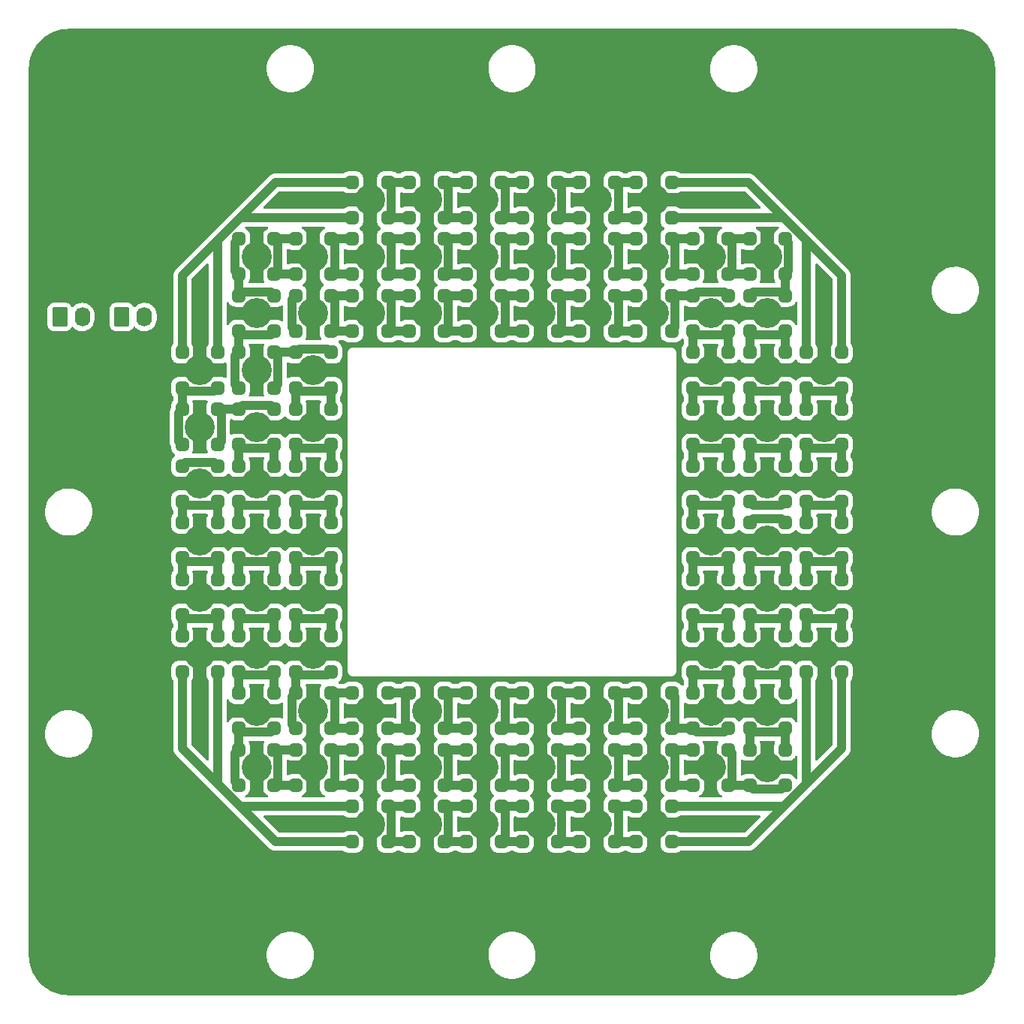
<source format=gbr>
%TF.GenerationSoftware,KiCad,Pcbnew,(6.0.5)*%
%TF.CreationDate,2022-06-16T08:04:58-07:00*%
%TF.ProjectId,LED,4c45442e-6b69-4636-9164-5f7063625858,rev?*%
%TF.SameCoordinates,Original*%
%TF.FileFunction,Copper,L1,Top*%
%TF.FilePolarity,Positive*%
%FSLAX46Y46*%
G04 Gerber Fmt 4.6, Leading zero omitted, Abs format (unit mm)*
G04 Created by KiCad (PCBNEW (6.0.5)) date 2022-06-16 08:04:58*
%MOMM*%
%LPD*%
G01*
G04 APERTURE LIST*
G04 Aperture macros list*
%AMRoundRect*
0 Rectangle with rounded corners*
0 $1 Rounding radius*
0 $2 $3 $4 $5 $6 $7 $8 $9 X,Y pos of 4 corners*
0 Add a 4 corners polygon primitive as box body*
4,1,4,$2,$3,$4,$5,$6,$7,$8,$9,$2,$3,0*
0 Add four circle primitives for the rounded corners*
1,1,$1+$1,$2,$3*
1,1,$1+$1,$4,$5*
1,1,$1+$1,$6,$7*
1,1,$1+$1,$8,$9*
0 Add four rect primitives between the rounded corners*
20,1,$1+$1,$2,$3,$4,$5,0*
20,1,$1+$1,$4,$5,$6,$7,0*
20,1,$1+$1,$6,$7,$8,$9,0*
20,1,$1+$1,$8,$9,$2,$3,0*%
G04 Aperture macros list end*
%TA.AperFunction,SMDPad,CuDef*%
%ADD10RoundRect,0.367500X-0.367500X0.367500X-0.367500X-0.367500X0.367500X-0.367500X0.367500X0.367500X0*%
%TD*%
%TA.AperFunction,SMDPad,CuDef*%
%ADD11RoundRect,0.367500X0.367500X-0.367500X0.367500X0.367500X-0.367500X0.367500X-0.367500X-0.367500X0*%
%TD*%
%TA.AperFunction,ComponentPad*%
%ADD12C,3.400000*%
%TD*%
%TA.AperFunction,ComponentPad*%
%ADD13RoundRect,3.250000X-3.250000X-3.250000X3.250000X-3.250000X3.250000X3.250000X-3.250000X3.250000X0*%
%TD*%
%TA.AperFunction,SMDPad,CuDef*%
%ADD14RoundRect,0.367500X-0.367500X-0.367500X0.367500X-0.367500X0.367500X0.367500X-0.367500X0.367500X0*%
%TD*%
%TA.AperFunction,SMDPad,CuDef*%
%ADD15RoundRect,0.367500X0.367500X0.367500X-0.367500X0.367500X-0.367500X-0.367500X0.367500X-0.367500X0*%
%TD*%
%TA.AperFunction,ComponentPad*%
%ADD16RoundRect,0.250000X-0.620000X-0.845000X0.620000X-0.845000X0.620000X0.845000X-0.620000X0.845000X0*%
%TD*%
%TA.AperFunction,ComponentPad*%
%ADD17O,1.740000X2.190000*%
%TD*%
%TA.AperFunction,ViaPad*%
%ADD18C,0.800000*%
%TD*%
%TA.AperFunction,Conductor*%
%ADD19C,1.000000*%
%TD*%
G04 APERTURE END LIST*
D10*
%TO.P,D42,1,C1*%
%TO.N,Net-(D41-Pad2)*%
X180799995Y-81999997D03*
%TO.P,D42,2,A1*%
%TO.N,Net-(D42-Pad2)*%
X180799995Y-85999997D03*
D11*
%TO.P,D42,3,A2*%
X176799995Y-85999997D03*
%TO.P,D42,4,C2*%
%TO.N,Net-(D41-Pad2)*%
X176799995Y-81999997D03*
D12*
%TO.P,D42,5,5*%
%TO.N,GND*%
X178799995Y-83999997D03*
%TD*%
D13*
%TO.P,U1,1,1*%
%TO.N,GND*%
X194999995Y-144999997D03*
%TD*%
D10*
%TO.P,D47,1,C1*%
%TO.N,Net-(D46-Pad2)*%
X180799995Y-113999997D03*
%TO.P,D47,2,A1*%
%TO.N,Net-(D47-Pad3)*%
X180799995Y-117999997D03*
D11*
%TO.P,D47,3,A2*%
X176799995Y-117999997D03*
%TO.P,D47,4,C2*%
%TO.N,Net-(D46-Pad2)*%
X176799995Y-113999997D03*
D12*
%TO.P,D47,5,5*%
%TO.N,GND*%
X178799995Y-115999997D03*
%TD*%
D14*
%TO.P,D38,1,C1*%
%TO.N,Net-(D37-Pad2)*%
X163999995Y-69199997D03*
%TO.P,D38,2,A1*%
%TO.N,Net-(D38-Pad2)*%
X167999995Y-69199997D03*
D15*
%TO.P,D38,3,A2*%
X167999995Y-73199997D03*
%TO.P,D38,4,C2*%
%TO.N,Net-(D37-Pad2)*%
X163999995Y-73199997D03*
D12*
%TO.P,D38,5,5*%
%TO.N,GND*%
X165999995Y-71199997D03*
%TD*%
D16*
%TO.P,J2,1,Pin_1*%
%TO.N,Net-(D88-Pad2)*%
X98999995Y-77999997D03*
D17*
%TO.P,J2,2,Pin_2*%
%TO.N,Net-(D45-Pad1)*%
X101539995Y-77999997D03*
%TD*%
D14*
%TO.P,D3,1,C1*%
%TO.N,Net-(D2-Pad2)*%
X138399995Y-75599997D03*
%TO.P,D3,2,A1*%
%TO.N,Net-(D3-Pad2)*%
X142399995Y-75599997D03*
D15*
%TO.P,D3,3,A2*%
X142399995Y-79599997D03*
%TO.P,D3,4,C2*%
%TO.N,Net-(D2-Pad2)*%
X138399995Y-79599997D03*
D12*
%TO.P,D3,5,5*%
%TO.N,GND*%
X140399995Y-77599997D03*
%TD*%
D14*
%TO.P,D2,1,C1*%
%TO.N,Net-(D1-Pad2)*%
X131999995Y-75599997D03*
%TO.P,D2,2,A1*%
%TO.N,Net-(D2-Pad2)*%
X135999995Y-75599997D03*
D15*
%TO.P,D2,3,A2*%
X135999995Y-79599997D03*
%TO.P,D2,4,C2*%
%TO.N,Net-(D1-Pad2)*%
X131999995Y-79599997D03*
D12*
%TO.P,D2,5,5*%
%TO.N,GND*%
X133999995Y-77599997D03*
%TD*%
D10*
%TO.P,D48,1,C1*%
%TO.N,Net-(D47-Pad3)*%
X180799995Y-120399997D03*
%TO.P,D48,2,A1*%
%TO.N,Net-(D48-Pad2)*%
X180799995Y-124399997D03*
D11*
%TO.P,D48,3,A2*%
X176799995Y-124399997D03*
%TO.P,D48,4,C2*%
%TO.N,Net-(D47-Pad3)*%
X176799995Y-120399997D03*
D12*
%TO.P,D48,5,5*%
%TO.N,GND*%
X178799995Y-122399997D03*
%TD*%
D14*
%TO.P,D1,1,C1*%
%TO.N,Net-(D1-Pad1)*%
X125599995Y-75599997D03*
%TO.P,D1,2,A1*%
%TO.N,Net-(D1-Pad2)*%
X129599995Y-75599997D03*
D15*
%TO.P,D1,3,A2*%
X129599995Y-79599997D03*
%TO.P,D1,4,C2*%
%TO.N,Net-(D1-Pad1)*%
X125599995Y-79599997D03*
D12*
%TO.P,D1,5,5*%
%TO.N,GND*%
X127599995Y-77599997D03*
%TD*%
D15*
%TO.P,D55,1,C1*%
%TO.N,Net-(D54-Pad2)*%
X142399995Y-130799997D03*
%TO.P,D55,2,A1*%
%TO.N,Net-(D55-Pad2)*%
X138399995Y-130799997D03*
D14*
%TO.P,D55,3,A2*%
X138399995Y-126799997D03*
%TO.P,D55,4,C2*%
%TO.N,Net-(D54-Pad2)*%
X142399995Y-126799997D03*
D12*
%TO.P,D55,5,5*%
%TO.N,GND*%
X140399995Y-128799997D03*
%TD*%
D14*
%TO.P,D4,1,C1*%
%TO.N,Net-(D3-Pad2)*%
X144799995Y-75599997D03*
%TO.P,D4,2,A1*%
%TO.N,Net-(D4-Pad2)*%
X148799995Y-75599997D03*
D15*
%TO.P,D4,3,A2*%
X148799995Y-79599997D03*
%TO.P,D4,4,C2*%
%TO.N,Net-(D3-Pad2)*%
X144799995Y-79599997D03*
D12*
%TO.P,D4,5,5*%
%TO.N,GND*%
X146799995Y-77599997D03*
%TD*%
D15*
%TO.P,D82,1,C1*%
%TO.N,Net-(D81-Pad2)*%
X148799995Y-137199997D03*
%TO.P,D82,2,A1*%
%TO.N,Net-(D82-Pad2)*%
X144799995Y-137199997D03*
D14*
%TO.P,D82,3,A2*%
X144799995Y-133199997D03*
%TO.P,D82,4,C2*%
%TO.N,Net-(D81-Pad2)*%
X148799995Y-133199997D03*
D12*
%TO.P,D82,5,5*%
%TO.N,GND*%
X146799995Y-135199997D03*
%TD*%
D14*
%TO.P,D32,1,C1*%
%TO.N,Net-(D31-Pad2)*%
X125599995Y-69199997D03*
%TO.P,D32,2,A1*%
%TO.N,Net-(D32-Pad2)*%
X129599995Y-69199997D03*
D15*
%TO.P,D32,3,A2*%
X129599995Y-73199997D03*
%TO.P,D32,4,C2*%
%TO.N,Net-(D31-Pad2)*%
X125599995Y-73199997D03*
D12*
%TO.P,D32,5,5*%
%TO.N,GND*%
X127599995Y-71199997D03*
%TD*%
D10*
%TO.P,D76,1,C1*%
%TO.N,Net-(D75-Pad2)*%
X187199995Y-101199997D03*
%TO.P,D76,2,A1*%
%TO.N,Net-(D76-Pad2)*%
X187199995Y-105199997D03*
D11*
%TO.P,D76,3,A2*%
X183199995Y-105199997D03*
%TO.P,D76,4,C2*%
%TO.N,Net-(D75-Pad2)*%
X183199995Y-101199997D03*
D12*
%TO.P,D76,5,5*%
%TO.N,GND*%
X185199995Y-103199997D03*
%TD*%
D10*
%TO.P,D75,1,C1*%
%TO.N,Net-(D74-Pad2)*%
X187199995Y-94799997D03*
%TO.P,D75,2,A1*%
%TO.N,Net-(D75-Pad2)*%
X187199995Y-98799997D03*
D11*
%TO.P,D75,3,A2*%
X183199995Y-98799997D03*
%TO.P,D75,4,C2*%
%TO.N,Net-(D74-Pad2)*%
X183199995Y-94799997D03*
D12*
%TO.P,D75,5,5*%
%TO.N,GND*%
X185199995Y-96799997D03*
%TD*%
D14*
%TO.P,D70,1,C1*%
%TO.N,Net-(D69-Pad2)*%
X151199995Y-62799997D03*
%TO.P,D70,2,A1*%
%TO.N,Net-(D70-Pad2)*%
X155199995Y-62799997D03*
D15*
%TO.P,D70,3,A2*%
X155199995Y-66799997D03*
%TO.P,D70,4,C2*%
%TO.N,Net-(D69-Pad2)*%
X151199995Y-66799997D03*
D12*
%TO.P,D70,5,5*%
%TO.N,GND*%
X153199995Y-64799997D03*
%TD*%
D11*
%TO.P,D87,1,C1*%
%TO.N,Net-(D86-Pad2)*%
X112799995Y-105199997D03*
%TO.P,D87,2,A1*%
%TO.N,Net-(D87-Pad2)*%
X112799995Y-101199997D03*
D10*
%TO.P,D87,3,A2*%
X116799995Y-101199997D03*
%TO.P,D87,4,C2*%
%TO.N,Net-(D86-Pad2)*%
X116799995Y-105199997D03*
D12*
%TO.P,D87,5,5*%
%TO.N,GND*%
X114799995Y-103199997D03*
%TD*%
D11*
%TO.P,D26,1,C1*%
%TO.N,Net-(D25-Pad2)*%
X125599995Y-98799997D03*
%TO.P,D26,2,A1*%
%TO.N,Net-(D26-Pad2)*%
X125599995Y-94799997D03*
D10*
%TO.P,D26,3,A2*%
X129599995Y-94799997D03*
%TO.P,D26,4,C2*%
%TO.N,Net-(D25-Pad2)*%
X129599995Y-98799997D03*
D12*
%TO.P,D26,5,5*%
%TO.N,GND*%
X127599995Y-96799997D03*
%TD*%
D10*
%TO.P,D13,1,C1*%
%TO.N,Net-(D12-Pad2)*%
X174399995Y-107599997D03*
%TO.P,D13,2,A1*%
%TO.N,Net-(D13-Pad2)*%
X174399995Y-111599997D03*
D11*
%TO.P,D13,3,A2*%
X170399995Y-111599997D03*
%TO.P,D13,4,C2*%
%TO.N,Net-(D12-Pad2)*%
X170399995Y-107599997D03*
D12*
%TO.P,D13,5,5*%
%TO.N,GND*%
X172399995Y-109599997D03*
%TD*%
D15*
%TO.P,D53,1,C1*%
%TO.N,Net-(D52-Pad2)*%
X155199995Y-130799997D03*
%TO.P,D53,2,A1*%
%TO.N,Net-(D53-Pad2)*%
X151199995Y-130799997D03*
D14*
%TO.P,D53,3,A2*%
X151199995Y-126799997D03*
%TO.P,D53,4,C2*%
%TO.N,Net-(D52-Pad2)*%
X155199995Y-126799997D03*
D12*
%TO.P,D53,5,5*%
%TO.N,GND*%
X153199995Y-128799997D03*
%TD*%
D11*
%TO.P,D86,1,C1*%
%TO.N,Net-(D85-Pad2)*%
X112799995Y-111599997D03*
%TO.P,D86,2,A1*%
%TO.N,Net-(D86-Pad2)*%
X112799995Y-107599997D03*
D10*
%TO.P,D86,3,A2*%
X116799995Y-107599997D03*
%TO.P,D86,4,C2*%
%TO.N,Net-(D85-Pad2)*%
X116799995Y-111599997D03*
D12*
%TO.P,D86,5,5*%
%TO.N,GND*%
X114799995Y-109599997D03*
%TD*%
D10*
%TO.P,D8,1,C1*%
%TO.N,Net-(D7-Pad2)*%
X174399995Y-75599997D03*
%TO.P,D8,2,A1*%
%TO.N,Net-(D8-Pad2)*%
X174399995Y-79599997D03*
D11*
%TO.P,D8,3,A2*%
X170399995Y-79599997D03*
%TO.P,D8,4,C2*%
%TO.N,Net-(D7-Pad2)*%
X170399995Y-75599997D03*
D12*
%TO.P,D8,5,5*%
%TO.N,GND*%
X172399995Y-77599997D03*
%TD*%
D11*
%TO.P,D62,1,C1*%
%TO.N,Net-(D61-Pad2)*%
X119199995Y-105199997D03*
%TO.P,D62,2,A1*%
%TO.N,Net-(D62-Pad2)*%
X119199995Y-101199997D03*
D10*
%TO.P,D62,3,A2*%
X123199995Y-101199997D03*
%TO.P,D62,4,C2*%
%TO.N,Net-(D61-Pad2)*%
X123199995Y-105199997D03*
D12*
%TO.P,D62,5,5*%
%TO.N,GND*%
X121199995Y-103199997D03*
%TD*%
D15*
%TO.P,D65,1,C1*%
%TO.N,Net-(D64-Pad2)*%
X116799995Y-92399997D03*
%TO.P,D65,2,A1*%
%TO.N,Net-(D65-Pad2)*%
X112799995Y-92399997D03*
D14*
%TO.P,D65,3,A2*%
X112799995Y-88399997D03*
%TO.P,D65,4,C2*%
%TO.N,Net-(D64-Pad2)*%
X116799995Y-88399997D03*
D12*
%TO.P,D65,5,5*%
%TO.N,GND*%
X114799995Y-90399997D03*
%TD*%
D14*
%TO.P,D7,1,C1*%
%TO.N,Net-(D6-Pad2)*%
X163999995Y-75599997D03*
%TO.P,D7,2,A1*%
%TO.N,Net-(D7-Pad2)*%
X167999995Y-75599997D03*
D15*
%TO.P,D7,3,A2*%
X167999995Y-79599997D03*
%TO.P,D7,4,C2*%
%TO.N,Net-(D6-Pad2)*%
X163999995Y-79599997D03*
D12*
%TO.P,D7,5,5*%
%TO.N,GND*%
X165999995Y-77599997D03*
%TD*%
D11*
%TO.P,D25,1,C1*%
%TO.N,Net-(D24-Pad2)*%
X125599995Y-105199997D03*
%TO.P,D25,2,A1*%
%TO.N,Net-(D25-Pad2)*%
X125599995Y-101199997D03*
D10*
%TO.P,D25,3,A2*%
X129599995Y-101199997D03*
%TO.P,D25,4,C2*%
%TO.N,Net-(D24-Pad2)*%
X129599995Y-105199997D03*
D12*
%TO.P,D25,5,5*%
%TO.N,GND*%
X127599995Y-103199997D03*
%TD*%
D13*
%TO.P,U2,1,1*%
%TO.N,GND*%
X104999995Y-54999997D03*
%TD*%
D11*
%TO.P,D27,1,C1*%
%TO.N,Net-(D26-Pad2)*%
X125599995Y-92399997D03*
%TO.P,D27,2,A1*%
%TO.N,Net-(D27-Pad2)*%
X125599995Y-88399997D03*
D10*
%TO.P,D27,3,A2*%
X129599995Y-88399997D03*
%TO.P,D27,4,C2*%
%TO.N,Net-(D26-Pad2)*%
X129599995Y-92399997D03*
D12*
%TO.P,D27,5,5*%
%TO.N,GND*%
X127599995Y-90399997D03*
%TD*%
D10*
%TO.P,D49,1,C1*%
%TO.N,Net-(D48-Pad2)*%
X180799995Y-126799997D03*
%TO.P,D49,2,A1*%
%TO.N,Net-(D49-Pad2)*%
X180799995Y-130799997D03*
D11*
%TO.P,D49,3,A2*%
X176799995Y-130799997D03*
%TO.P,D49,4,C2*%
%TO.N,Net-(D48-Pad2)*%
X176799995Y-126799997D03*
D12*
%TO.P,D49,5,5*%
%TO.N,GND*%
X178799995Y-128799997D03*
%TD*%
D10*
%TO.P,D15,1,C1*%
%TO.N,Net-(D14-Pad2)*%
X174399995Y-120399997D03*
%TO.P,D15,2,A1*%
%TO.N,Net-(D15-Pad2)*%
X174399995Y-124399997D03*
D11*
%TO.P,D15,3,A2*%
X170399995Y-124399997D03*
%TO.P,D15,4,C2*%
%TO.N,Net-(D14-Pad2)*%
X170399995Y-120399997D03*
D12*
%TO.P,D15,5,5*%
%TO.N,GND*%
X172399995Y-122399997D03*
%TD*%
D15*
%TO.P,D22,1,C1*%
%TO.N,Net-(D21-Pad2)*%
X129599995Y-124399997D03*
%TO.P,D22,2,A1*%
%TO.N,Net-(D22-Pad2)*%
X125599995Y-124399997D03*
D14*
%TO.P,D22,3,A2*%
X125599995Y-120399997D03*
%TO.P,D22,4,C2*%
%TO.N,Net-(D21-Pad2)*%
X129599995Y-120399997D03*
D12*
%TO.P,D22,5,5*%
%TO.N,GND*%
X127599995Y-122399997D03*
%TD*%
D10*
%TO.P,D44,1,C1*%
%TO.N,Net-(D43-Pad2)*%
X180799995Y-94799997D03*
%TO.P,D44,2,A1*%
%TO.N,Net-(D44-Pad2)*%
X180799995Y-98799997D03*
D11*
%TO.P,D44,3,A2*%
X176799995Y-98799997D03*
%TO.P,D44,4,C2*%
%TO.N,Net-(D43-Pad2)*%
X176799995Y-94799997D03*
D12*
%TO.P,D44,5,5*%
%TO.N,GND*%
X178799995Y-96799997D03*
%TD*%
D14*
%TO.P,D40,1,C1*%
%TO.N,Net-(D39-Pad2)*%
X176799995Y-69199997D03*
%TO.P,D40,2,A1*%
%TO.N,Net-(D40-Pad2)*%
X180799995Y-69199997D03*
D15*
%TO.P,D40,3,A2*%
X180799995Y-73199997D03*
%TO.P,D40,4,C2*%
%TO.N,Net-(D39-Pad2)*%
X176799995Y-73199997D03*
D12*
%TO.P,D40,5,5*%
%TO.N,GND*%
X178799995Y-71199997D03*
%TD*%
D14*
%TO.P,D35,1,C1*%
%TO.N,Net-(D34-Pad2)*%
X144799995Y-69199997D03*
%TO.P,D35,2,A1*%
%TO.N,Net-(D35-Pad2)*%
X148799995Y-69199997D03*
D15*
%TO.P,D35,3,A2*%
X148799995Y-73199997D03*
%TO.P,D35,4,C2*%
%TO.N,Net-(D34-Pad2)*%
X144799995Y-73199997D03*
D12*
%TO.P,D35,5,5*%
%TO.N,GND*%
X146799995Y-71199997D03*
%TD*%
D10*
%TO.P,D9,1,C1*%
%TO.N,Net-(D8-Pad2)*%
X174399995Y-81999997D03*
%TO.P,D9,2,A1*%
%TO.N,Net-(D10-Pad1)*%
X174399995Y-85999997D03*
D11*
%TO.P,D9,3,A2*%
X170399995Y-85999997D03*
%TO.P,D9,4,C2*%
%TO.N,Net-(D8-Pad2)*%
X170399995Y-81999997D03*
D12*
%TO.P,D9,5,5*%
%TO.N,GND*%
X172399995Y-83999997D03*
%TD*%
D11*
%TO.P,D30,1,C1*%
%TO.N,Net-(D29-Pad2)*%
X119199995Y-79599997D03*
%TO.P,D30,2,A1*%
%TO.N,Net-(D30-Pad2)*%
X119199995Y-75599997D03*
D10*
%TO.P,D30,3,A2*%
X123199995Y-75599997D03*
%TO.P,D30,4,C2*%
%TO.N,Net-(D29-Pad2)*%
X123199995Y-79599997D03*
D12*
%TO.P,D30,5,5*%
%TO.N,GND*%
X121199995Y-77599997D03*
%TD*%
D11*
%TO.P,D28,1,C1*%
%TO.N,Net-(D27-Pad2)*%
X125599995Y-85999997D03*
%TO.P,D28,2,A1*%
%TO.N,Net-(D28-Pad2)*%
X125599995Y-81999997D03*
D10*
%TO.P,D28,3,A2*%
X129599995Y-81999997D03*
%TO.P,D28,4,C2*%
%TO.N,Net-(D27-Pad2)*%
X129599995Y-85999997D03*
D12*
%TO.P,D28,5,5*%
%TO.N,GND*%
X127599995Y-83999997D03*
%TD*%
D15*
%TO.P,D50,1,C1*%
%TO.N,Net-(D49-Pad2)*%
X174399995Y-130799997D03*
%TO.P,D50,2,A1*%
%TO.N,Net-(D50-Pad2)*%
X170399995Y-130799997D03*
D14*
%TO.P,D50,3,A2*%
X170399995Y-126799997D03*
%TO.P,D50,4,C2*%
%TO.N,Net-(D49-Pad2)*%
X174399995Y-126799997D03*
D12*
%TO.P,D50,5,5*%
%TO.N,GND*%
X172399995Y-128799997D03*
%TD*%
D15*
%TO.P,D84,1,C1*%
%TO.N,Net-(D83-Pad2)*%
X135999995Y-137199997D03*
%TO.P,D84,2,A1*%
%TO.N,Net-(D84-Pad3)*%
X131999995Y-137199997D03*
D14*
%TO.P,D84,3,A2*%
X131999995Y-133199997D03*
%TO.P,D84,4,C2*%
%TO.N,Net-(D83-Pad2)*%
X135999995Y-133199997D03*
D12*
%TO.P,D84,5,5*%
%TO.N,GND*%
X133999995Y-135199997D03*
%TD*%
D14*
%TO.P,D67,1,C1*%
%TO.N,Net-(D66-Pad2)*%
X131999995Y-62799997D03*
%TO.P,D67,2,A1*%
%TO.N,Net-(D67-Pad2)*%
X135999995Y-62799997D03*
D15*
%TO.P,D67,3,A2*%
X135999995Y-66799997D03*
%TO.P,D67,4,C2*%
%TO.N,Net-(D66-Pad2)*%
X131999995Y-66799997D03*
D12*
%TO.P,D67,5,5*%
%TO.N,GND*%
X133999995Y-64799997D03*
%TD*%
D10*
%TO.P,D73,1,C1*%
%TO.N,Net-(D72-Pad2)*%
X187199995Y-81999997D03*
%TO.P,D73,2,A1*%
%TO.N,Net-(D73-Pad3)*%
X187199995Y-85999997D03*
D11*
%TO.P,D73,3,A2*%
X183199995Y-85999997D03*
%TO.P,D73,4,C2*%
%TO.N,Net-(D72-Pad2)*%
X183199995Y-81999997D03*
D12*
%TO.P,D73,5,5*%
%TO.N,GND*%
X185199995Y-83999997D03*
%TD*%
D14*
%TO.P,D31,1,C1*%
%TO.N,Net-(D30-Pad2)*%
X119199995Y-69199997D03*
%TO.P,D31,2,A1*%
%TO.N,Net-(D31-Pad2)*%
X123199995Y-69199997D03*
D15*
%TO.P,D31,3,A2*%
X123199995Y-73199997D03*
%TO.P,D31,4,C2*%
%TO.N,Net-(D30-Pad2)*%
X119199995Y-73199997D03*
D12*
%TO.P,D31,5,5*%
%TO.N,GND*%
X121199995Y-71199997D03*
%TD*%
D15*
%TO.P,D56,1,C1*%
%TO.N,Net-(D55-Pad2)*%
X135999995Y-130799997D03*
%TO.P,D56,2,A1*%
%TO.N,Net-(D56-Pad2)*%
X131999995Y-130799997D03*
D14*
%TO.P,D56,3,A2*%
X131999995Y-126799997D03*
%TO.P,D56,4,C2*%
%TO.N,Net-(D55-Pad2)*%
X135999995Y-126799997D03*
D12*
%TO.P,D56,5,5*%
%TO.N,GND*%
X133999995Y-128799997D03*
%TD*%
D11*
%TO.P,D85,1,C1*%
%TO.N,Net-(D84-Pad3)*%
X112799995Y-117999997D03*
%TO.P,D85,2,A1*%
%TO.N,Net-(D85-Pad2)*%
X112799995Y-113999997D03*
D10*
%TO.P,D85,3,A2*%
X116799995Y-113999997D03*
%TO.P,D85,4,C2*%
%TO.N,Net-(D84-Pad3)*%
X116799995Y-117999997D03*
D12*
%TO.P,D85,5,5*%
%TO.N,GND*%
X114799995Y-115999997D03*
%TD*%
D10*
%TO.P,D14,1,C1*%
%TO.N,Net-(D13-Pad2)*%
X174399995Y-113999997D03*
%TO.P,D14,2,A1*%
%TO.N,Net-(D14-Pad2)*%
X174399995Y-117999997D03*
D11*
%TO.P,D14,3,A2*%
X170399995Y-117999997D03*
%TO.P,D14,4,C2*%
%TO.N,Net-(D13-Pad2)*%
X170399995Y-113999997D03*
D12*
%TO.P,D14,5,5*%
%TO.N,GND*%
X172399995Y-115999997D03*
%TD*%
D14*
%TO.P,D6,1,C1*%
%TO.N,Net-(D5-Pad2)*%
X157599995Y-75599997D03*
%TO.P,D6,2,A1*%
%TO.N,Net-(D6-Pad2)*%
X161599995Y-75599997D03*
D15*
%TO.P,D6,3,A2*%
X161599995Y-79599997D03*
%TO.P,D6,4,C2*%
%TO.N,Net-(D5-Pad2)*%
X157599995Y-79599997D03*
D12*
%TO.P,D6,5,5*%
%TO.N,GND*%
X159599995Y-77599997D03*
%TD*%
D15*
%TO.P,D18,1,C1*%
%TO.N,Net-(D17-Pad2)*%
X155199995Y-124399997D03*
%TO.P,D18,2,A1*%
%TO.N,Net-(D18-Pad2)*%
X151199995Y-124399997D03*
D14*
%TO.P,D18,3,A2*%
X151199995Y-120399997D03*
%TO.P,D18,4,C2*%
%TO.N,Net-(D17-Pad2)*%
X155199995Y-120399997D03*
D12*
%TO.P,D18,5,5*%
%TO.N,GND*%
X153199995Y-122399997D03*
%TD*%
D15*
%TO.P,D21,1,C1*%
%TO.N,Net-(D20-Pad2)*%
X135999995Y-124399997D03*
%TO.P,D21,2,A1*%
%TO.N,Net-(D21-Pad2)*%
X131999995Y-124399997D03*
D14*
%TO.P,D21,3,A2*%
X131999995Y-120399997D03*
%TO.P,D21,4,C2*%
%TO.N,Net-(D20-Pad2)*%
X135999995Y-120399997D03*
D12*
%TO.P,D21,5,5*%
%TO.N,GND*%
X133999995Y-122399997D03*
%TD*%
D10*
%TO.P,D10,1,C1*%
%TO.N,Net-(D10-Pad1)*%
X174399995Y-88399997D03*
%TO.P,D10,2,A1*%
%TO.N,Net-(D10-Pad2)*%
X174399995Y-92399997D03*
D11*
%TO.P,D10,3,A2*%
X170399995Y-92399997D03*
%TO.P,D10,4,C2*%
%TO.N,Net-(D10-Pad1)*%
X170399995Y-88399997D03*
D12*
%TO.P,D10,5,5*%
%TO.N,GND*%
X172399995Y-90399997D03*
%TD*%
D11*
%TO.P,D61,1,C1*%
%TO.N,Net-(D60-Pad2)*%
X119199995Y-111599997D03*
%TO.P,D61,2,A1*%
%TO.N,Net-(D61-Pad2)*%
X119199995Y-107599997D03*
D10*
%TO.P,D61,3,A2*%
X123199995Y-107599997D03*
%TO.P,D61,4,C2*%
%TO.N,Net-(D60-Pad2)*%
X123199995Y-111599997D03*
D12*
%TO.P,D61,5,5*%
%TO.N,GND*%
X121199995Y-109599997D03*
%TD*%
D15*
%TO.P,D81,1,C1*%
%TO.N,Net-(D80-Pad2)*%
X155199995Y-137199997D03*
%TO.P,D81,2,A1*%
%TO.N,Net-(D81-Pad2)*%
X151199995Y-137199997D03*
D14*
%TO.P,D81,3,A2*%
X151199995Y-133199997D03*
%TO.P,D81,4,C2*%
%TO.N,Net-(D80-Pad2)*%
X155199995Y-133199997D03*
D12*
%TO.P,D81,5,5*%
%TO.N,GND*%
X153199995Y-135199997D03*
%TD*%
D16*
%TO.P,J1,1,Pin_1*%
%TO.N,Net-(D44-Pad2)*%
X105999995Y-77999997D03*
D17*
%TO.P,J1,2,Pin_2*%
%TO.N,Net-(D1-Pad1)*%
X108539995Y-77999997D03*
%TD*%
D15*
%TO.P,D80,1,C1*%
%TO.N,Net-(D79-Pad3)*%
X161599995Y-137199997D03*
%TO.P,D80,2,A1*%
%TO.N,Net-(D80-Pad2)*%
X157599995Y-137199997D03*
D14*
%TO.P,D80,3,A2*%
X157599995Y-133199997D03*
%TO.P,D80,4,C2*%
%TO.N,Net-(D79-Pad3)*%
X161599995Y-133199997D03*
D12*
%TO.P,D80,5,5*%
%TO.N,GND*%
X159599995Y-135199997D03*
%TD*%
D15*
%TO.P,D29,1,C1*%
%TO.N,Net-(D28-Pad2)*%
X123199995Y-85999997D03*
%TO.P,D29,2,A1*%
%TO.N,Net-(D29-Pad2)*%
X119199995Y-85999997D03*
D14*
%TO.P,D29,3,A2*%
X119199995Y-81999997D03*
%TO.P,D29,4,C2*%
%TO.N,Net-(D28-Pad2)*%
X123199995Y-81999997D03*
D12*
%TO.P,D29,5,5*%
%TO.N,GND*%
X121199995Y-83999997D03*
%TD*%
D11*
%TO.P,D64,1,C1*%
%TO.N,Net-(D63-Pad2)*%
X119199995Y-92399997D03*
%TO.P,D64,2,A1*%
%TO.N,Net-(D64-Pad2)*%
X119199995Y-88399997D03*
D10*
%TO.P,D64,3,A2*%
X123199995Y-88399997D03*
%TO.P,D64,4,C2*%
%TO.N,Net-(D63-Pad2)*%
X123199995Y-92399997D03*
D12*
%TO.P,D64,5,5*%
%TO.N,GND*%
X121199995Y-90399997D03*
%TD*%
D15*
%TO.P,D79,1,C1*%
%TO.N,Net-(D78-Pad2)*%
X167999995Y-137199997D03*
%TO.P,D79,2,A1*%
%TO.N,Net-(D79-Pad3)*%
X163999995Y-137199997D03*
D14*
%TO.P,D79,3,A2*%
X163999995Y-133199997D03*
%TO.P,D79,4,C2*%
%TO.N,Net-(D78-Pad2)*%
X167999995Y-133199997D03*
D12*
%TO.P,D79,5,5*%
%TO.N,GND*%
X165999995Y-135199997D03*
%TD*%
D14*
%TO.P,D37,1,C1*%
%TO.N,Net-(D36-Pad2)*%
X157599995Y-69199997D03*
%TO.P,D37,2,A1*%
%TO.N,Net-(D37-Pad2)*%
X161599995Y-69199997D03*
D15*
%TO.P,D37,3,A2*%
X161599995Y-73199997D03*
%TO.P,D37,4,C2*%
%TO.N,Net-(D36-Pad2)*%
X157599995Y-73199997D03*
D12*
%TO.P,D37,5,5*%
%TO.N,GND*%
X159599995Y-71199997D03*
%TD*%
D13*
%TO.P,U4,1,1*%
%TO.N,GND*%
X104999995Y-144999997D03*
%TD*%
D15*
%TO.P,D83,1,C1*%
%TO.N,Net-(D82-Pad2)*%
X142399995Y-137199997D03*
%TO.P,D83,2,A1*%
%TO.N,Net-(D83-Pad2)*%
X138399995Y-137199997D03*
D14*
%TO.P,D83,3,A2*%
X138399995Y-133199997D03*
%TO.P,D83,4,C2*%
%TO.N,Net-(D82-Pad2)*%
X142399995Y-133199997D03*
D12*
%TO.P,D83,5,5*%
%TO.N,GND*%
X140399995Y-135199997D03*
%TD*%
D14*
%TO.P,D72,1,C1*%
%TO.N,Net-(D71-Pad2)*%
X163999995Y-62799997D03*
%TO.P,D72,2,A1*%
%TO.N,Net-(D72-Pad2)*%
X167999995Y-62799997D03*
D15*
%TO.P,D72,3,A2*%
X167999995Y-66799997D03*
%TO.P,D72,4,C2*%
%TO.N,Net-(D71-Pad2)*%
X163999995Y-66799997D03*
D12*
%TO.P,D72,5,5*%
%TO.N,GND*%
X165999995Y-64799997D03*
%TD*%
D14*
%TO.P,D33,1,C1*%
%TO.N,Net-(D32-Pad2)*%
X131999995Y-69199997D03*
%TO.P,D33,2,A1*%
%TO.N,Net-(D33-Pad2)*%
X135999995Y-69199997D03*
D15*
%TO.P,D33,3,A2*%
X135999995Y-73199997D03*
%TO.P,D33,4,C2*%
%TO.N,Net-(D32-Pad2)*%
X131999995Y-73199997D03*
D12*
%TO.P,D33,5,5*%
%TO.N,GND*%
X133999995Y-71199997D03*
%TD*%
D10*
%TO.P,D78,1,C1*%
%TO.N,Net-(D77-Pad2)*%
X187199995Y-113999997D03*
%TO.P,D78,2,A1*%
%TO.N,Net-(D78-Pad2)*%
X187199995Y-117999997D03*
D11*
%TO.P,D78,3,A2*%
X183199995Y-117999997D03*
%TO.P,D78,4,C2*%
%TO.N,Net-(D77-Pad2)*%
X183199995Y-113999997D03*
D12*
%TO.P,D78,5,5*%
%TO.N,GND*%
X185199995Y-115999997D03*
%TD*%
D10*
%TO.P,D45,1,C1*%
%TO.N,Net-(D45-Pad1)*%
X180799995Y-101199997D03*
%TO.P,D45,2,A1*%
%TO.N,Net-(D45-Pad2)*%
X180799995Y-105199997D03*
D11*
%TO.P,D45,3,A2*%
X176799995Y-105199997D03*
%TO.P,D45,4,C2*%
%TO.N,Net-(D45-Pad1)*%
X176799995Y-101199997D03*
D12*
%TO.P,D45,5,5*%
%TO.N,GND*%
X178799995Y-103199997D03*
%TD*%
D10*
%TO.P,D43,1,C1*%
%TO.N,Net-(D42-Pad2)*%
X180799995Y-88399997D03*
%TO.P,D43,2,A1*%
%TO.N,Net-(D43-Pad2)*%
X180799995Y-92399997D03*
D11*
%TO.P,D43,3,A2*%
X176799995Y-92399997D03*
%TO.P,D43,4,C2*%
%TO.N,Net-(D42-Pad2)*%
X176799995Y-88399997D03*
D12*
%TO.P,D43,5,5*%
%TO.N,GND*%
X178799995Y-90399997D03*
%TD*%
D13*
%TO.P,U3,1,1*%
%TO.N,GND*%
X194999995Y-54999997D03*
%TD*%
D10*
%TO.P,D12,1,C1*%
%TO.N,Net-(D11-Pad2)*%
X174399995Y-101199997D03*
%TO.P,D12,2,A1*%
%TO.N,Net-(D12-Pad2)*%
X174399995Y-105199997D03*
D11*
%TO.P,D12,3,A2*%
X170399995Y-105199997D03*
%TO.P,D12,4,C2*%
%TO.N,Net-(D11-Pad2)*%
X170399995Y-101199997D03*
D12*
%TO.P,D12,5,5*%
%TO.N,GND*%
X172399995Y-103199997D03*
%TD*%
D14*
%TO.P,D34,1,C1*%
%TO.N,Net-(D33-Pad2)*%
X138399995Y-69199997D03*
%TO.P,D34,2,A1*%
%TO.N,Net-(D34-Pad2)*%
X142399995Y-69199997D03*
D15*
%TO.P,D34,3,A2*%
X142399995Y-73199997D03*
%TO.P,D34,4,C2*%
%TO.N,Net-(D33-Pad2)*%
X138399995Y-73199997D03*
D12*
%TO.P,D34,5,5*%
%TO.N,GND*%
X140399995Y-71199997D03*
%TD*%
D15*
%TO.P,D19,1,C1*%
%TO.N,Net-(D18-Pad2)*%
X148799995Y-124399997D03*
%TO.P,D19,2,A1*%
%TO.N,Net-(D19-Pad2)*%
X144799995Y-124399997D03*
D14*
%TO.P,D19,3,A2*%
X144799995Y-120399997D03*
%TO.P,D19,4,C2*%
%TO.N,Net-(D18-Pad2)*%
X148799995Y-120399997D03*
D12*
%TO.P,D19,5,5*%
%TO.N,GND*%
X146799995Y-122399997D03*
%TD*%
D10*
%TO.P,D74,1,C1*%
%TO.N,Net-(D73-Pad3)*%
X187199995Y-88399997D03*
%TO.P,D74,2,A1*%
%TO.N,Net-(D74-Pad2)*%
X187199995Y-92399997D03*
D11*
%TO.P,D74,3,A2*%
X183199995Y-92399997D03*
%TO.P,D74,4,C2*%
%TO.N,Net-(D73-Pad3)*%
X183199995Y-88399997D03*
D12*
%TO.P,D74,5,5*%
%TO.N,GND*%
X185199995Y-90399997D03*
%TD*%
D11*
%TO.P,D60,1,C1*%
%TO.N,Net-(D59-Pad2)*%
X119199995Y-117999997D03*
%TO.P,D60,2,A1*%
%TO.N,Net-(D60-Pad2)*%
X119199995Y-113999997D03*
D10*
%TO.P,D60,3,A2*%
X123199995Y-113999997D03*
%TO.P,D60,4,C2*%
%TO.N,Net-(D59-Pad2)*%
X123199995Y-117999997D03*
D12*
%TO.P,D60,5,5*%
%TO.N,GND*%
X121199995Y-115999997D03*
%TD*%
D14*
%TO.P,D69,1,C1*%
%TO.N,Net-(D68-Pad2)*%
X144799995Y-62799997D03*
%TO.P,D69,2,A1*%
%TO.N,Net-(D69-Pad2)*%
X148799995Y-62799997D03*
D15*
%TO.P,D69,3,A2*%
X148799995Y-66799997D03*
%TO.P,D69,4,C2*%
%TO.N,Net-(D68-Pad2)*%
X144799995Y-66799997D03*
D12*
%TO.P,D69,5,5*%
%TO.N,GND*%
X146799995Y-64799997D03*
%TD*%
D10*
%TO.P,D11,1,C1*%
%TO.N,Net-(D10-Pad2)*%
X174399995Y-94799997D03*
%TO.P,D11,2,A1*%
%TO.N,Net-(D11-Pad2)*%
X174399995Y-98799997D03*
D11*
%TO.P,D11,3,A2*%
X170399995Y-98799997D03*
%TO.P,D11,4,C2*%
%TO.N,Net-(D10-Pad2)*%
X170399995Y-94799997D03*
D12*
%TO.P,D11,5,5*%
%TO.N,GND*%
X172399995Y-96799997D03*
%TD*%
D11*
%TO.P,D59,1,C1*%
%TO.N,Net-(D58-Pad2)*%
X119199995Y-124399997D03*
%TO.P,D59,2,A1*%
%TO.N,Net-(D59-Pad2)*%
X119199995Y-120399997D03*
D10*
%TO.P,D59,3,A2*%
X123199995Y-120399997D03*
%TO.P,D59,4,C2*%
%TO.N,Net-(D58-Pad2)*%
X123199995Y-124399997D03*
D12*
%TO.P,D59,5,5*%
%TO.N,GND*%
X121199995Y-122399997D03*
%TD*%
D15*
%TO.P,D16,1,C1*%
%TO.N,Net-(D15-Pad2)*%
X167999995Y-124399997D03*
%TO.P,D16,2,A1*%
%TO.N,Net-(D16-Pad2)*%
X163999995Y-124399997D03*
D14*
%TO.P,D16,3,A2*%
X163999995Y-120399997D03*
%TO.P,D16,4,C2*%
%TO.N,Net-(D15-Pad2)*%
X167999995Y-120399997D03*
D12*
%TO.P,D16,5,5*%
%TO.N,GND*%
X165999995Y-122399997D03*
%TD*%
D11*
%TO.P,D88,1,C1*%
%TO.N,Net-(D87-Pad2)*%
X112799995Y-98799997D03*
%TO.P,D88,2,A1*%
%TO.N,Net-(D88-Pad2)*%
X112799995Y-94799997D03*
D10*
%TO.P,D88,3,A2*%
X116799995Y-94799997D03*
%TO.P,D88,4,C2*%
%TO.N,Net-(D87-Pad2)*%
X116799995Y-98799997D03*
D12*
%TO.P,D88,5,5*%
%TO.N,GND*%
X114799995Y-96799997D03*
%TD*%
D14*
%TO.P,D36,1,C1*%
%TO.N,Net-(D35-Pad2)*%
X151199995Y-69199997D03*
%TO.P,D36,2,A1*%
%TO.N,Net-(D36-Pad2)*%
X155199995Y-69199997D03*
D15*
%TO.P,D36,3,A2*%
X155199995Y-73199997D03*
%TO.P,D36,4,C2*%
%TO.N,Net-(D35-Pad2)*%
X151199995Y-73199997D03*
D12*
%TO.P,D36,5,5*%
%TO.N,GND*%
X153199995Y-71199997D03*
%TD*%
D14*
%TO.P,D39,1,C1*%
%TO.N,Net-(D38-Pad2)*%
X170399995Y-69199997D03*
%TO.P,D39,2,A1*%
%TO.N,Net-(D39-Pad2)*%
X174399995Y-69199997D03*
D15*
%TO.P,D39,3,A2*%
X174399995Y-73199997D03*
%TO.P,D39,4,C2*%
%TO.N,Net-(D38-Pad2)*%
X170399995Y-73199997D03*
D12*
%TO.P,D39,5,5*%
%TO.N,GND*%
X172399995Y-71199997D03*
%TD*%
D15*
%TO.P,D52,1,C1*%
%TO.N,Net-(D51-Pad2)*%
X161599995Y-130799997D03*
%TO.P,D52,2,A1*%
%TO.N,Net-(D52-Pad2)*%
X157599995Y-130799997D03*
D14*
%TO.P,D52,3,A2*%
X157599995Y-126799997D03*
%TO.P,D52,4,C2*%
%TO.N,Net-(D51-Pad2)*%
X161599995Y-126799997D03*
D12*
%TO.P,D52,5,5*%
%TO.N,GND*%
X159599995Y-128799997D03*
%TD*%
D15*
%TO.P,D54,1,C1*%
%TO.N,Net-(D53-Pad2)*%
X148799995Y-130799997D03*
%TO.P,D54,2,A1*%
%TO.N,Net-(D54-Pad2)*%
X144799995Y-130799997D03*
D14*
%TO.P,D54,3,A2*%
X144799995Y-126799997D03*
%TO.P,D54,4,C2*%
%TO.N,Net-(D53-Pad2)*%
X148799995Y-126799997D03*
D12*
%TO.P,D54,5,5*%
%TO.N,GND*%
X146799995Y-128799997D03*
%TD*%
D14*
%TO.P,D71,1,C1*%
%TO.N,Net-(D70-Pad2)*%
X157599995Y-62799997D03*
%TO.P,D71,2,A1*%
%TO.N,Net-(D71-Pad2)*%
X161599995Y-62799997D03*
D15*
%TO.P,D71,3,A2*%
X161599995Y-66799997D03*
%TO.P,D71,4,C2*%
%TO.N,Net-(D70-Pad2)*%
X157599995Y-66799997D03*
D12*
%TO.P,D71,5,5*%
%TO.N,GND*%
X159599995Y-64799997D03*
%TD*%
D15*
%TO.P,D57,1,C1*%
%TO.N,Net-(D56-Pad2)*%
X129599995Y-130799997D03*
%TO.P,D57,2,A1*%
%TO.N,Net-(D57-Pad2)*%
X125599995Y-130799997D03*
D14*
%TO.P,D57,3,A2*%
X125599995Y-126799997D03*
%TO.P,D57,4,C2*%
%TO.N,Net-(D56-Pad2)*%
X129599995Y-126799997D03*
D12*
%TO.P,D57,5,5*%
%TO.N,GND*%
X127599995Y-128799997D03*
%TD*%
D11*
%TO.P,D66,1,C1*%
%TO.N,Net-(D65-Pad2)*%
X112799995Y-85999997D03*
%TO.P,D66,2,A1*%
%TO.N,Net-(D66-Pad2)*%
X112799995Y-81999997D03*
D10*
%TO.P,D66,3,A2*%
X116799995Y-81999997D03*
%TO.P,D66,4,C2*%
%TO.N,Net-(D65-Pad2)*%
X116799995Y-85999997D03*
D12*
%TO.P,D66,5,5*%
%TO.N,GND*%
X114799995Y-83999997D03*
%TD*%
D10*
%TO.P,D77,1,C1*%
%TO.N,Net-(D76-Pad2)*%
X187199995Y-107599997D03*
%TO.P,D77,2,A1*%
%TO.N,Net-(D77-Pad2)*%
X187199995Y-111599997D03*
D11*
%TO.P,D77,3,A2*%
X183199995Y-111599997D03*
%TO.P,D77,4,C2*%
%TO.N,Net-(D76-Pad2)*%
X183199995Y-107599997D03*
D12*
%TO.P,D77,5,5*%
%TO.N,GND*%
X185199995Y-109599997D03*
%TD*%
D14*
%TO.P,D5,1,C1*%
%TO.N,Net-(D4-Pad2)*%
X151199995Y-75599997D03*
%TO.P,D5,2,A1*%
%TO.N,Net-(D5-Pad2)*%
X155199995Y-75599997D03*
D15*
%TO.P,D5,3,A2*%
X155199995Y-79599997D03*
%TO.P,D5,4,C2*%
%TO.N,Net-(D4-Pad2)*%
X151199995Y-79599997D03*
D12*
%TO.P,D5,5,5*%
%TO.N,GND*%
X153199995Y-77599997D03*
%TD*%
D15*
%TO.P,D58,1,C1*%
%TO.N,Net-(D57-Pad2)*%
X123199995Y-130799997D03*
%TO.P,D58,2,A1*%
%TO.N,Net-(D58-Pad2)*%
X119199995Y-130799997D03*
D14*
%TO.P,D58,3,A2*%
X119199995Y-126799997D03*
%TO.P,D58,4,C2*%
%TO.N,Net-(D57-Pad2)*%
X123199995Y-126799997D03*
D12*
%TO.P,D58,5,5*%
%TO.N,GND*%
X121199995Y-128799997D03*
%TD*%
D15*
%TO.P,D17,1,C1*%
%TO.N,Net-(D16-Pad2)*%
X161599995Y-124399997D03*
%TO.P,D17,2,A1*%
%TO.N,Net-(D17-Pad2)*%
X157599995Y-124399997D03*
D14*
%TO.P,D17,3,A2*%
X157599995Y-120399997D03*
%TO.P,D17,4,C2*%
%TO.N,Net-(D16-Pad2)*%
X161599995Y-120399997D03*
D12*
%TO.P,D17,5,5*%
%TO.N,GND*%
X159599995Y-122399997D03*
%TD*%
D14*
%TO.P,D68,1,C1*%
%TO.N,Net-(D67-Pad2)*%
X138399995Y-62799997D03*
%TO.P,D68,2,A1*%
%TO.N,Net-(D68-Pad2)*%
X142399995Y-62799997D03*
D15*
%TO.P,D68,3,A2*%
X142399995Y-66799997D03*
%TO.P,D68,4,C2*%
%TO.N,Net-(D67-Pad2)*%
X138399995Y-66799997D03*
D12*
%TO.P,D68,5,5*%
%TO.N,GND*%
X140399995Y-64799997D03*
%TD*%
D11*
%TO.P,D63,1,C1*%
%TO.N,Net-(D62-Pad2)*%
X119199995Y-98799997D03*
%TO.P,D63,2,A1*%
%TO.N,Net-(D63-Pad2)*%
X119199995Y-94799997D03*
D10*
%TO.P,D63,3,A2*%
X123199995Y-94799997D03*
%TO.P,D63,4,C2*%
%TO.N,Net-(D62-Pad2)*%
X123199995Y-98799997D03*
D12*
%TO.P,D63,5,5*%
%TO.N,GND*%
X121199995Y-96799997D03*
%TD*%
D11*
%TO.P,D23,1,C1*%
%TO.N,Net-(D22-Pad2)*%
X125599995Y-117999997D03*
%TO.P,D23,2,A1*%
%TO.N,Net-(D23-Pad2)*%
X125599995Y-113999997D03*
D10*
%TO.P,D23,3,A2*%
X129599995Y-113999997D03*
%TO.P,D23,4,C2*%
%TO.N,Net-(D22-Pad2)*%
X129599995Y-117999997D03*
D12*
%TO.P,D23,5,5*%
%TO.N,GND*%
X127599995Y-115999997D03*
%TD*%
D10*
%TO.P,D46,1,C1*%
%TO.N,Net-(D45-Pad2)*%
X180799995Y-107599997D03*
%TO.P,D46,2,A1*%
%TO.N,Net-(D46-Pad2)*%
X180799995Y-111599997D03*
D11*
%TO.P,D46,3,A2*%
X176799995Y-111599997D03*
%TO.P,D46,4,C2*%
%TO.N,Net-(D45-Pad2)*%
X176799995Y-107599997D03*
D12*
%TO.P,D46,5,5*%
%TO.N,GND*%
X178799995Y-109599997D03*
%TD*%
D15*
%TO.P,D51,1,C1*%
%TO.N,Net-(D50-Pad2)*%
X167999995Y-130799997D03*
%TO.P,D51,2,A1*%
%TO.N,Net-(D51-Pad2)*%
X163999995Y-130799997D03*
D14*
%TO.P,D51,3,A2*%
X163999995Y-126799997D03*
%TO.P,D51,4,C2*%
%TO.N,Net-(D50-Pad2)*%
X167999995Y-126799997D03*
D12*
%TO.P,D51,5,5*%
%TO.N,GND*%
X165999995Y-128799997D03*
%TD*%
D10*
%TO.P,D41,1,C1*%
%TO.N,Net-(D40-Pad2)*%
X180799995Y-75599997D03*
%TO.P,D41,2,A1*%
%TO.N,Net-(D41-Pad2)*%
X180799995Y-79599997D03*
D11*
%TO.P,D41,3,A2*%
X176799995Y-79599997D03*
%TO.P,D41,4,C2*%
%TO.N,Net-(D40-Pad2)*%
X176799995Y-75599997D03*
D12*
%TO.P,D41,5,5*%
%TO.N,GND*%
X178799995Y-77599997D03*
%TD*%
D15*
%TO.P,D20,1,C1*%
%TO.N,Net-(D19-Pad2)*%
X142399995Y-124399997D03*
%TO.P,D20,2,A1*%
%TO.N,Net-(D20-Pad2)*%
X138399995Y-124399997D03*
D14*
%TO.P,D20,3,A2*%
X138399995Y-120399997D03*
%TO.P,D20,4,C2*%
%TO.N,Net-(D19-Pad2)*%
X142399995Y-120399997D03*
D12*
%TO.P,D20,5,5*%
%TO.N,GND*%
X140399995Y-122399997D03*
%TD*%
D11*
%TO.P,D24,1,C1*%
%TO.N,Net-(D23-Pad2)*%
X125599995Y-111599997D03*
%TO.P,D24,2,A1*%
%TO.N,Net-(D24-Pad2)*%
X125599995Y-107599997D03*
D10*
%TO.P,D24,3,A2*%
X129599995Y-107599997D03*
%TO.P,D24,4,C2*%
%TO.N,Net-(D23-Pad2)*%
X129599995Y-111599997D03*
D12*
%TO.P,D24,5,5*%
%TO.N,GND*%
X127599995Y-109599997D03*
%TD*%
D18*
%TO.N,Net-(D1-Pad1)*%
X125200484Y-77599508D03*
X125599995Y-75599997D03*
X125599995Y-79599997D03*
X125200484Y-76599508D03*
X125200484Y-78699508D03*
%TO.N,Net-(D44-Pad2)*%
X180799995Y-98799997D03*
X176799995Y-98799997D03*
X178900484Y-99199508D03*
X179900484Y-99199508D03*
X177800484Y-99199508D03*
%TO.N,Net-(D45-Pad1)*%
X177799506Y-100800486D03*
X179899506Y-100800486D03*
X178899506Y-100800486D03*
X180799995Y-101199997D03*
X176799995Y-101199997D03*
%TO.N,Net-(D88-Pad2)*%
X116799995Y-94799997D03*
X112799995Y-94799997D03*
X114799506Y-94400486D03*
X113799506Y-94400486D03*
X115799506Y-94400486D03*
%TD*%
D19*
%TO.N,Net-(D1-Pad2)*%
X129999506Y-75999508D02*
X129599995Y-75599997D01*
X129599995Y-79599997D02*
X129999506Y-79200486D01*
X129999506Y-79200486D02*
X129999506Y-75999508D01*
X131999995Y-79599997D02*
X129599995Y-79599997D01*
X131999995Y-75599997D02*
X129599995Y-75599997D01*
%TO.N,Net-(D2-Pad2)*%
X138399995Y-75599997D02*
X135999995Y-75599997D01*
X136399506Y-79200486D02*
X136399506Y-75999508D01*
X135999995Y-79599997D02*
X136399506Y-79200486D01*
X138399995Y-79599997D02*
X135999995Y-79599997D01*
X136399506Y-75999508D02*
X135999995Y-75599997D01*
%TO.N,Net-(D3-Pad2)*%
X144799995Y-79599997D02*
X142399995Y-79599997D01*
X142399995Y-75599997D02*
X142799506Y-75999508D01*
X142799506Y-79200486D02*
X142399995Y-79599997D01*
X144799995Y-75599997D02*
X142399995Y-75599997D01*
X142799506Y-75999508D02*
X142799506Y-79200486D01*
%TO.N,Net-(D4-Pad2)*%
X149199506Y-79200486D02*
X149199506Y-75999508D01*
X148799995Y-79599997D02*
X151199995Y-79599997D01*
X148799995Y-79599997D02*
X149199506Y-79200486D01*
X149199506Y-75999508D02*
X148799995Y-75599997D01*
X151199995Y-75599997D02*
X148799995Y-75599997D01*
%TO.N,Net-(D5-Pad2)*%
X157599995Y-75599997D02*
X155199995Y-75599997D01*
X155599506Y-79200486D02*
X155599506Y-75999508D01*
X155199995Y-79599997D02*
X155599506Y-79200486D01*
X155599506Y-75999508D02*
X155199995Y-75599997D01*
X155199995Y-79599997D02*
X157599995Y-79599997D01*
%TO.N,Net-(D6-Pad2)*%
X161999506Y-79200486D02*
X161999506Y-75999508D01*
X161599995Y-79599997D02*
X161999506Y-79200486D01*
X161999506Y-75999508D02*
X161599995Y-75599997D01*
X161599995Y-79599997D02*
X163999995Y-79599997D01*
X161599995Y-75599997D02*
X163999995Y-75599997D01*
%TO.N,Net-(D7-Pad2)*%
X168399506Y-79200486D02*
X168399506Y-75999508D01*
X168399506Y-75999508D02*
X167999995Y-75599997D01*
X167999995Y-79599997D02*
X168399506Y-79200486D01*
X170399995Y-75599997D02*
X167999995Y-75599997D01*
X174000484Y-75200486D02*
X170799506Y-75200486D01*
X170799506Y-75200486D02*
X170399995Y-75599997D01*
X174399995Y-75599997D02*
X174000484Y-75200486D01*
%TO.N,Net-(D8-Pad2)*%
X174399995Y-79599997D02*
X174000484Y-79999508D01*
X170799506Y-79999508D02*
X170399995Y-79599997D01*
X174399995Y-81999997D02*
X174399995Y-79599997D01*
X174000484Y-79999508D02*
X170799506Y-79999508D01*
X170399995Y-81999997D02*
X170399995Y-79599997D01*
%TO.N,Net-(D10-Pad1)*%
X170399995Y-85999997D02*
X170799506Y-86399508D01*
X170799506Y-86399508D02*
X174000484Y-86399508D01*
X174399995Y-88399997D02*
X174399995Y-85999997D01*
X174000484Y-86399508D02*
X174399995Y-85999997D01*
X170399995Y-88399997D02*
X170399995Y-85999997D01*
%TO.N,Net-(D10-Pad2)*%
X174399995Y-94799997D02*
X174399995Y-92399997D01*
X170399995Y-94799997D02*
X170399995Y-92399997D01*
X174399995Y-92399997D02*
X174000484Y-92799508D01*
X174000484Y-92799508D02*
X170799506Y-92799508D01*
X170799506Y-92799508D02*
X170399995Y-92399997D01*
%TO.N,Net-(D11-Pad2)*%
X174399995Y-98799997D02*
X174000484Y-99199508D01*
X170799506Y-99199508D02*
X170399995Y-98799997D01*
X174000484Y-99199508D02*
X170799506Y-99199508D01*
X174399995Y-101199997D02*
X174399995Y-98799997D01*
X170399995Y-101199997D02*
X170399995Y-98799997D01*
%TO.N,Net-(D12-Pad2)*%
X170399995Y-107599997D02*
X170399995Y-105199997D01*
X170799506Y-105599508D02*
X170399995Y-105199997D01*
X174399995Y-107599997D02*
X174399995Y-105199997D01*
X174000484Y-105599508D02*
X170799506Y-105599508D01*
X174399995Y-105199997D02*
X174000484Y-105599508D01*
%TO.N,Net-(D13-Pad2)*%
X170399995Y-111599997D02*
X170799506Y-111999508D01*
X170799506Y-111999508D02*
X174000484Y-111999508D01*
X174000484Y-111999508D02*
X174399995Y-111599997D01*
X174399995Y-113999997D02*
X174399995Y-111599997D01*
X170399995Y-113999997D02*
X170399995Y-111599997D01*
%TO.N,Net-(D14-Pad2)*%
X174000484Y-118399508D02*
X170799506Y-118399508D01*
X174399995Y-120399997D02*
X174399995Y-117999997D01*
X170799506Y-118399508D02*
X170399995Y-117999997D01*
X170399995Y-120399997D02*
X170399995Y-117999997D01*
X174399995Y-117999997D02*
X174000484Y-118399508D01*
%TO.N,Net-(D15-Pad2)*%
X174399995Y-124399997D02*
X174000484Y-124799508D01*
X174000484Y-124799508D02*
X170799506Y-124799508D01*
X168399506Y-120799508D02*
X168399506Y-124000486D01*
X170799506Y-124799508D02*
X170399995Y-124399997D01*
X167999995Y-120399997D02*
X168399506Y-120799508D01*
X168399506Y-124000486D02*
X167999995Y-124399997D01*
X170399995Y-124399997D02*
X167999995Y-124399997D01*
%TO.N,Net-(D16-Pad2)*%
X163999995Y-120399997D02*
X161599995Y-120399997D01*
X161599995Y-124399997D02*
X163999995Y-124399997D01*
X161599995Y-124399997D02*
X161999506Y-124000486D01*
X161999506Y-124000486D02*
X161999506Y-120799508D01*
X161999506Y-120799508D02*
X161599995Y-120399997D01*
%TO.N,Net-(D17-Pad2)*%
X155599506Y-120799508D02*
X155199995Y-120399997D01*
X155199995Y-124399997D02*
X155599506Y-124000486D01*
X155599506Y-124000486D02*
X155599506Y-120799508D01*
X157599995Y-124399997D02*
X155199995Y-124399997D01*
X155199995Y-120399997D02*
X157599995Y-120399997D01*
%TO.N,Net-(D18-Pad2)*%
X149199506Y-124000486D02*
X149199506Y-120799508D01*
X149199506Y-120799508D02*
X148799995Y-120399997D01*
X151199995Y-124399997D02*
X148799995Y-124399997D01*
X148799995Y-120399997D02*
X151199995Y-120399997D01*
X148799995Y-124399997D02*
X149199506Y-124000486D01*
%TO.N,Net-(D19-Pad2)*%
X142399995Y-120399997D02*
X142799506Y-120799508D01*
X142399995Y-120399997D02*
X144799995Y-120399997D01*
X142799506Y-120799508D02*
X142799506Y-124000486D01*
X142799506Y-124000486D02*
X142399995Y-124399997D01*
X144799995Y-124399997D02*
X142399995Y-124399997D01*
%TO.N,Net-(D20-Pad2)*%
X138399995Y-124399997D02*
X135999995Y-124399997D01*
X138399995Y-120399997D02*
X135999995Y-120399997D01*
X138000484Y-120799508D02*
X138399995Y-120399997D01*
X138000484Y-124000486D02*
X138000484Y-120799508D01*
X138399995Y-124399997D02*
X138000484Y-124000486D01*
%TO.N,Net-(D21-Pad2)*%
X129599995Y-124399997D02*
X129999506Y-124000486D01*
X131999995Y-124399997D02*
X129599995Y-124399997D01*
X129999506Y-120799508D02*
X129599995Y-120399997D01*
X131999995Y-120399997D02*
X129599995Y-120399997D01*
X129999506Y-124000486D02*
X129999506Y-120799508D01*
%TO.N,Net-(D22-Pad2)*%
X125200484Y-120799508D02*
X125599995Y-120399997D01*
X125200484Y-124000486D02*
X125200484Y-120799508D01*
X125599995Y-120399997D02*
X125599995Y-117999997D01*
X129599995Y-117999997D02*
X129200484Y-118399508D01*
X125599995Y-124399997D02*
X125200484Y-124000486D01*
X129200484Y-118399508D02*
X125999506Y-118399508D01*
X125999506Y-118399508D02*
X125599995Y-117999997D01*
%TO.N,Net-(D23-Pad2)*%
X125599995Y-113999997D02*
X125599995Y-111599997D01*
X129200484Y-111999508D02*
X125999506Y-111999508D01*
X129599995Y-111599997D02*
X129200484Y-111999508D01*
X125999506Y-111999508D02*
X125599995Y-111599997D01*
X129599995Y-113999997D02*
X129599995Y-111599997D01*
%TO.N,Net-(D24-Pad2)*%
X129200484Y-105599508D02*
X129599995Y-105199997D01*
X129599995Y-107599997D02*
X129599995Y-105199997D01*
X125999506Y-105599508D02*
X129200484Y-105599508D01*
X125599995Y-105199997D02*
X125999506Y-105599508D01*
X125599995Y-107599997D02*
X125599995Y-105199997D01*
%TO.N,Net-(D25-Pad2)*%
X129599995Y-98799997D02*
X129200484Y-99199508D01*
X129599995Y-101199997D02*
X129599995Y-98799997D01*
X125999506Y-99199508D02*
X125599995Y-98799997D01*
X129200484Y-99199508D02*
X125999506Y-99199508D01*
X125599995Y-101199997D02*
X125599995Y-98799997D01*
%TO.N,Net-(D26-Pad2)*%
X125599995Y-94799997D02*
X125599995Y-92399997D01*
X125999506Y-92799508D02*
X129200484Y-92799508D01*
X125599995Y-92399997D02*
X125999506Y-92799508D01*
X129200484Y-92799508D02*
X129599995Y-92399997D01*
X129599995Y-94799997D02*
X129599995Y-92399997D01*
%TO.N,Net-(D27-Pad2)*%
X129599995Y-88399997D02*
X129599995Y-85999997D01*
X125599995Y-88399997D02*
X125599995Y-85999997D01*
X129599995Y-85999997D02*
X129200484Y-86399508D01*
X125999506Y-86399508D02*
X125599995Y-85999997D01*
X129200484Y-86399508D02*
X125999506Y-86399508D01*
%TO.N,Net-(D28-Pad2)*%
X123599506Y-85600486D02*
X123599506Y-82399508D01*
X125599995Y-81999997D02*
X123199995Y-81999997D01*
X125999506Y-81600486D02*
X125599995Y-81999997D01*
X123199995Y-85999997D02*
X123599506Y-85600486D01*
X129200484Y-81600486D02*
X125999506Y-81600486D01*
X129599995Y-81999997D02*
X129200484Y-81600486D01*
X123599506Y-82399508D02*
X123199995Y-81999997D01*
%TO.N,Net-(D29-Pad2)*%
X119599506Y-79999508D02*
X122800484Y-79999508D01*
X118800484Y-82399508D02*
X119199995Y-81999997D01*
X119199995Y-85999997D02*
X118800484Y-85600486D01*
X119199995Y-79599997D02*
X119599506Y-79999508D01*
X118800484Y-85600486D02*
X118800484Y-82399508D01*
X122800484Y-79999508D02*
X123199995Y-79599997D01*
X119199995Y-81999997D02*
X119199995Y-79599997D01*
%TO.N,Net-(D30-Pad2)*%
X118800484Y-69599508D02*
X119199995Y-69199997D01*
X119199995Y-73199997D02*
X118800484Y-72800486D01*
X119599506Y-75200486D02*
X119199995Y-75599997D01*
X122800484Y-75200486D02*
X119599506Y-75200486D01*
X119199995Y-75599997D02*
X119199995Y-73199997D01*
X123199995Y-75599997D02*
X122800484Y-75200486D01*
X118800484Y-72800486D02*
X118800484Y-69599508D01*
%TO.N,Net-(D31-Pad2)*%
X123199995Y-73199997D02*
X125599995Y-73199997D01*
X125599995Y-69199997D02*
X123199995Y-69199997D01*
X123599506Y-72800486D02*
X123599506Y-69599508D01*
X123199995Y-73199997D02*
X123599506Y-72800486D01*
X123599506Y-69599508D02*
X123199995Y-69199997D01*
%TO.N,Net-(D32-Pad2)*%
X131999995Y-69199997D02*
X129599995Y-69199997D01*
X129599995Y-73199997D02*
X131999995Y-73199997D01*
X129999506Y-72800486D02*
X129999506Y-69599508D01*
X129999506Y-69599508D02*
X129599995Y-69199997D01*
X129599995Y-73199997D02*
X129999506Y-72800486D01*
%TO.N,Net-(D33-Pad2)*%
X136399506Y-69599508D02*
X135999995Y-69199997D01*
X135999995Y-73199997D02*
X136399506Y-72800486D01*
X136399506Y-72800486D02*
X136399506Y-69599508D01*
X138399995Y-69199997D02*
X135999995Y-69199997D01*
X138399995Y-73199997D02*
X135999995Y-73199997D01*
%TO.N,Net-(D34-Pad2)*%
X144799995Y-69199997D02*
X142399995Y-69199997D01*
X142399995Y-73199997D02*
X144799995Y-73199997D01*
X142799506Y-69599508D02*
X142399995Y-69199997D01*
X142399995Y-73199997D02*
X142799506Y-72800486D01*
X142799506Y-72800486D02*
X142799506Y-69599508D01*
%TO.N,Net-(D35-Pad2)*%
X148799995Y-73199997D02*
X151199995Y-73199997D01*
X149199506Y-69599508D02*
X148799995Y-69199997D01*
X151199995Y-69199997D02*
X148799995Y-69199997D01*
X148799995Y-73199997D02*
X149199506Y-72800486D01*
X149199506Y-72800486D02*
X149199506Y-69599508D01*
%TO.N,Net-(D36-Pad2)*%
X155599506Y-72800486D02*
X155599506Y-69599508D01*
X155599506Y-69599508D02*
X155199995Y-69199997D01*
X157599995Y-69199997D02*
X155199995Y-69199997D01*
X155199995Y-73199997D02*
X157599995Y-73199997D01*
X155199995Y-73199997D02*
X155599506Y-72800486D01*
%TO.N,Net-(D37-Pad2)*%
X163999995Y-69199997D02*
X161599995Y-69199997D01*
X161999506Y-72800486D02*
X161999506Y-69599508D01*
X161999506Y-69599508D02*
X161599995Y-69199997D01*
X161599995Y-73199997D02*
X163999995Y-73199997D01*
X161599995Y-73199997D02*
X161999506Y-72800486D01*
%TO.N,Net-(D38-Pad2)*%
X167999995Y-73199997D02*
X168399506Y-72800486D01*
X168399506Y-72800486D02*
X168399506Y-69599508D01*
X167999995Y-73199997D02*
X170399995Y-73199997D01*
X168399506Y-69599508D02*
X167999995Y-69199997D01*
X170399995Y-69199997D02*
X167999995Y-69199997D01*
%TO.N,Net-(D39-Pad2)*%
X174799506Y-72800486D02*
X174799506Y-69599508D01*
X176799995Y-69199997D02*
X174399995Y-69199997D01*
X174399995Y-73199997D02*
X174799506Y-72800486D01*
X174799506Y-69599508D02*
X174399995Y-69199997D01*
X174399995Y-73199997D02*
X176799995Y-73199997D01*
%TO.N,Net-(D40-Pad2)*%
X180400484Y-75200486D02*
X180799995Y-75599997D01*
X177199506Y-75200486D02*
X180400484Y-75200486D01*
X181199506Y-69599508D02*
X181199506Y-72800486D01*
X180799995Y-75599997D02*
X180799995Y-73199997D01*
X176799995Y-75599997D02*
X177199506Y-75200486D01*
X180799995Y-69199997D02*
X181199506Y-69599508D01*
X181199506Y-72800486D02*
X180799995Y-73199997D01*
%TO.N,Net-(D41-Pad2)*%
X180799995Y-79599997D02*
X180400484Y-79999508D01*
X180799995Y-81999997D02*
X180799995Y-79599997D01*
X180400484Y-79999508D02*
X177199506Y-79999508D01*
X176799995Y-79599997D02*
X176799995Y-81999997D01*
X177199506Y-79999508D02*
X176799995Y-79599997D01*
%TO.N,Net-(D43-Pad2)*%
X180799995Y-92399997D02*
X180400484Y-92799508D01*
X180799995Y-94799997D02*
X180799995Y-92399997D01*
X180400484Y-92799508D02*
X177199506Y-92799508D01*
X176799995Y-94799997D02*
X176799995Y-92399997D01*
X177199506Y-92799508D02*
X176799995Y-92399997D01*
%TO.N,Net-(D45-Pad2)*%
X180799995Y-105199997D02*
X180400484Y-105599508D01*
X177199506Y-105599508D02*
X176799995Y-105199997D01*
X176799995Y-107599997D02*
X176799995Y-105199997D01*
X180400484Y-105599508D02*
X177199506Y-105599508D01*
X180799995Y-107599997D02*
X180799995Y-105199997D01*
%TO.N,Net-(D46-Pad2)*%
X180799995Y-111599997D02*
X180400484Y-111999508D01*
X180400484Y-111999508D02*
X177199506Y-111999508D01*
X180799995Y-113999997D02*
X180799995Y-111599997D01*
X177199506Y-111999508D02*
X176799995Y-111599997D01*
X176799995Y-113999997D02*
X176799995Y-111599997D01*
%TO.N,Net-(D47-Pad3)*%
X176799995Y-120399997D02*
X176799995Y-117999997D01*
X180400484Y-118399508D02*
X177199506Y-118399508D01*
X177199506Y-118399508D02*
X176799995Y-117999997D01*
X180799995Y-117999997D02*
X180400484Y-118399508D01*
X180799995Y-120399997D02*
X180799995Y-117999997D01*
%TO.N,Net-(D48-Pad2)*%
X177199506Y-124799508D02*
X176799995Y-124399997D01*
X180400484Y-124799508D02*
X177199506Y-124799508D01*
X176799995Y-126799997D02*
X176799995Y-124399997D01*
X180799995Y-124399997D02*
X180400484Y-124799508D01*
X180799995Y-126799997D02*
X180799995Y-124399997D01*
%TO.N,Net-(D49-Pad2)*%
X174799506Y-130400486D02*
X174399995Y-130799997D01*
X174799506Y-127199508D02*
X174799506Y-130400486D01*
X180799995Y-130799997D02*
X180400484Y-131199508D01*
X176799995Y-130799997D02*
X174399995Y-130799997D01*
X174399995Y-126799997D02*
X174799506Y-127199508D01*
X180400484Y-131199508D02*
X177199506Y-131199508D01*
X177199506Y-131199508D02*
X176799995Y-130799997D01*
%TO.N,Net-(D50-Pad2)*%
X167999995Y-126799997D02*
X168399506Y-127199508D01*
X170399995Y-130799997D02*
X167999995Y-130799997D01*
X168399506Y-127199508D02*
X168399506Y-130400486D01*
X168399506Y-130400486D02*
X167999995Y-130799997D01*
X170399995Y-126799997D02*
X167999995Y-126799997D01*
%TO.N,Net-(D51-Pad2)*%
X163999995Y-130799997D02*
X161599995Y-130799997D01*
X161599995Y-130799997D02*
X161999506Y-130400486D01*
X163999995Y-126799997D02*
X161599995Y-126799997D01*
X161999506Y-127199508D02*
X161599995Y-126799997D01*
X161999506Y-130400486D02*
X161999506Y-127199508D01*
%TO.N,Net-(D52-Pad2)*%
X157599995Y-126799997D02*
X155199995Y-126799997D01*
X157599995Y-130799997D02*
X155199995Y-130799997D01*
X155199995Y-130799997D02*
X155599506Y-130400486D01*
X155599506Y-130400486D02*
X155599506Y-127199508D01*
X155599506Y-127199508D02*
X155199995Y-126799997D01*
%TO.N,Net-(D53-Pad2)*%
X151199995Y-126799997D02*
X148799995Y-126799997D01*
X149199506Y-127199508D02*
X149199506Y-130400486D01*
X149199506Y-130400486D02*
X148799995Y-130799997D01*
X151199995Y-130799997D02*
X148799995Y-130799997D01*
X148799995Y-126799997D02*
X149199506Y-127199508D01*
%TO.N,Net-(D54-Pad2)*%
X142799506Y-127199508D02*
X142799506Y-130400486D01*
X142399995Y-126799997D02*
X142799506Y-127199508D01*
X144799995Y-126799997D02*
X142399995Y-126799997D01*
X144799995Y-130799997D02*
X142399995Y-130799997D01*
X142799506Y-130400486D02*
X142399995Y-130799997D01*
%TO.N,Net-(D55-Pad2)*%
X138399995Y-130799997D02*
X135999995Y-130799997D01*
X138399995Y-126799997D02*
X135999995Y-126799997D01*
X136399506Y-127199508D02*
X136399506Y-130400486D01*
X136399506Y-130400486D02*
X135999995Y-130799997D01*
X135999995Y-126799997D02*
X136399506Y-127199508D01*
%TO.N,Net-(D56-Pad2)*%
X129599995Y-126799997D02*
X129999506Y-127199508D01*
X129999506Y-130400486D02*
X129599995Y-130799997D01*
X129999506Y-127199508D02*
X129999506Y-130400486D01*
X131999995Y-130799997D02*
X129599995Y-130799997D01*
X131999995Y-126799997D02*
X129599995Y-126799997D01*
%TO.N,Net-(D57-Pad2)*%
X125599995Y-130799997D02*
X123199995Y-130799997D01*
X123599506Y-127199508D02*
X123599506Y-130400486D01*
X123599506Y-130400486D02*
X123199995Y-130799997D01*
X125599995Y-126799997D02*
X123199995Y-126799997D01*
X123199995Y-126799997D02*
X123599506Y-127199508D01*
%TO.N,Net-(D58-Pad2)*%
X118800484Y-127199508D02*
X119199995Y-126799997D01*
X119199995Y-130799997D02*
X118800484Y-130400486D01*
X119599506Y-124799508D02*
X119199995Y-124399997D01*
X119199995Y-126799997D02*
X119199995Y-124399997D01*
X122800484Y-124799508D02*
X119599506Y-124799508D01*
X123199995Y-124399997D02*
X122800484Y-124799508D01*
X118800484Y-130400486D02*
X118800484Y-127199508D01*
%TO.N,Net-(D59-Pad2)*%
X119199995Y-120399997D02*
X119199995Y-117999997D01*
X122800484Y-118399508D02*
X119599506Y-118399508D01*
X123199995Y-120399997D02*
X123199995Y-117999997D01*
X123199995Y-117999997D02*
X122800484Y-118399508D01*
X119599506Y-118399508D02*
X119199995Y-117999997D01*
%TO.N,Net-(D60-Pad2)*%
X122800484Y-111999508D02*
X123199995Y-111599997D01*
X119199995Y-113999997D02*
X119199995Y-111599997D01*
X119199995Y-111599997D02*
X119599506Y-111999508D01*
X119599506Y-111999508D02*
X122800484Y-111999508D01*
X123199995Y-113999997D02*
X123199995Y-111599997D01*
%TO.N,Net-(D61-Pad2)*%
X123199995Y-107599997D02*
X123199995Y-105199997D01*
X119599506Y-105599508D02*
X119199995Y-105199997D01*
X123199995Y-105199997D02*
X122800484Y-105599508D01*
X119199995Y-107599997D02*
X119199995Y-105199997D01*
X122800484Y-105599508D02*
X119599506Y-105599508D01*
%TO.N,Net-(D62-Pad2)*%
X119599506Y-99199508D02*
X122800484Y-99199508D01*
X122800484Y-99199508D02*
X123199995Y-98799997D01*
X119199995Y-98799997D02*
X119599506Y-99199508D01*
X123199995Y-101199997D02*
X123199995Y-98799997D01*
X119199995Y-101199997D02*
X119199995Y-98799997D01*
%TO.N,Net-(D63-Pad2)*%
X122800484Y-92799508D02*
X119599506Y-92799508D01*
X123199995Y-92399997D02*
X122800484Y-92799508D01*
X119199995Y-94799997D02*
X119199995Y-92399997D01*
X123199995Y-94799997D02*
X123199995Y-92399997D01*
X119599506Y-92799508D02*
X119199995Y-92399997D01*
%TO.N,Net-(D64-Pad2)*%
X116799995Y-92399997D02*
X117199506Y-92000486D01*
X123199995Y-88399997D02*
X122800484Y-88000486D01*
X122800484Y-88000486D02*
X119599506Y-88000486D01*
X117199506Y-88799508D02*
X116799995Y-88399997D01*
X119199995Y-88399997D02*
X116799995Y-88399997D01*
X117199506Y-92000486D02*
X117199506Y-88799508D01*
X119599506Y-88000486D02*
X119199995Y-88399997D01*
%TO.N,Net-(D65-Pad2)*%
X116400484Y-86399508D02*
X113199506Y-86399508D01*
X112400484Y-92000486D02*
X112400484Y-88799508D01*
X116799995Y-85999997D02*
X116400484Y-86399508D01*
X112400484Y-88799508D02*
X112799995Y-88399997D01*
X112799995Y-88399997D02*
X112799995Y-85999997D01*
X113199506Y-86399508D02*
X112799995Y-85999997D01*
X112799995Y-92399997D02*
X112400484Y-92000486D01*
%TO.N,Net-(D66-Pad2)*%
X116799995Y-81999997D02*
X116799995Y-69356003D01*
X112799995Y-81999997D02*
X112799995Y-73356003D01*
X116799995Y-69356003D02*
X119356001Y-66799997D01*
X112799995Y-73356003D02*
X123356001Y-62799997D01*
X119356001Y-66799997D02*
X131999995Y-66799997D01*
X123356001Y-62799997D02*
X131999995Y-62799997D01*
%TO.N,Net-(D67-Pad2)*%
X136399506Y-66400486D02*
X135999995Y-66799997D01*
X136399506Y-63199508D02*
X136399506Y-66400486D01*
X138399995Y-66799997D02*
X135999995Y-66799997D01*
X135999995Y-62799997D02*
X136399506Y-63199508D01*
X135999995Y-62799997D02*
X138399995Y-62799997D01*
%TO.N,Net-(D68-Pad2)*%
X144799995Y-62799997D02*
X142399995Y-62799997D01*
X142399995Y-66799997D02*
X142799506Y-66400486D01*
X142799506Y-63199508D02*
X142399995Y-62799997D01*
X142799506Y-66400486D02*
X142799506Y-63199508D01*
X142399995Y-66799997D02*
X144799995Y-66799997D01*
%TO.N,Net-(D69-Pad2)*%
X148799995Y-66799997D02*
X149199506Y-66400486D01*
X151199995Y-62799997D02*
X148799995Y-62799997D01*
X148799995Y-66799997D02*
X151199995Y-66799997D01*
X149199506Y-66400486D02*
X149199506Y-63199508D01*
X149199506Y-63199508D02*
X148799995Y-62799997D01*
%TO.N,Net-(D70-Pad2)*%
X155599506Y-66400486D02*
X155599506Y-63199508D01*
X155199995Y-62799997D02*
X157599995Y-62799997D01*
X155199995Y-66799997D02*
X155599506Y-66400486D01*
X155599506Y-63199508D02*
X155199995Y-62799997D01*
X157599995Y-66799997D02*
X155199995Y-66799997D01*
%TO.N,Net-(D71-Pad2)*%
X163999995Y-66799997D02*
X161599995Y-66799997D01*
X161999506Y-66400486D02*
X161999506Y-63199508D01*
X161599995Y-62799997D02*
X163999995Y-62799997D01*
X161599995Y-66799997D02*
X161999506Y-66400486D01*
X161999506Y-63199508D02*
X161599995Y-62799997D01*
%TO.N,Net-(D72-Pad2)*%
X183199995Y-69356003D02*
X183199995Y-81999997D01*
X180643989Y-66799997D02*
X183199995Y-69356003D01*
X167999995Y-66799997D02*
X180643989Y-66799997D01*
X187199995Y-73356003D02*
X187199995Y-81999997D01*
X176643989Y-62799997D02*
X187199995Y-73356003D01*
X167999995Y-62799997D02*
X176643989Y-62799997D01*
%TO.N,Net-(D73-Pad3)*%
X187199995Y-85999997D02*
X186800484Y-86399508D01*
X187199995Y-88399997D02*
X187199995Y-85999997D01*
X186800484Y-86399508D02*
X183599506Y-86399508D01*
X183599506Y-86399508D02*
X183199995Y-85999997D01*
X183199995Y-88399997D02*
X183199995Y-85999997D01*
%TO.N,Net-(D74-Pad2)*%
X183599506Y-92799508D02*
X186800484Y-92799508D01*
X183199995Y-94799997D02*
X183199995Y-92399997D01*
X186800484Y-92799508D02*
X187199995Y-92399997D01*
X183199995Y-92399997D02*
X183599506Y-92799508D01*
X187199995Y-94799997D02*
X187199995Y-92399997D01*
%TO.N,Net-(D75-Pad2)*%
X187199995Y-101199997D02*
X187199995Y-98799997D01*
X186800484Y-99199508D02*
X183599506Y-99199508D01*
X183599506Y-99199508D02*
X183199995Y-98799997D01*
X183199995Y-101199997D02*
X183199995Y-98799997D01*
X187199995Y-98799997D02*
X186800484Y-99199508D01*
%TO.N,Net-(D76-Pad2)*%
X183199995Y-107599997D02*
X183199995Y-105199997D01*
X183199995Y-105199997D02*
X183599506Y-105599508D01*
X183599506Y-105599508D02*
X186800484Y-105599508D01*
X186800484Y-105599508D02*
X187199995Y-105199997D01*
X187199995Y-107599997D02*
X187199995Y-105199997D01*
%TO.N,Net-(D77-Pad2)*%
X183599506Y-111999508D02*
X186800484Y-111999508D01*
X187199995Y-113999997D02*
X187199995Y-111599997D01*
X186800484Y-111999508D02*
X187199995Y-111599997D01*
X183199995Y-111599997D02*
X183599506Y-111999508D01*
X183199995Y-113999997D02*
X183199995Y-111599997D01*
%TO.N,Net-(D78-Pad2)*%
X176643989Y-137199997D02*
X167999995Y-137199997D01*
X187199995Y-117999997D02*
X187199995Y-126643991D01*
X180643989Y-133199997D02*
X167999995Y-133199997D01*
X183199995Y-130643991D02*
X180643989Y-133199997D01*
X183199995Y-117999997D02*
X183199995Y-130643991D01*
X187199995Y-126643991D02*
X176643989Y-137199997D01*
%TO.N,Net-(D79-Pad3)*%
X161999506Y-133599508D02*
X161999506Y-136800486D01*
X163999995Y-137199997D02*
X161599995Y-137199997D01*
X161999506Y-136800486D02*
X161599995Y-137199997D01*
X163999995Y-133199997D02*
X161599995Y-133199997D01*
X161599995Y-133199997D02*
X161999506Y-133599508D01*
%TO.N,Net-(D80-Pad2)*%
X155599506Y-136800486D02*
X155199995Y-137199997D01*
X155199995Y-133199997D02*
X155599506Y-133599508D01*
X157599995Y-133199997D02*
X155199995Y-133199997D01*
X157599995Y-137199997D02*
X155199995Y-137199997D01*
X155599506Y-133599508D02*
X155599506Y-136800486D01*
%TO.N,Net-(D81-Pad2)*%
X149199506Y-133599508D02*
X149199506Y-136800486D01*
X151199995Y-137199997D02*
X148799995Y-137199997D01*
X151199995Y-133199997D02*
X148799995Y-133199997D01*
X148799995Y-133199997D02*
X149199506Y-133599508D01*
X149199506Y-136800486D02*
X148799995Y-137199997D01*
%TO.N,Net-(D82-Pad2)*%
X144799995Y-137199997D02*
X142399995Y-137199997D01*
X142399995Y-133199997D02*
X142799506Y-133599508D01*
X142799506Y-136800486D02*
X142399995Y-137199997D01*
X144799995Y-133199997D02*
X142399995Y-133199997D01*
X142799506Y-133599508D02*
X142799506Y-136800486D01*
%TO.N,Net-(D83-Pad2)*%
X138399995Y-133199997D02*
X135999995Y-133199997D01*
X138399995Y-137199997D02*
X135999995Y-137199997D01*
X135999995Y-137199997D02*
X136399506Y-136800486D01*
X136399506Y-133599508D02*
X135999995Y-133199997D01*
X136399506Y-136800486D02*
X136399506Y-133599508D01*
%TO.N,Net-(D84-Pad3)*%
X119356001Y-133199997D02*
X131999995Y-133199997D01*
X116799995Y-130643991D02*
X119356001Y-133199997D01*
X112799995Y-126643991D02*
X112799995Y-117999997D01*
X116799995Y-117999997D02*
X116799995Y-130643991D01*
X123356001Y-137199997D02*
X112799995Y-126643991D01*
X131999995Y-137199997D02*
X123356001Y-137199997D01*
%TO.N,Net-(D85-Pad2)*%
X116400484Y-111999508D02*
X116799995Y-111599997D01*
X113199506Y-111999508D02*
X116400484Y-111999508D01*
X112799995Y-113999997D02*
X112799995Y-111599997D01*
X112799995Y-111599997D02*
X113199506Y-111999508D01*
X116799995Y-113999997D02*
X116799995Y-111599997D01*
%TO.N,Net-(D86-Pad2)*%
X112799995Y-107599997D02*
X112799995Y-105199997D01*
X112799995Y-105199997D02*
X113199506Y-105599508D01*
X113199506Y-105599508D02*
X116400484Y-105599508D01*
X116400484Y-105599508D02*
X116799995Y-105199997D01*
X116799995Y-107599997D02*
X116799995Y-105199997D01*
%TO.N,Net-(D87-Pad2)*%
X116799995Y-101199997D02*
X116799995Y-98799997D01*
X113199506Y-99199508D02*
X116400484Y-99199508D01*
X116400484Y-99199508D02*
X116799995Y-98799997D01*
X112799995Y-101199997D02*
X112799995Y-98799997D01*
X112799995Y-98799997D02*
X113199506Y-99199508D01*
%TO.N,Net-(D42-Pad2)*%
X180799995Y-88399997D02*
X180799995Y-85999997D01*
X180400484Y-86399508D02*
X180799995Y-85999997D01*
X177199506Y-86399508D02*
X180400484Y-86399508D01*
X176799995Y-85999997D02*
X177199506Y-86399508D01*
X176799995Y-88399997D02*
X176799995Y-85999997D01*
%TO.N,Net-(D1-Pad1)*%
X125200484Y-75999508D02*
X125200484Y-76599508D01*
X125200484Y-76599508D02*
X125200484Y-77599508D01*
X125599995Y-75599997D02*
X125200484Y-75999508D01*
X125200484Y-78699508D02*
X125200484Y-79200486D01*
X125200484Y-77599508D02*
X125200484Y-78699508D01*
X125200484Y-79200486D02*
X125599995Y-79599997D01*
%TO.N,Net-(D44-Pad2)*%
X177199506Y-99199508D02*
X176799995Y-98799997D01*
X180400484Y-99199508D02*
X177199506Y-99199508D01*
X180799995Y-98799997D02*
X180400484Y-99199508D01*
%TO.N,Net-(D45-Pad1)*%
X177199506Y-100800486D02*
X176799995Y-101199997D01*
X180400484Y-100800486D02*
X177199506Y-100800486D01*
X180799995Y-101199997D02*
X180400484Y-100800486D01*
%TO.N,Net-(D88-Pad2)*%
X112799995Y-94799997D02*
X113199506Y-94400486D01*
X113199506Y-94400486D02*
X116400484Y-94400486D01*
X116400484Y-94400486D02*
X116799995Y-94799997D01*
%TD*%
%TA.AperFunction,Conductor*%
%TO.N,GND*%
G36*
X199970014Y-45509997D02*
G01*
X199984847Y-45512307D01*
X199984851Y-45512307D01*
X199993720Y-45513688D01*
X200014179Y-45511013D01*
X200036004Y-45510069D01*
X200385961Y-45525348D01*
X200396909Y-45526306D01*
X200774494Y-45576015D01*
X200785303Y-45577922D01*
X201107271Y-45649300D01*
X201157110Y-45660349D01*
X201167727Y-45663194D01*
X201530938Y-45777713D01*
X201541252Y-45781466D01*
X201893121Y-45927215D01*
X201903065Y-45931853D01*
X202240865Y-46107700D01*
X202250385Y-46113196D01*
X202571572Y-46317815D01*
X202580576Y-46324119D01*
X202882721Y-46555962D01*
X202891141Y-46563028D01*
X203171914Y-46820308D01*
X203179687Y-46828081D01*
X203436974Y-47108861D01*
X203444039Y-47117281D01*
X203675871Y-47419410D01*
X203682176Y-47428414D01*
X203886797Y-47749605D01*
X203892293Y-47759124D01*
X203970630Y-47909606D01*
X204029835Y-48023337D01*
X204068142Y-48096924D01*
X204072785Y-48106880D01*
X204218528Y-48458735D01*
X204222284Y-48469057D01*
X204322675Y-48787454D01*
X204336804Y-48832265D01*
X204339648Y-48842881D01*
X204375780Y-49005857D01*
X204422075Y-49214682D01*
X204423983Y-49225499D01*
X204447565Y-49404624D01*
X204473693Y-49603083D01*
X204474651Y-49614033D01*
X204489604Y-49956510D01*
X204488224Y-49981388D01*
X204486304Y-49993721D01*
X204487468Y-50002623D01*
X204487468Y-50002625D01*
X204490431Y-50025280D01*
X204491495Y-50041618D01*
X204491495Y-149950630D01*
X204489995Y-149970015D01*
X204487685Y-149984848D01*
X204487685Y-149984852D01*
X204486304Y-149993721D01*
X204488979Y-150014180D01*
X204489923Y-150036005D01*
X204475478Y-150366857D01*
X204474644Y-150385961D01*
X204473686Y-150396910D01*
X204435679Y-150685604D01*
X204423977Y-150774487D01*
X204422069Y-150785304D01*
X204374195Y-151001251D01*
X204339642Y-151157111D01*
X204336797Y-151167728D01*
X204324826Y-151205698D01*
X204222281Y-151530930D01*
X204218525Y-151541251D01*
X204103404Y-151819179D01*
X204072780Y-151893111D01*
X204068138Y-151903064D01*
X203892291Y-152240864D01*
X203886796Y-152250382D01*
X203822202Y-152351774D01*
X203682171Y-152571579D01*
X203675866Y-152580583D01*
X203444034Y-152882712D01*
X203436969Y-152891132D01*
X203347177Y-152989123D01*
X203179685Y-153171909D01*
X203171910Y-153179684D01*
X202891137Y-153436965D01*
X202882717Y-153444031D01*
X202580573Y-153675873D01*
X202571569Y-153682177D01*
X202250385Y-153886795D01*
X202250383Y-153886796D01*
X202240864Y-153892291D01*
X201903063Y-154068139D01*
X201893119Y-154072777D01*
X201541250Y-154218526D01*
X201530936Y-154222279D01*
X201167727Y-154336798D01*
X201157110Y-154339643D01*
X200785302Y-154422070D01*
X200774493Y-154423977D01*
X200396910Y-154473686D01*
X200385961Y-154474644D01*
X200043435Y-154489599D01*
X200018552Y-154488218D01*
X200015145Y-154487687D01*
X200015140Y-154487687D01*
X200006272Y-154486306D01*
X199997370Y-154487470D01*
X199997367Y-154487470D01*
X199974711Y-154490433D01*
X199958374Y-154491497D01*
X100049363Y-154491497D01*
X100029978Y-154489997D01*
X100015145Y-154487687D01*
X100015141Y-154487687D01*
X100006272Y-154486306D01*
X99985813Y-154488981D01*
X99963988Y-154489925D01*
X99659874Y-154476647D01*
X99614034Y-154474645D01*
X99603083Y-154473687D01*
X99225505Y-154423977D01*
X99214681Y-154422068D01*
X98842883Y-154339643D01*
X98832265Y-154336798D01*
X98469058Y-154222278D01*
X98458739Y-154218523D01*
X98106875Y-154072776D01*
X98096931Y-154068138D01*
X97759130Y-153892290D01*
X97749611Y-153886795D01*
X97428417Y-153682171D01*
X97419413Y-153675866D01*
X97117285Y-153444034D01*
X97108865Y-153436969D01*
X97011054Y-153347342D01*
X96828081Y-153179678D01*
X96820312Y-153171909D01*
X96563032Y-152891137D01*
X96555966Y-152882717D01*
X96324124Y-152580573D01*
X96317820Y-152571569D01*
X96113202Y-152250383D01*
X96107706Y-152240863D01*
X96075741Y-152179458D01*
X95931859Y-151903063D01*
X95927221Y-151893119D01*
X95781472Y-151541250D01*
X95777719Y-151530937D01*
X95663200Y-151167727D01*
X95660355Y-151157110D01*
X95606574Y-150914519D01*
X95577928Y-150785303D01*
X95576020Y-150774486D01*
X95565296Y-150693024D01*
X95526312Y-150396910D01*
X95525354Y-150385961D01*
X95520824Y-150282214D01*
X95510532Y-150046482D01*
X122336849Y-150046482D01*
X122337151Y-150050317D01*
X122355103Y-150278414D01*
X122362365Y-150370692D01*
X122427201Y-150689375D01*
X122530393Y-150997781D01*
X122670400Y-151291313D01*
X122845136Y-151565594D01*
X122847579Y-151568557D01*
X122847580Y-151568559D01*
X123030232Y-151790133D01*
X123051996Y-151816535D01*
X123287897Y-152040396D01*
X123549321Y-152233840D01*
X123690846Y-152313911D01*
X123829014Y-152392083D01*
X123829018Y-152392085D01*
X123832371Y-152393982D01*
X124132827Y-152518435D01*
X124236283Y-152547126D01*
X124442495Y-152604314D01*
X124442503Y-152604316D01*
X124446211Y-152605344D01*
X124767851Y-152653413D01*
X124771149Y-152653557D01*
X124882913Y-152658437D01*
X124882917Y-152658437D01*
X124884289Y-152658497D01*
X125082593Y-152658497D01*
X125324600Y-152643695D01*
X125328383Y-152642994D01*
X125328390Y-152642993D01*
X125528454Y-152605913D01*
X125644367Y-152584430D01*
X125853677Y-152518435D01*
X125950855Y-152487795D01*
X125950858Y-152487794D01*
X125954527Y-152486637D01*
X125958024Y-152485043D01*
X125958030Y-152485041D01*
X126246949Y-152353373D01*
X126246953Y-152353371D01*
X126250457Y-152351774D01*
X126253739Y-152349763D01*
X126524468Y-152183860D01*
X126524471Y-152183858D01*
X126527746Y-152181851D01*
X126530750Y-152179461D01*
X126530755Y-152179458D01*
X126655003Y-152080626D01*
X126782259Y-151979402D01*
X126784953Y-151976661D01*
X126784957Y-151976657D01*
X127007508Y-151750187D01*
X127007512Y-151750182D01*
X127010203Y-151747444D01*
X127168415Y-151541259D01*
X127205830Y-151492499D01*
X127205832Y-151492495D01*
X127208180Y-151489436D01*
X127373237Y-151209224D01*
X127502915Y-150910985D01*
X127595280Y-150599166D01*
X127648956Y-150278414D01*
X127659082Y-150046482D01*
X147336849Y-150046482D01*
X147337151Y-150050317D01*
X147355103Y-150278414D01*
X147362365Y-150370692D01*
X147427201Y-150689375D01*
X147530393Y-150997781D01*
X147670400Y-151291313D01*
X147845136Y-151565594D01*
X147847579Y-151568557D01*
X147847580Y-151568559D01*
X148030232Y-151790133D01*
X148051996Y-151816535D01*
X148287897Y-152040396D01*
X148549321Y-152233840D01*
X148690846Y-152313911D01*
X148829014Y-152392083D01*
X148829018Y-152392085D01*
X148832371Y-152393982D01*
X149132827Y-152518435D01*
X149236283Y-152547126D01*
X149442495Y-152604314D01*
X149442503Y-152604316D01*
X149446211Y-152605344D01*
X149767851Y-152653413D01*
X149771149Y-152653557D01*
X149882913Y-152658437D01*
X149882917Y-152658437D01*
X149884289Y-152658497D01*
X150082593Y-152658497D01*
X150324600Y-152643695D01*
X150328383Y-152642994D01*
X150328390Y-152642993D01*
X150528454Y-152605913D01*
X150644367Y-152584430D01*
X150853677Y-152518435D01*
X150950855Y-152487795D01*
X150950858Y-152487794D01*
X150954527Y-152486637D01*
X150958024Y-152485043D01*
X150958030Y-152485041D01*
X151246949Y-152353373D01*
X151246953Y-152353371D01*
X151250457Y-152351774D01*
X151253739Y-152349763D01*
X151524468Y-152183860D01*
X151524471Y-152183858D01*
X151527746Y-152181851D01*
X151530750Y-152179461D01*
X151530755Y-152179458D01*
X151655003Y-152080626D01*
X151782259Y-151979402D01*
X151784953Y-151976661D01*
X151784957Y-151976657D01*
X152007508Y-151750187D01*
X152007512Y-151750182D01*
X152010203Y-151747444D01*
X152168415Y-151541259D01*
X152205830Y-151492499D01*
X152205832Y-151492495D01*
X152208180Y-151489436D01*
X152373237Y-151209224D01*
X152502915Y-150910985D01*
X152595280Y-150599166D01*
X152648956Y-150278414D01*
X152659082Y-150046482D01*
X172336849Y-150046482D01*
X172337151Y-150050317D01*
X172355103Y-150278414D01*
X172362365Y-150370692D01*
X172427201Y-150689375D01*
X172530393Y-150997781D01*
X172670400Y-151291313D01*
X172845136Y-151565594D01*
X172847579Y-151568557D01*
X172847580Y-151568559D01*
X173030232Y-151790133D01*
X173051996Y-151816535D01*
X173287897Y-152040396D01*
X173549321Y-152233840D01*
X173690846Y-152313911D01*
X173829014Y-152392083D01*
X173829018Y-152392085D01*
X173832371Y-152393982D01*
X174132827Y-152518435D01*
X174236283Y-152547126D01*
X174442495Y-152604314D01*
X174442503Y-152604316D01*
X174446211Y-152605344D01*
X174767851Y-152653413D01*
X174771149Y-152653557D01*
X174882913Y-152658437D01*
X174882917Y-152658437D01*
X174884289Y-152658497D01*
X175082593Y-152658497D01*
X175324600Y-152643695D01*
X175328383Y-152642994D01*
X175328390Y-152642993D01*
X175528454Y-152605913D01*
X175644367Y-152584430D01*
X175853677Y-152518435D01*
X175950855Y-152487795D01*
X175950858Y-152487794D01*
X175954527Y-152486637D01*
X175958024Y-152485043D01*
X175958030Y-152485041D01*
X176246949Y-152353373D01*
X176246953Y-152353371D01*
X176250457Y-152351774D01*
X176253739Y-152349763D01*
X176524468Y-152183860D01*
X176524471Y-152183858D01*
X176527746Y-152181851D01*
X176530750Y-152179461D01*
X176530755Y-152179458D01*
X176655003Y-152080626D01*
X176782259Y-151979402D01*
X176784953Y-151976661D01*
X176784957Y-151976657D01*
X177007508Y-151750187D01*
X177007512Y-151750182D01*
X177010203Y-151747444D01*
X177168415Y-151541259D01*
X177205830Y-151492499D01*
X177205832Y-151492495D01*
X177208180Y-151489436D01*
X177373237Y-151209224D01*
X177502915Y-150910985D01*
X177595280Y-150599166D01*
X177648956Y-150278414D01*
X177663141Y-149953512D01*
X177650383Y-149791407D01*
X177637927Y-149633137D01*
X177637927Y-149633134D01*
X177637625Y-149629302D01*
X177572789Y-149310619D01*
X177469597Y-149002213D01*
X177329590Y-148708681D01*
X177154854Y-148434400D01*
X177007465Y-148255603D01*
X176950437Y-148186422D01*
X176950433Y-148186417D01*
X176947994Y-148183459D01*
X176712093Y-147959598D01*
X176450669Y-147766154D01*
X176245776Y-147650231D01*
X176170976Y-147607911D01*
X176170972Y-147607909D01*
X176167619Y-147606012D01*
X175867163Y-147481559D01*
X175763707Y-147452868D01*
X175557495Y-147395680D01*
X175557487Y-147395678D01*
X175553779Y-147394650D01*
X175232139Y-147346581D01*
X175228841Y-147346437D01*
X175117077Y-147341557D01*
X175117073Y-147341557D01*
X175115701Y-147341497D01*
X174917397Y-147341497D01*
X174675390Y-147356299D01*
X174671607Y-147357000D01*
X174671600Y-147357001D01*
X174515506Y-147385932D01*
X174355623Y-147415564D01*
X174171053Y-147473759D01*
X174049135Y-147512199D01*
X174049132Y-147512200D01*
X174045463Y-147513357D01*
X174041966Y-147514951D01*
X174041960Y-147514953D01*
X173753041Y-147646621D01*
X173753037Y-147646623D01*
X173749533Y-147648220D01*
X173472244Y-147818143D01*
X173469240Y-147820533D01*
X173469235Y-147820536D01*
X173344988Y-147919367D01*
X173217731Y-148020592D01*
X173215037Y-148023333D01*
X173215033Y-148023337D01*
X172992482Y-148249807D01*
X172992478Y-148249812D01*
X172989787Y-148252550D01*
X172791810Y-148510558D01*
X172626753Y-148790770D01*
X172497075Y-149089009D01*
X172404710Y-149400828D01*
X172351034Y-149721580D01*
X172336849Y-150046482D01*
X152659082Y-150046482D01*
X152663141Y-149953512D01*
X152650383Y-149791407D01*
X152637927Y-149633137D01*
X152637927Y-149633134D01*
X152637625Y-149629302D01*
X152572789Y-149310619D01*
X152469597Y-149002213D01*
X152329590Y-148708681D01*
X152154854Y-148434400D01*
X152007465Y-148255603D01*
X151950437Y-148186422D01*
X151950433Y-148186417D01*
X151947994Y-148183459D01*
X151712093Y-147959598D01*
X151450669Y-147766154D01*
X151245776Y-147650231D01*
X151170976Y-147607911D01*
X151170972Y-147607909D01*
X151167619Y-147606012D01*
X150867163Y-147481559D01*
X150763707Y-147452868D01*
X150557495Y-147395680D01*
X150557487Y-147395678D01*
X150553779Y-147394650D01*
X150232139Y-147346581D01*
X150228841Y-147346437D01*
X150117077Y-147341557D01*
X150117073Y-147341557D01*
X150115701Y-147341497D01*
X149917397Y-147341497D01*
X149675390Y-147356299D01*
X149671607Y-147357000D01*
X149671600Y-147357001D01*
X149515506Y-147385932D01*
X149355623Y-147415564D01*
X149171053Y-147473759D01*
X149049135Y-147512199D01*
X149049132Y-147512200D01*
X149045463Y-147513357D01*
X149041966Y-147514951D01*
X149041960Y-147514953D01*
X148753041Y-147646621D01*
X148753037Y-147646623D01*
X148749533Y-147648220D01*
X148472244Y-147818143D01*
X148469240Y-147820533D01*
X148469235Y-147820536D01*
X148344988Y-147919367D01*
X148217731Y-148020592D01*
X148215037Y-148023333D01*
X148215033Y-148023337D01*
X147992482Y-148249807D01*
X147992478Y-148249812D01*
X147989787Y-148252550D01*
X147791810Y-148510558D01*
X147626753Y-148790770D01*
X147497075Y-149089009D01*
X147404710Y-149400828D01*
X147351034Y-149721580D01*
X147336849Y-150046482D01*
X127659082Y-150046482D01*
X127663141Y-149953512D01*
X127650383Y-149791407D01*
X127637927Y-149633137D01*
X127637927Y-149633134D01*
X127637625Y-149629302D01*
X127572789Y-149310619D01*
X127469597Y-149002213D01*
X127329590Y-148708681D01*
X127154854Y-148434400D01*
X127007465Y-148255603D01*
X126950437Y-148186422D01*
X126950433Y-148186417D01*
X126947994Y-148183459D01*
X126712093Y-147959598D01*
X126450669Y-147766154D01*
X126245776Y-147650231D01*
X126170976Y-147607911D01*
X126170972Y-147607909D01*
X126167619Y-147606012D01*
X125867163Y-147481559D01*
X125763707Y-147452868D01*
X125557495Y-147395680D01*
X125557487Y-147395678D01*
X125553779Y-147394650D01*
X125232139Y-147346581D01*
X125228841Y-147346437D01*
X125117077Y-147341557D01*
X125117073Y-147341557D01*
X125115701Y-147341497D01*
X124917397Y-147341497D01*
X124675390Y-147356299D01*
X124671607Y-147357000D01*
X124671600Y-147357001D01*
X124515506Y-147385932D01*
X124355623Y-147415564D01*
X124171053Y-147473759D01*
X124049135Y-147512199D01*
X124049132Y-147512200D01*
X124045463Y-147513357D01*
X124041966Y-147514951D01*
X124041960Y-147514953D01*
X123753041Y-147646621D01*
X123753037Y-147646623D01*
X123749533Y-147648220D01*
X123472244Y-147818143D01*
X123469240Y-147820533D01*
X123469235Y-147820536D01*
X123344988Y-147919367D01*
X123217731Y-148020592D01*
X123215037Y-148023333D01*
X123215033Y-148023337D01*
X122992482Y-148249807D01*
X122992478Y-148249812D01*
X122989787Y-148252550D01*
X122791810Y-148510558D01*
X122626753Y-148790770D01*
X122497075Y-149089009D01*
X122404710Y-149400828D01*
X122351034Y-149721580D01*
X122336849Y-150046482D01*
X95510532Y-150046482D01*
X95510398Y-150043405D01*
X95511779Y-150018523D01*
X95512305Y-150015149D01*
X95512305Y-150015142D01*
X95513686Y-150006273D01*
X95509559Y-149974711D01*
X95508495Y-149958376D01*
X95508495Y-125046482D01*
X97336849Y-125046482D01*
X97338839Y-125071762D01*
X97355103Y-125278414D01*
X97362365Y-125370692D01*
X97427201Y-125689375D01*
X97530393Y-125997781D01*
X97670400Y-126291313D01*
X97672462Y-126294550D01*
X97672465Y-126294555D01*
X97713449Y-126358886D01*
X97845136Y-126565594D01*
X97847579Y-126568557D01*
X97847580Y-126568559D01*
X98038609Y-126800295D01*
X98051996Y-126816535D01*
X98287897Y-127040396D01*
X98549321Y-127233840D01*
X98690846Y-127313911D01*
X98829014Y-127392083D01*
X98829018Y-127392085D01*
X98832371Y-127393982D01*
X99132827Y-127518435D01*
X99236283Y-127547126D01*
X99442495Y-127604314D01*
X99442503Y-127604316D01*
X99446211Y-127605344D01*
X99767851Y-127653413D01*
X99771149Y-127653557D01*
X99882913Y-127658437D01*
X99882917Y-127658437D01*
X99884289Y-127658497D01*
X100082593Y-127658497D01*
X100324600Y-127643695D01*
X100328383Y-127642994D01*
X100328390Y-127642993D01*
X100484483Y-127614063D01*
X100644367Y-127584430D01*
X100853677Y-127518435D01*
X100950855Y-127487795D01*
X100950858Y-127487794D01*
X100954527Y-127486637D01*
X100958024Y-127485043D01*
X100958030Y-127485041D01*
X101246949Y-127353373D01*
X101246953Y-127353371D01*
X101250457Y-127351774D01*
X101292644Y-127325922D01*
X101524468Y-127183860D01*
X101524471Y-127183858D01*
X101527746Y-127181851D01*
X101530750Y-127179461D01*
X101530755Y-127179458D01*
X101702049Y-127043204D01*
X101782259Y-126979402D01*
X101784953Y-126976661D01*
X101784957Y-126976657D01*
X102007508Y-126750187D01*
X102007512Y-126750182D01*
X102010203Y-126747444D01*
X102208180Y-126489436D01*
X102341466Y-126263161D01*
X102371284Y-126212540D01*
X102371286Y-126212537D01*
X102373237Y-126209224D01*
X102502915Y-125910985D01*
X102595280Y-125599166D01*
X102648956Y-125278414D01*
X102663141Y-124953512D01*
X102650383Y-124791407D01*
X102637927Y-124633137D01*
X102637927Y-124633134D01*
X102637625Y-124629302D01*
X102572789Y-124310619D01*
X102469597Y-124002213D01*
X102329590Y-123708681D01*
X102154854Y-123434400D01*
X102134261Y-123409419D01*
X101950437Y-123186422D01*
X101950433Y-123186417D01*
X101947994Y-123183459D01*
X101712093Y-122959598D01*
X101450669Y-122766154D01*
X101245776Y-122650231D01*
X101170976Y-122607911D01*
X101170972Y-122607909D01*
X101167619Y-122606012D01*
X100867163Y-122481559D01*
X100763707Y-122452868D01*
X100557495Y-122395680D01*
X100557487Y-122395678D01*
X100553779Y-122394650D01*
X100232139Y-122346581D01*
X100228841Y-122346437D01*
X100117077Y-122341557D01*
X100117073Y-122341557D01*
X100115701Y-122341497D01*
X99917397Y-122341497D01*
X99675390Y-122356299D01*
X99671607Y-122357000D01*
X99671600Y-122357001D01*
X99515507Y-122385931D01*
X99355623Y-122415564D01*
X99171053Y-122473759D01*
X99049135Y-122512199D01*
X99049132Y-122512200D01*
X99045463Y-122513357D01*
X99041966Y-122514951D01*
X99041960Y-122514953D01*
X98753041Y-122646621D01*
X98753037Y-122646623D01*
X98749533Y-122648220D01*
X98472244Y-122818143D01*
X98469240Y-122820533D01*
X98469235Y-122820536D01*
X98344987Y-122919368D01*
X98217731Y-123020592D01*
X98215037Y-123023333D01*
X98215033Y-123023337D01*
X97992482Y-123249807D01*
X97992478Y-123249812D01*
X97989787Y-123252550D01*
X97791810Y-123510558D01*
X97706098Y-123656069D01*
X97650519Y-123750424D01*
X97626753Y-123790770D01*
X97497075Y-124089009D01*
X97404710Y-124400828D01*
X97351034Y-124721580D01*
X97336849Y-125046482D01*
X95508495Y-125046482D01*
X95508495Y-118443257D01*
X111556495Y-118443257D01*
X111556641Y-118445393D01*
X111556641Y-118445404D01*
X111557171Y-118453170D01*
X111559483Y-118487085D01*
X111605528Y-118671762D01*
X111608560Y-118677869D01*
X111608561Y-118677873D01*
X111687122Y-118836134D01*
X111690155Y-118842243D01*
X111694428Y-118847558D01*
X111694429Y-118847559D01*
X111763692Y-118933705D01*
X111790788Y-118999328D01*
X111791495Y-119012657D01*
X111791495Y-126582148D01*
X111790758Y-126595755D01*
X111790093Y-126601882D01*
X111786671Y-126633379D01*
X111787208Y-126639514D01*
X111791045Y-126683379D01*
X111791374Y-126688205D01*
X111791495Y-126690677D01*
X111791495Y-126693760D01*
X111791796Y-126696828D01*
X111795685Y-126736497D01*
X111795807Y-126737810D01*
X111803908Y-126830404D01*
X111805395Y-126835523D01*
X111805915Y-126840824D01*
X111832786Y-126929825D01*
X111833121Y-126930958D01*
X111837060Y-126944514D01*
X111859086Y-127020327D01*
X111861539Y-127025059D01*
X111863079Y-127030160D01*
X111865973Y-127035603D01*
X111906726Y-127112251D01*
X111907338Y-127113417D01*
X111941571Y-127179458D01*
X111950103Y-127195917D01*
X111953426Y-127200080D01*
X111955929Y-127204787D01*
X111959825Y-127209564D01*
X111961687Y-127211847D01*
X112014750Y-127276909D01*
X112015441Y-127277765D01*
X112046733Y-127316964D01*
X112049237Y-127319468D01*
X112049879Y-127320186D01*
X112053580Y-127324519D01*
X112080930Y-127358053D01*
X112085677Y-127361980D01*
X112085679Y-127361982D01*
X112116257Y-127387278D01*
X112125037Y-127395268D01*
X116045928Y-131316158D01*
X116054477Y-131325618D01*
X116080930Y-131358053D01*
X116085678Y-131361981D01*
X116085679Y-131361982D01*
X116116259Y-131387280D01*
X116125038Y-131395269D01*
X118599148Y-133869379D01*
X118608249Y-133879521D01*
X118631969Y-133909022D01*
X118636687Y-133912981D01*
X118636688Y-133912982D01*
X118670164Y-133941072D01*
X118678267Y-133948498D01*
X122599146Y-137869376D01*
X122608248Y-137879519D01*
X122631969Y-137909022D01*
X122636697Y-137912989D01*
X122670422Y-137941288D01*
X122674070Y-137944469D01*
X122675882Y-137946112D01*
X122678076Y-137948306D01*
X122711350Y-137975639D01*
X122712148Y-137976301D01*
X122783475Y-138036151D01*
X122788145Y-138038719D01*
X122792262Y-138042100D01*
X122812080Y-138052726D01*
X122874087Y-138085974D01*
X122875246Y-138086603D01*
X122951382Y-138128459D01*
X122951390Y-138128462D01*
X122956788Y-138131430D01*
X122961870Y-138133042D01*
X122966564Y-138135559D01*
X123039772Y-138157942D01*
X123055478Y-138162744D01*
X123056736Y-138163136D01*
X123145307Y-138191232D01*
X123150598Y-138191826D01*
X123155699Y-138193385D01*
X123248264Y-138202787D01*
X123249451Y-138202913D01*
X123278839Y-138206210D01*
X123295731Y-138208105D01*
X123295736Y-138208105D01*
X123299228Y-138208497D01*
X123302753Y-138208497D01*
X123303738Y-138208552D01*
X123309433Y-138209000D01*
X123321343Y-138210210D01*
X123346335Y-138212749D01*
X123346340Y-138212749D01*
X123352463Y-138213371D01*
X123398109Y-138209056D01*
X123409968Y-138208497D01*
X130987335Y-138208497D01*
X131055456Y-138228499D01*
X131066287Y-138236300D01*
X131157749Y-138309837D01*
X131163855Y-138312868D01*
X131163858Y-138312870D01*
X131322119Y-138391431D01*
X131322123Y-138391432D01*
X131328230Y-138394464D01*
X131512907Y-138440509D01*
X131534750Y-138441998D01*
X131554588Y-138443351D01*
X131554599Y-138443351D01*
X131556735Y-138443497D01*
X132443255Y-138443497D01*
X132445391Y-138443351D01*
X132445402Y-138443351D01*
X132465240Y-138441998D01*
X132487083Y-138440509D01*
X132671760Y-138394464D01*
X132677867Y-138391432D01*
X132677871Y-138391431D01*
X132836132Y-138312870D01*
X132836135Y-138312868D01*
X132842241Y-138309837D01*
X132962221Y-138213371D01*
X132985261Y-138194846D01*
X132990573Y-138190575D01*
X133040516Y-138128459D01*
X133105561Y-138047559D01*
X133105562Y-138047558D01*
X133109835Y-138042243D01*
X133112869Y-138036132D01*
X133191429Y-137877873D01*
X133191430Y-137877869D01*
X133194462Y-137871762D01*
X133240507Y-137687085D01*
X133243495Y-137643257D01*
X134756495Y-137643257D01*
X134759483Y-137687085D01*
X134805528Y-137871762D01*
X134808560Y-137877869D01*
X134808561Y-137877873D01*
X134887121Y-138036132D01*
X134890155Y-138042243D01*
X134894428Y-138047558D01*
X134894429Y-138047559D01*
X134959474Y-138128459D01*
X135009417Y-138190575D01*
X135014729Y-138194846D01*
X135037770Y-138213371D01*
X135157749Y-138309837D01*
X135163855Y-138312868D01*
X135163858Y-138312870D01*
X135322119Y-138391431D01*
X135322123Y-138391432D01*
X135328230Y-138394464D01*
X135512907Y-138440509D01*
X135534750Y-138441998D01*
X135554588Y-138443351D01*
X135554599Y-138443351D01*
X135556735Y-138443497D01*
X136443255Y-138443497D01*
X136445391Y-138443351D01*
X136445402Y-138443351D01*
X136465240Y-138441998D01*
X136487083Y-138440509D01*
X136671760Y-138394464D01*
X136677867Y-138391432D01*
X136677871Y-138391431D01*
X136836132Y-138312870D01*
X136836135Y-138312868D01*
X136842241Y-138309837D01*
X136933703Y-138236300D01*
X136999326Y-138209204D01*
X137012655Y-138208497D01*
X137387335Y-138208497D01*
X137455456Y-138228499D01*
X137466287Y-138236300D01*
X137557749Y-138309837D01*
X137563855Y-138312868D01*
X137563858Y-138312870D01*
X137722119Y-138391431D01*
X137722123Y-138391432D01*
X137728230Y-138394464D01*
X137912907Y-138440509D01*
X137934750Y-138441998D01*
X137954588Y-138443351D01*
X137954599Y-138443351D01*
X137956735Y-138443497D01*
X138843255Y-138443497D01*
X138845391Y-138443351D01*
X138845402Y-138443351D01*
X138865240Y-138441998D01*
X138887083Y-138440509D01*
X139071760Y-138394464D01*
X139077867Y-138391432D01*
X139077871Y-138391431D01*
X139236132Y-138312870D01*
X139236135Y-138312868D01*
X139242241Y-138309837D01*
X139362221Y-138213371D01*
X139385261Y-138194846D01*
X139390573Y-138190575D01*
X139440516Y-138128459D01*
X139505561Y-138047559D01*
X139505562Y-138047558D01*
X139509835Y-138042243D01*
X139512869Y-138036132D01*
X139591429Y-137877873D01*
X139591430Y-137877869D01*
X139594462Y-137871762D01*
X139640507Y-137687085D01*
X139643495Y-137643257D01*
X141156495Y-137643257D01*
X141159483Y-137687085D01*
X141205528Y-137871762D01*
X141208560Y-137877869D01*
X141208561Y-137877873D01*
X141287121Y-138036132D01*
X141290155Y-138042243D01*
X141294428Y-138047558D01*
X141294429Y-138047559D01*
X141359474Y-138128459D01*
X141409417Y-138190575D01*
X141414729Y-138194846D01*
X141437770Y-138213371D01*
X141557749Y-138309837D01*
X141563855Y-138312868D01*
X141563858Y-138312870D01*
X141722119Y-138391431D01*
X141722123Y-138391432D01*
X141728230Y-138394464D01*
X141912907Y-138440509D01*
X141934750Y-138441998D01*
X141954588Y-138443351D01*
X141954599Y-138443351D01*
X141956735Y-138443497D01*
X142843255Y-138443497D01*
X142845391Y-138443351D01*
X142845402Y-138443351D01*
X142865240Y-138441998D01*
X142887083Y-138440509D01*
X143071760Y-138394464D01*
X143077867Y-138391432D01*
X143077871Y-138391431D01*
X143236132Y-138312870D01*
X143236135Y-138312868D01*
X143242241Y-138309837D01*
X143333703Y-138236300D01*
X143399326Y-138209204D01*
X143412655Y-138208497D01*
X143787335Y-138208497D01*
X143855456Y-138228499D01*
X143866287Y-138236300D01*
X143957749Y-138309837D01*
X143963855Y-138312868D01*
X143963858Y-138312870D01*
X144122119Y-138391431D01*
X144122123Y-138391432D01*
X144128230Y-138394464D01*
X144312907Y-138440509D01*
X144334750Y-138441998D01*
X144354588Y-138443351D01*
X144354599Y-138443351D01*
X144356735Y-138443497D01*
X145243255Y-138443497D01*
X145245391Y-138443351D01*
X145245402Y-138443351D01*
X145265240Y-138441998D01*
X145287083Y-138440509D01*
X145471760Y-138394464D01*
X145477867Y-138391432D01*
X145477871Y-138391431D01*
X145636132Y-138312870D01*
X145636135Y-138312868D01*
X145642241Y-138309837D01*
X145762221Y-138213371D01*
X145785261Y-138194846D01*
X145790573Y-138190575D01*
X145840516Y-138128459D01*
X145905561Y-138047559D01*
X145905562Y-138047558D01*
X145909835Y-138042243D01*
X145912869Y-138036132D01*
X145991429Y-137877873D01*
X145991430Y-137877869D01*
X145994462Y-137871762D01*
X146040507Y-137687085D01*
X146043495Y-137643257D01*
X147556495Y-137643257D01*
X147559483Y-137687085D01*
X147605528Y-137871762D01*
X147608560Y-137877869D01*
X147608561Y-137877873D01*
X147687121Y-138036132D01*
X147690155Y-138042243D01*
X147694428Y-138047558D01*
X147694429Y-138047559D01*
X147759474Y-138128459D01*
X147809417Y-138190575D01*
X147814729Y-138194846D01*
X147837770Y-138213371D01*
X147957749Y-138309837D01*
X147963855Y-138312868D01*
X147963858Y-138312870D01*
X148122119Y-138391431D01*
X148122123Y-138391432D01*
X148128230Y-138394464D01*
X148312907Y-138440509D01*
X148334750Y-138441998D01*
X148354588Y-138443351D01*
X148354599Y-138443351D01*
X148356735Y-138443497D01*
X149243255Y-138443497D01*
X149245391Y-138443351D01*
X149245402Y-138443351D01*
X149265240Y-138441998D01*
X149287083Y-138440509D01*
X149471760Y-138394464D01*
X149477867Y-138391432D01*
X149477871Y-138391431D01*
X149636132Y-138312870D01*
X149636135Y-138312868D01*
X149642241Y-138309837D01*
X149733703Y-138236300D01*
X149799326Y-138209204D01*
X149812655Y-138208497D01*
X150187335Y-138208497D01*
X150255456Y-138228499D01*
X150266287Y-138236300D01*
X150357749Y-138309837D01*
X150363855Y-138312868D01*
X150363858Y-138312870D01*
X150522119Y-138391431D01*
X150522123Y-138391432D01*
X150528230Y-138394464D01*
X150712907Y-138440509D01*
X150734750Y-138441998D01*
X150754588Y-138443351D01*
X150754599Y-138443351D01*
X150756735Y-138443497D01*
X151643255Y-138443497D01*
X151645391Y-138443351D01*
X151645402Y-138443351D01*
X151665240Y-138441998D01*
X151687083Y-138440509D01*
X151871760Y-138394464D01*
X151877867Y-138391432D01*
X151877871Y-138391431D01*
X152036132Y-138312870D01*
X152036135Y-138312868D01*
X152042241Y-138309837D01*
X152162221Y-138213371D01*
X152185261Y-138194846D01*
X152190573Y-138190575D01*
X152240516Y-138128459D01*
X152305561Y-138047559D01*
X152305562Y-138047558D01*
X152309835Y-138042243D01*
X152312869Y-138036132D01*
X152391429Y-137877873D01*
X152391430Y-137877869D01*
X152394462Y-137871762D01*
X152440507Y-137687085D01*
X152443495Y-137643257D01*
X153956495Y-137643257D01*
X153959483Y-137687085D01*
X154005528Y-137871762D01*
X154008560Y-137877869D01*
X154008561Y-137877873D01*
X154087121Y-138036132D01*
X154090155Y-138042243D01*
X154094428Y-138047558D01*
X154094429Y-138047559D01*
X154159474Y-138128459D01*
X154209417Y-138190575D01*
X154214729Y-138194846D01*
X154237770Y-138213371D01*
X154357749Y-138309837D01*
X154363855Y-138312868D01*
X154363858Y-138312870D01*
X154522119Y-138391431D01*
X154522123Y-138391432D01*
X154528230Y-138394464D01*
X154712907Y-138440509D01*
X154734750Y-138441998D01*
X154754588Y-138443351D01*
X154754599Y-138443351D01*
X154756735Y-138443497D01*
X155643255Y-138443497D01*
X155645391Y-138443351D01*
X155645402Y-138443351D01*
X155665240Y-138441998D01*
X155687083Y-138440509D01*
X155871760Y-138394464D01*
X155877867Y-138391432D01*
X155877871Y-138391431D01*
X156036132Y-138312870D01*
X156036135Y-138312868D01*
X156042241Y-138309837D01*
X156133703Y-138236300D01*
X156199326Y-138209204D01*
X156212655Y-138208497D01*
X156587335Y-138208497D01*
X156655456Y-138228499D01*
X156666287Y-138236300D01*
X156757749Y-138309837D01*
X156763855Y-138312868D01*
X156763858Y-138312870D01*
X156922119Y-138391431D01*
X156922123Y-138391432D01*
X156928230Y-138394464D01*
X157112907Y-138440509D01*
X157134750Y-138441998D01*
X157154588Y-138443351D01*
X157154599Y-138443351D01*
X157156735Y-138443497D01*
X158043255Y-138443497D01*
X158045391Y-138443351D01*
X158045402Y-138443351D01*
X158065240Y-138441998D01*
X158087083Y-138440509D01*
X158271760Y-138394464D01*
X158277867Y-138391432D01*
X158277871Y-138391431D01*
X158436132Y-138312870D01*
X158436135Y-138312868D01*
X158442241Y-138309837D01*
X158562221Y-138213371D01*
X158585261Y-138194846D01*
X158590573Y-138190575D01*
X158640516Y-138128459D01*
X158705561Y-138047559D01*
X158705562Y-138047558D01*
X158709835Y-138042243D01*
X158712869Y-138036132D01*
X158791429Y-137877873D01*
X158791430Y-137877869D01*
X158794462Y-137871762D01*
X158840507Y-137687085D01*
X158843495Y-137643257D01*
X160356495Y-137643257D01*
X160359483Y-137687085D01*
X160405528Y-137871762D01*
X160408560Y-137877869D01*
X160408561Y-137877873D01*
X160487121Y-138036132D01*
X160490155Y-138042243D01*
X160494428Y-138047558D01*
X160494429Y-138047559D01*
X160559474Y-138128459D01*
X160609417Y-138190575D01*
X160614729Y-138194846D01*
X160637770Y-138213371D01*
X160757749Y-138309837D01*
X160763855Y-138312868D01*
X160763858Y-138312870D01*
X160922119Y-138391431D01*
X160922123Y-138391432D01*
X160928230Y-138394464D01*
X161112907Y-138440509D01*
X161134750Y-138441998D01*
X161154588Y-138443351D01*
X161154599Y-138443351D01*
X161156735Y-138443497D01*
X162043255Y-138443497D01*
X162045391Y-138443351D01*
X162045402Y-138443351D01*
X162065240Y-138441998D01*
X162087083Y-138440509D01*
X162271760Y-138394464D01*
X162277867Y-138391432D01*
X162277871Y-138391431D01*
X162436132Y-138312870D01*
X162436135Y-138312868D01*
X162442241Y-138309837D01*
X162533703Y-138236300D01*
X162599326Y-138209204D01*
X162612655Y-138208497D01*
X162987335Y-138208497D01*
X163055456Y-138228499D01*
X163066287Y-138236300D01*
X163157749Y-138309837D01*
X163163855Y-138312868D01*
X163163858Y-138312870D01*
X163322119Y-138391431D01*
X163322123Y-138391432D01*
X163328230Y-138394464D01*
X163512907Y-138440509D01*
X163534750Y-138441998D01*
X163554588Y-138443351D01*
X163554599Y-138443351D01*
X163556735Y-138443497D01*
X164443255Y-138443497D01*
X164445391Y-138443351D01*
X164445402Y-138443351D01*
X164465240Y-138441998D01*
X164487083Y-138440509D01*
X164671760Y-138394464D01*
X164677867Y-138391432D01*
X164677871Y-138391431D01*
X164836132Y-138312870D01*
X164836135Y-138312868D01*
X164842241Y-138309837D01*
X164962221Y-138213371D01*
X164985261Y-138194846D01*
X164990573Y-138190575D01*
X165040516Y-138128459D01*
X165105561Y-138047559D01*
X165105562Y-138047558D01*
X165109835Y-138042243D01*
X165112869Y-138036132D01*
X165191429Y-137877873D01*
X165191430Y-137877869D01*
X165194462Y-137871762D01*
X165240507Y-137687085D01*
X165243495Y-137643257D01*
X166756495Y-137643257D01*
X166759483Y-137687085D01*
X166805528Y-137871762D01*
X166808560Y-137877869D01*
X166808561Y-137877873D01*
X166887121Y-138036132D01*
X166890155Y-138042243D01*
X166894428Y-138047558D01*
X166894429Y-138047559D01*
X166959474Y-138128459D01*
X167009417Y-138190575D01*
X167014729Y-138194846D01*
X167037770Y-138213371D01*
X167157749Y-138309837D01*
X167163855Y-138312868D01*
X167163858Y-138312870D01*
X167322119Y-138391431D01*
X167322123Y-138391432D01*
X167328230Y-138394464D01*
X167512907Y-138440509D01*
X167534750Y-138441998D01*
X167554588Y-138443351D01*
X167554599Y-138443351D01*
X167556735Y-138443497D01*
X168443255Y-138443497D01*
X168445391Y-138443351D01*
X168445402Y-138443351D01*
X168465240Y-138441998D01*
X168487083Y-138440509D01*
X168671760Y-138394464D01*
X168677867Y-138391432D01*
X168677871Y-138391431D01*
X168836132Y-138312870D01*
X168836135Y-138312868D01*
X168842241Y-138309837D01*
X168933703Y-138236300D01*
X168999326Y-138209204D01*
X169012655Y-138208497D01*
X176582146Y-138208497D01*
X176595753Y-138209234D01*
X176627251Y-138212656D01*
X176627256Y-138212656D01*
X176633377Y-138213321D01*
X176659627Y-138211024D01*
X176683377Y-138208947D01*
X176688203Y-138208618D01*
X176690675Y-138208497D01*
X176693758Y-138208497D01*
X176705727Y-138207323D01*
X176736495Y-138204307D01*
X176737808Y-138204185D01*
X176782073Y-138200312D01*
X176830402Y-138196084D01*
X176835521Y-138194597D01*
X176840822Y-138194077D01*
X176929823Y-138167206D01*
X176930956Y-138166871D01*
X177014403Y-138142627D01*
X177014407Y-138142625D01*
X177020325Y-138140906D01*
X177025057Y-138138453D01*
X177030158Y-138136913D01*
X177037156Y-138133192D01*
X177112249Y-138093266D01*
X177113415Y-138092654D01*
X177190442Y-138052726D01*
X177195915Y-138049889D01*
X177200078Y-138046566D01*
X177204785Y-138044063D01*
X177276907Y-137985242D01*
X177277763Y-137984551D01*
X177316962Y-137953259D01*
X177319466Y-137950755D01*
X177320184Y-137950113D01*
X177324517Y-137946412D01*
X177358051Y-137919062D01*
X177387277Y-137883734D01*
X177395266Y-137874955D01*
X181316156Y-133954064D01*
X181325616Y-133945515D01*
X181353276Y-133922956D01*
X181358051Y-133919062D01*
X181387278Y-133883733D01*
X181395267Y-133874954D01*
X183869377Y-131400844D01*
X183879519Y-131391743D01*
X183904219Y-131371883D01*
X183909020Y-131368023D01*
X183941070Y-131329828D01*
X183948496Y-131321725D01*
X187869374Y-127400846D01*
X187879517Y-127391744D01*
X187904213Y-127371888D01*
X187909020Y-127368023D01*
X187941287Y-127329569D01*
X187944467Y-127325922D01*
X187946110Y-127324110D01*
X187948304Y-127321916D01*
X187975637Y-127288642D01*
X187976343Y-127287791D01*
X187976936Y-127287085D01*
X188036149Y-127216517D01*
X188038717Y-127211847D01*
X188042098Y-127207730D01*
X188085972Y-127125905D01*
X188086601Y-127124746D01*
X188128457Y-127048610D01*
X188128460Y-127048602D01*
X188131428Y-127043204D01*
X188133040Y-127038122D01*
X188135557Y-127033428D01*
X188162742Y-126944514D01*
X188163134Y-126943256D01*
X188189367Y-126860558D01*
X188191230Y-126854685D01*
X188191824Y-126849394D01*
X188193383Y-126844293D01*
X188202785Y-126751728D01*
X188202920Y-126750461D01*
X188203259Y-126747444D01*
X188208495Y-126700764D01*
X188208495Y-126697239D01*
X188208550Y-126696254D01*
X188208999Y-126690550D01*
X188209206Y-126688519D01*
X188213369Y-126647529D01*
X188209054Y-126601882D01*
X188208495Y-126590024D01*
X188208495Y-125046482D01*
X197336849Y-125046482D01*
X197338839Y-125071762D01*
X197355103Y-125278414D01*
X197362365Y-125370692D01*
X197427201Y-125689375D01*
X197530393Y-125997781D01*
X197670400Y-126291313D01*
X197672462Y-126294550D01*
X197672465Y-126294555D01*
X197713449Y-126358886D01*
X197845136Y-126565594D01*
X197847579Y-126568557D01*
X197847580Y-126568559D01*
X198038609Y-126800295D01*
X198051996Y-126816535D01*
X198287897Y-127040396D01*
X198549321Y-127233840D01*
X198690846Y-127313911D01*
X198829014Y-127392083D01*
X198829018Y-127392085D01*
X198832371Y-127393982D01*
X199132827Y-127518435D01*
X199236283Y-127547126D01*
X199442495Y-127604314D01*
X199442503Y-127604316D01*
X199446211Y-127605344D01*
X199767851Y-127653413D01*
X199771149Y-127653557D01*
X199882913Y-127658437D01*
X199882917Y-127658437D01*
X199884289Y-127658497D01*
X200082593Y-127658497D01*
X200324600Y-127643695D01*
X200328383Y-127642994D01*
X200328390Y-127642993D01*
X200484483Y-127614063D01*
X200644367Y-127584430D01*
X200853677Y-127518435D01*
X200950855Y-127487795D01*
X200950858Y-127487794D01*
X200954527Y-127486637D01*
X200958024Y-127485043D01*
X200958030Y-127485041D01*
X201246949Y-127353373D01*
X201246953Y-127353371D01*
X201250457Y-127351774D01*
X201292644Y-127325922D01*
X201524468Y-127183860D01*
X201524471Y-127183858D01*
X201527746Y-127181851D01*
X201530750Y-127179461D01*
X201530755Y-127179458D01*
X201702049Y-127043204D01*
X201782259Y-126979402D01*
X201784953Y-126976661D01*
X201784957Y-126976657D01*
X202007508Y-126750187D01*
X202007512Y-126750182D01*
X202010203Y-126747444D01*
X202208180Y-126489436D01*
X202341466Y-126263161D01*
X202371284Y-126212540D01*
X202371286Y-126212537D01*
X202373237Y-126209224D01*
X202502915Y-125910985D01*
X202595280Y-125599166D01*
X202648956Y-125278414D01*
X202663141Y-124953512D01*
X202650383Y-124791407D01*
X202637927Y-124633137D01*
X202637927Y-124633134D01*
X202637625Y-124629302D01*
X202572789Y-124310619D01*
X202469597Y-124002213D01*
X202329590Y-123708681D01*
X202154854Y-123434400D01*
X202134261Y-123409419D01*
X201950437Y-123186422D01*
X201950433Y-123186417D01*
X201947994Y-123183459D01*
X201712093Y-122959598D01*
X201450669Y-122766154D01*
X201245776Y-122650231D01*
X201170976Y-122607911D01*
X201170972Y-122607909D01*
X201167619Y-122606012D01*
X200867163Y-122481559D01*
X200763707Y-122452868D01*
X200557495Y-122395680D01*
X200557487Y-122395678D01*
X200553779Y-122394650D01*
X200232139Y-122346581D01*
X200228841Y-122346437D01*
X200117077Y-122341557D01*
X200117073Y-122341557D01*
X200115701Y-122341497D01*
X199917397Y-122341497D01*
X199675390Y-122356299D01*
X199671607Y-122357000D01*
X199671600Y-122357001D01*
X199515507Y-122385931D01*
X199355623Y-122415564D01*
X199171053Y-122473759D01*
X199049135Y-122512199D01*
X199049132Y-122512200D01*
X199045463Y-122513357D01*
X199041966Y-122514951D01*
X199041960Y-122514953D01*
X198753041Y-122646621D01*
X198753037Y-122646623D01*
X198749533Y-122648220D01*
X198472244Y-122818143D01*
X198469240Y-122820533D01*
X198469235Y-122820536D01*
X198344988Y-122919367D01*
X198217731Y-123020592D01*
X198215037Y-123023333D01*
X198215033Y-123023337D01*
X197992482Y-123249807D01*
X197992478Y-123249812D01*
X197989787Y-123252550D01*
X197791810Y-123510558D01*
X197706098Y-123656069D01*
X197650519Y-123750424D01*
X197626753Y-123790770D01*
X197497075Y-124089009D01*
X197404710Y-124400828D01*
X197351034Y-124721580D01*
X197336849Y-125046482D01*
X188208495Y-125046482D01*
X188208495Y-119012657D01*
X188228497Y-118944536D01*
X188236298Y-118933705D01*
X188305561Y-118847559D01*
X188305562Y-118847558D01*
X188309835Y-118842243D01*
X188312868Y-118836134D01*
X188391429Y-118677873D01*
X188391430Y-118677869D01*
X188394462Y-118671762D01*
X188440507Y-118487085D01*
X188442819Y-118453170D01*
X188443349Y-118445404D01*
X188443349Y-118445393D01*
X188443495Y-118443257D01*
X188443495Y-117556737D01*
X188440507Y-117512909D01*
X188394462Y-117328232D01*
X188391430Y-117322125D01*
X188391429Y-117322121D01*
X188312868Y-117163860D01*
X188312866Y-117163857D01*
X188309835Y-117157751D01*
X188190573Y-117009419D01*
X188042241Y-116890157D01*
X188036135Y-116887126D01*
X188036132Y-116887124D01*
X187877871Y-116808563D01*
X187877867Y-116808562D01*
X187871760Y-116805530D01*
X187687083Y-116759485D01*
X187665240Y-116757996D01*
X187645402Y-116756643D01*
X187645391Y-116756643D01*
X187643255Y-116756497D01*
X186756735Y-116756497D01*
X186754599Y-116756643D01*
X186754588Y-116756643D01*
X186734750Y-116757996D01*
X186712907Y-116759485D01*
X186528230Y-116805530D01*
X186522123Y-116808562D01*
X186522119Y-116808563D01*
X186363858Y-116887124D01*
X186363855Y-116887126D01*
X186357749Y-116890157D01*
X186209417Y-117009419D01*
X186090155Y-117157751D01*
X186087124Y-117163857D01*
X186087122Y-117163860D01*
X186008561Y-117322121D01*
X186008560Y-117322125D01*
X186005528Y-117328232D01*
X185959483Y-117512909D01*
X185956495Y-117556737D01*
X185956495Y-118443257D01*
X185956641Y-118445393D01*
X185956641Y-118445404D01*
X185957171Y-118453170D01*
X185959483Y-118487085D01*
X186005528Y-118671762D01*
X186008560Y-118677869D01*
X186008561Y-118677873D01*
X186087122Y-118836134D01*
X186090155Y-118842243D01*
X186094428Y-118847558D01*
X186094429Y-118847559D01*
X186163692Y-118933705D01*
X186190788Y-118999328D01*
X186191495Y-119012657D01*
X186191495Y-126174066D01*
X186171493Y-126242187D01*
X186154590Y-126263161D01*
X184423590Y-127994161D01*
X184361278Y-128028187D01*
X184290463Y-128023122D01*
X184233627Y-127980575D01*
X184208816Y-127914055D01*
X184208495Y-127905066D01*
X184208495Y-119012657D01*
X184228497Y-118944536D01*
X184236298Y-118933705D01*
X184305561Y-118847559D01*
X184305562Y-118847558D01*
X184309835Y-118842243D01*
X184312868Y-118836134D01*
X184391429Y-118677873D01*
X184391430Y-118677869D01*
X184394462Y-118671762D01*
X184440507Y-118487085D01*
X184442819Y-118453170D01*
X184443349Y-118445404D01*
X184443349Y-118445393D01*
X184443495Y-118443257D01*
X184443495Y-117556737D01*
X184440507Y-117512909D01*
X184394462Y-117328232D01*
X184391430Y-117322125D01*
X184391429Y-117322121D01*
X184312868Y-117163860D01*
X184312866Y-117163857D01*
X184309835Y-117157751D01*
X184190573Y-117009419D01*
X184042241Y-116890157D01*
X184036135Y-116887126D01*
X184036132Y-116887124D01*
X183877871Y-116808563D01*
X183877867Y-116808562D01*
X183871760Y-116805530D01*
X183687083Y-116759485D01*
X183665240Y-116757996D01*
X183645402Y-116756643D01*
X183645391Y-116756643D01*
X183643255Y-116756497D01*
X182756735Y-116756497D01*
X182754599Y-116756643D01*
X182754588Y-116756643D01*
X182734750Y-116757996D01*
X182712907Y-116759485D01*
X182528230Y-116805530D01*
X182522123Y-116808562D01*
X182522119Y-116808563D01*
X182363858Y-116887124D01*
X182363855Y-116887126D01*
X182357749Y-116890157D01*
X182209417Y-117009419D01*
X182205146Y-117014731D01*
X182098192Y-117147755D01*
X182039919Y-117188311D01*
X181968970Y-117190924D01*
X181907872Y-117154764D01*
X181901798Y-117147755D01*
X181794844Y-117014731D01*
X181790573Y-117009419D01*
X181642241Y-116890157D01*
X181636135Y-116887126D01*
X181636132Y-116887124D01*
X181477871Y-116808563D01*
X181477867Y-116808562D01*
X181471760Y-116805530D01*
X181287083Y-116759485D01*
X181265240Y-116757996D01*
X181245402Y-116756643D01*
X181245391Y-116756643D01*
X181243255Y-116756497D01*
X180356735Y-116756497D01*
X180354599Y-116756643D01*
X180354588Y-116756643D01*
X180334750Y-116757996D01*
X180312907Y-116759485D01*
X180128230Y-116805530D01*
X180122123Y-116808562D01*
X180122119Y-116808563D01*
X179963858Y-116887124D01*
X179963855Y-116887126D01*
X179957749Y-116890157D01*
X179809417Y-117009419D01*
X179690155Y-117157751D01*
X179687124Y-117163857D01*
X179687122Y-117163860D01*
X179609102Y-117321032D01*
X179560897Y-117373155D01*
X179496242Y-117391008D01*
X178103748Y-117391008D01*
X178035627Y-117371006D01*
X177990888Y-117321032D01*
X177912868Y-117163860D01*
X177912866Y-117163857D01*
X177909835Y-117157751D01*
X177790573Y-117009419D01*
X177642241Y-116890157D01*
X177636135Y-116887126D01*
X177636132Y-116887124D01*
X177477871Y-116808563D01*
X177477867Y-116808562D01*
X177471760Y-116805530D01*
X177287083Y-116759485D01*
X177265240Y-116757996D01*
X177245402Y-116756643D01*
X177245391Y-116756643D01*
X177243255Y-116756497D01*
X176356735Y-116756497D01*
X176354599Y-116756643D01*
X176354588Y-116756643D01*
X176334750Y-116757996D01*
X176312907Y-116759485D01*
X176128230Y-116805530D01*
X176122123Y-116808562D01*
X176122119Y-116808563D01*
X175963858Y-116887124D01*
X175963855Y-116887126D01*
X175957749Y-116890157D01*
X175809417Y-117009419D01*
X175805146Y-117014731D01*
X175698192Y-117147755D01*
X175639919Y-117188311D01*
X175568970Y-117190924D01*
X175507872Y-117154764D01*
X175501798Y-117147755D01*
X175394844Y-117014731D01*
X175390573Y-117009419D01*
X175242241Y-116890157D01*
X175236135Y-116887126D01*
X175236132Y-116887124D01*
X175077871Y-116808563D01*
X175077867Y-116808562D01*
X175071760Y-116805530D01*
X174887083Y-116759485D01*
X174865240Y-116757996D01*
X174845402Y-116756643D01*
X174845391Y-116756643D01*
X174843255Y-116756497D01*
X173956735Y-116756497D01*
X173954599Y-116756643D01*
X173954588Y-116756643D01*
X173934750Y-116757996D01*
X173912907Y-116759485D01*
X173728230Y-116805530D01*
X173722123Y-116808562D01*
X173722119Y-116808563D01*
X173563858Y-116887124D01*
X173563855Y-116887126D01*
X173557749Y-116890157D01*
X173409417Y-117009419D01*
X173290155Y-117157751D01*
X173287124Y-117163857D01*
X173287122Y-117163860D01*
X173209102Y-117321032D01*
X173160897Y-117373155D01*
X173096242Y-117391008D01*
X171703748Y-117391008D01*
X171635627Y-117371006D01*
X171590888Y-117321032D01*
X171512868Y-117163860D01*
X171512866Y-117163857D01*
X171509835Y-117157751D01*
X171390573Y-117009419D01*
X171242241Y-116890157D01*
X171236135Y-116887126D01*
X171236132Y-116887124D01*
X171077871Y-116808563D01*
X171077867Y-116808562D01*
X171071760Y-116805530D01*
X170887083Y-116759485D01*
X170865240Y-116757996D01*
X170845402Y-116756643D01*
X170845391Y-116756643D01*
X170843255Y-116756497D01*
X169956735Y-116756497D01*
X169954599Y-116756643D01*
X169954588Y-116756643D01*
X169934750Y-116757996D01*
X169912907Y-116759485D01*
X169728230Y-116805530D01*
X169722123Y-116808562D01*
X169722119Y-116808563D01*
X169563858Y-116887124D01*
X169563855Y-116887126D01*
X169557749Y-116890157D01*
X169409417Y-117009419D01*
X169290155Y-117157751D01*
X169287124Y-117163857D01*
X169287122Y-117163860D01*
X169208561Y-117322121D01*
X169208560Y-117322125D01*
X169205528Y-117328232D01*
X169159483Y-117512909D01*
X169156495Y-117556737D01*
X169156495Y-118443257D01*
X169156641Y-118445393D01*
X169156641Y-118445404D01*
X169157171Y-118453170D01*
X169159483Y-118487085D01*
X169205528Y-118671762D01*
X169208560Y-118677869D01*
X169208561Y-118677873D01*
X169287122Y-118836134D01*
X169290155Y-118842243D01*
X169294428Y-118847558D01*
X169294429Y-118847559D01*
X169363692Y-118933705D01*
X169390788Y-118999328D01*
X169391495Y-119012657D01*
X169391495Y-119387337D01*
X169371493Y-119455458D01*
X169363692Y-119466289D01*
X169298192Y-119547755D01*
X169239919Y-119588311D01*
X169168970Y-119590924D01*
X169107872Y-119554764D01*
X169101798Y-119547755D01*
X168994844Y-119414731D01*
X168990573Y-119409419D01*
X168985261Y-119405148D01*
X168847557Y-119294431D01*
X168847556Y-119294430D01*
X168842241Y-119290157D01*
X168836135Y-119287126D01*
X168836132Y-119287124D01*
X168677871Y-119208563D01*
X168677867Y-119208562D01*
X168671760Y-119205530D01*
X168487083Y-119159485D01*
X168465240Y-119157996D01*
X168445402Y-119156643D01*
X168445391Y-119156643D01*
X168443255Y-119156497D01*
X167556735Y-119156497D01*
X167554599Y-119156643D01*
X167554588Y-119156643D01*
X167534750Y-119157996D01*
X167512907Y-119159485D01*
X167328230Y-119205530D01*
X167322123Y-119208562D01*
X167322119Y-119208563D01*
X167163858Y-119287124D01*
X167163855Y-119287126D01*
X167157749Y-119290157D01*
X167152434Y-119294430D01*
X167152433Y-119294431D01*
X167014729Y-119405148D01*
X167009417Y-119409419D01*
X166890155Y-119557751D01*
X166887124Y-119563857D01*
X166887122Y-119563860D01*
X166808561Y-119722121D01*
X166808560Y-119722125D01*
X166805528Y-119728232D01*
X166759483Y-119912909D01*
X166756495Y-119956737D01*
X166756495Y-120843257D01*
X166759483Y-120887085D01*
X166805528Y-121071762D01*
X166808560Y-121077869D01*
X166808561Y-121077873D01*
X166875165Y-121212046D01*
X166890155Y-121242243D01*
X167009417Y-121390575D01*
X167157749Y-121509837D01*
X167163855Y-121512868D01*
X167163858Y-121512870D01*
X167321030Y-121590890D01*
X167373153Y-121639095D01*
X167391006Y-121703750D01*
X167391006Y-123096244D01*
X167371004Y-123164365D01*
X167321030Y-123209104D01*
X167163858Y-123287124D01*
X167163855Y-123287126D01*
X167157749Y-123290157D01*
X167009417Y-123409419D01*
X167005146Y-123414731D01*
X166986724Y-123437644D01*
X166890155Y-123557751D01*
X166887124Y-123563857D01*
X166887122Y-123563860D01*
X166808561Y-123722121D01*
X166808560Y-123722125D01*
X166805528Y-123728232D01*
X166759483Y-123912909D01*
X166756495Y-123956737D01*
X166756495Y-124843257D01*
X166759483Y-124887085D01*
X166805528Y-125071762D01*
X166808560Y-125077869D01*
X166808561Y-125077873D01*
X166875165Y-125212046D01*
X166890155Y-125242243D01*
X166894428Y-125247558D01*
X166894429Y-125247559D01*
X166963692Y-125333705D01*
X167009417Y-125390575D01*
X167014729Y-125394846D01*
X167147753Y-125501800D01*
X167188309Y-125560073D01*
X167190922Y-125631022D01*
X167154762Y-125692120D01*
X167147753Y-125698194D01*
X167020304Y-125800666D01*
X167009417Y-125809419D01*
X166890155Y-125957751D01*
X166887124Y-125963857D01*
X166887122Y-125963860D01*
X166808561Y-126122121D01*
X166808560Y-126122125D01*
X166805528Y-126128232D01*
X166759483Y-126312909D01*
X166756495Y-126356737D01*
X166756495Y-127243257D01*
X166759483Y-127287085D01*
X166805528Y-127471762D01*
X166808560Y-127477869D01*
X166808561Y-127477873D01*
X166875165Y-127612046D01*
X166890155Y-127642243D01*
X166894428Y-127647558D01*
X166894429Y-127647559D01*
X167005146Y-127785263D01*
X167009417Y-127790575D01*
X167157749Y-127909837D01*
X167163855Y-127912868D01*
X167163858Y-127912870D01*
X167321030Y-127990890D01*
X167373153Y-128039095D01*
X167391006Y-128103750D01*
X167391006Y-129496244D01*
X167371004Y-129564365D01*
X167321030Y-129609104D01*
X167163858Y-129687124D01*
X167163855Y-129687126D01*
X167157749Y-129690157D01*
X167009417Y-129809419D01*
X166890155Y-129957751D01*
X166887124Y-129963857D01*
X166887122Y-129963860D01*
X166808561Y-130122121D01*
X166808560Y-130122125D01*
X166805528Y-130128232D01*
X166759483Y-130312909D01*
X166756495Y-130356737D01*
X166756495Y-131243257D01*
X166759483Y-131287085D01*
X166805528Y-131471762D01*
X166808560Y-131477869D01*
X166808561Y-131477873D01*
X166887122Y-131636134D01*
X166890155Y-131642243D01*
X167009417Y-131790575D01*
X167014729Y-131794846D01*
X167147753Y-131901800D01*
X167188309Y-131960073D01*
X167190922Y-132031022D01*
X167154762Y-132092120D01*
X167147753Y-132098194D01*
X167009417Y-132209419D01*
X166890155Y-132357751D01*
X166887124Y-132363857D01*
X166887122Y-132363860D01*
X166808561Y-132522121D01*
X166808560Y-132522125D01*
X166805528Y-132528232D01*
X166759483Y-132712909D01*
X166756495Y-132756737D01*
X166756495Y-133643257D01*
X166759483Y-133687085D01*
X166805528Y-133871762D01*
X166808560Y-133877869D01*
X166808561Y-133877873D01*
X166887122Y-134036134D01*
X166890155Y-134042243D01*
X167009417Y-134190575D01*
X167014729Y-134194846D01*
X167123320Y-134282155D01*
X167157749Y-134309837D01*
X167163855Y-134312868D01*
X167163858Y-134312870D01*
X167322119Y-134391431D01*
X167322123Y-134391432D01*
X167328230Y-134394464D01*
X167512907Y-134440509D01*
X167534750Y-134441998D01*
X167554588Y-134443351D01*
X167554599Y-134443351D01*
X167556735Y-134443497D01*
X168443255Y-134443497D01*
X168445391Y-134443351D01*
X168445402Y-134443351D01*
X168465240Y-134441998D01*
X168487083Y-134440509D01*
X168671760Y-134394464D01*
X168677867Y-134391432D01*
X168677871Y-134391431D01*
X168836132Y-134312870D01*
X168836135Y-134312868D01*
X168842241Y-134309837D01*
X168933703Y-134236300D01*
X168999326Y-134209204D01*
X169012655Y-134208497D01*
X177905065Y-134208497D01*
X177973186Y-134228499D01*
X178019679Y-134282155D01*
X178029783Y-134352429D01*
X178000289Y-134417009D01*
X177994160Y-134423592D01*
X176263160Y-136154592D01*
X176200848Y-136188618D01*
X176174065Y-136191497D01*
X169012655Y-136191497D01*
X168944534Y-136171495D01*
X168933703Y-136163694D01*
X168847557Y-136094431D01*
X168847556Y-136094430D01*
X168842241Y-136090157D01*
X168836135Y-136087126D01*
X168836132Y-136087124D01*
X168677871Y-136008563D01*
X168677867Y-136008562D01*
X168671760Y-136005530D01*
X168487083Y-135959485D01*
X168465240Y-135957996D01*
X168445402Y-135956643D01*
X168445391Y-135956643D01*
X168443255Y-135956497D01*
X167556735Y-135956497D01*
X167554599Y-135956643D01*
X167554588Y-135956643D01*
X167534750Y-135957996D01*
X167512907Y-135959485D01*
X167328230Y-136005530D01*
X167322123Y-136008562D01*
X167322119Y-136008563D01*
X167163858Y-136087124D01*
X167163855Y-136087126D01*
X167157749Y-136090157D01*
X167009417Y-136209419D01*
X166890155Y-136357751D01*
X166887124Y-136363857D01*
X166887122Y-136363860D01*
X166808561Y-136522121D01*
X166808560Y-136522125D01*
X166805528Y-136528232D01*
X166759483Y-136712909D01*
X166756495Y-136756737D01*
X166756495Y-137643257D01*
X165243495Y-137643257D01*
X165243495Y-136756737D01*
X165240507Y-136712909D01*
X165194462Y-136528232D01*
X165191430Y-136522125D01*
X165191429Y-136522121D01*
X165112868Y-136363860D01*
X165112866Y-136363857D01*
X165109835Y-136357751D01*
X164990573Y-136209419D01*
X164842241Y-136090157D01*
X164836135Y-136087126D01*
X164836132Y-136087124D01*
X164677871Y-136008563D01*
X164677867Y-136008562D01*
X164671760Y-136005530D01*
X164487083Y-135959485D01*
X164465240Y-135957996D01*
X164445402Y-135956643D01*
X164445391Y-135956643D01*
X164443255Y-135956497D01*
X163556735Y-135956497D01*
X163554599Y-135956643D01*
X163554588Y-135956643D01*
X163534750Y-135957996D01*
X163512907Y-135959485D01*
X163328230Y-136005530D01*
X163322123Y-136008562D01*
X163322119Y-136008563D01*
X163242217Y-136048227D01*
X163190029Y-136074133D01*
X163120120Y-136086505D01*
X163054618Y-136059118D01*
X163014322Y-136000665D01*
X163008006Y-135961273D01*
X163008006Y-134438721D01*
X163028008Y-134370600D01*
X163081664Y-134324107D01*
X163151938Y-134314003D01*
X163190028Y-134325860D01*
X163242217Y-134351767D01*
X163322119Y-134391431D01*
X163322123Y-134391432D01*
X163328230Y-134394464D01*
X163512907Y-134440509D01*
X163534750Y-134441998D01*
X163554588Y-134443351D01*
X163554599Y-134443351D01*
X163556735Y-134443497D01*
X164443255Y-134443497D01*
X164445391Y-134443351D01*
X164445402Y-134443351D01*
X164465240Y-134441998D01*
X164487083Y-134440509D01*
X164671760Y-134394464D01*
X164677867Y-134391432D01*
X164677871Y-134391431D01*
X164836132Y-134312870D01*
X164836135Y-134312868D01*
X164842241Y-134309837D01*
X164876671Y-134282155D01*
X164985261Y-134194846D01*
X164990573Y-134190575D01*
X165109835Y-134042243D01*
X165112868Y-134036134D01*
X165191429Y-133877873D01*
X165191430Y-133877869D01*
X165194462Y-133871762D01*
X165240507Y-133687085D01*
X165243495Y-133643257D01*
X165243495Y-132756737D01*
X165240507Y-132712909D01*
X165194462Y-132528232D01*
X165191430Y-132522125D01*
X165191429Y-132522121D01*
X165112868Y-132363860D01*
X165112866Y-132363857D01*
X165109835Y-132357751D01*
X164990573Y-132209419D01*
X164852237Y-132098194D01*
X164811681Y-132039921D01*
X164809068Y-131968972D01*
X164845228Y-131907874D01*
X164852237Y-131901800D01*
X164985261Y-131794846D01*
X164990573Y-131790575D01*
X165109835Y-131642243D01*
X165112868Y-131636134D01*
X165191429Y-131477873D01*
X165191430Y-131477869D01*
X165194462Y-131471762D01*
X165240507Y-131287085D01*
X165243495Y-131243257D01*
X165243495Y-130356737D01*
X165240507Y-130312909D01*
X165194462Y-130128232D01*
X165191430Y-130122125D01*
X165191429Y-130122121D01*
X165112868Y-129963860D01*
X165112866Y-129963857D01*
X165109835Y-129957751D01*
X164990573Y-129809419D01*
X164842241Y-129690157D01*
X164836135Y-129687126D01*
X164836132Y-129687124D01*
X164677871Y-129608563D01*
X164677867Y-129608562D01*
X164671760Y-129605530D01*
X164487083Y-129559485D01*
X164465240Y-129557996D01*
X164445402Y-129556643D01*
X164445391Y-129556643D01*
X164443255Y-129556497D01*
X163556735Y-129556497D01*
X163554599Y-129556643D01*
X163554588Y-129556643D01*
X163534750Y-129557996D01*
X163512907Y-129559485D01*
X163328230Y-129605530D01*
X163322123Y-129608562D01*
X163322119Y-129608563D01*
X163242217Y-129648227D01*
X163190029Y-129674133D01*
X163120120Y-129686505D01*
X163054618Y-129659118D01*
X163014322Y-129600665D01*
X163008006Y-129561273D01*
X163008006Y-128038721D01*
X163028008Y-127970600D01*
X163081664Y-127924107D01*
X163151938Y-127914003D01*
X163190028Y-127925860D01*
X163242217Y-127951767D01*
X163322119Y-127991431D01*
X163322123Y-127991432D01*
X163328230Y-127994464D01*
X163512907Y-128040509D01*
X163534750Y-128041998D01*
X163554588Y-128043351D01*
X163554599Y-128043351D01*
X163556735Y-128043497D01*
X164443255Y-128043497D01*
X164445391Y-128043351D01*
X164445402Y-128043351D01*
X164465240Y-128041998D01*
X164487083Y-128040509D01*
X164671760Y-127994464D01*
X164677867Y-127991432D01*
X164677871Y-127991431D01*
X164836132Y-127912870D01*
X164836135Y-127912868D01*
X164842241Y-127909837D01*
X164990573Y-127790575D01*
X164994844Y-127785263D01*
X165105561Y-127647559D01*
X165105562Y-127647558D01*
X165109835Y-127642243D01*
X165124825Y-127612046D01*
X165191429Y-127477873D01*
X165191430Y-127477869D01*
X165194462Y-127471762D01*
X165240507Y-127287085D01*
X165243495Y-127243257D01*
X165243495Y-126356737D01*
X165240507Y-126312909D01*
X165194462Y-126128232D01*
X165191430Y-126122125D01*
X165191429Y-126122121D01*
X165112868Y-125963860D01*
X165112866Y-125963857D01*
X165109835Y-125957751D01*
X164990573Y-125809419D01*
X164979687Y-125800666D01*
X164852237Y-125698194D01*
X164811681Y-125639921D01*
X164809068Y-125568972D01*
X164845228Y-125507874D01*
X164852237Y-125501800D01*
X164985261Y-125394846D01*
X164990573Y-125390575D01*
X165036298Y-125333705D01*
X165105561Y-125247559D01*
X165105562Y-125247558D01*
X165109835Y-125242243D01*
X165124825Y-125212046D01*
X165191429Y-125077873D01*
X165191430Y-125077869D01*
X165194462Y-125071762D01*
X165240507Y-124887085D01*
X165243495Y-124843257D01*
X165243495Y-123956737D01*
X165240507Y-123912909D01*
X165194462Y-123728232D01*
X165191430Y-123722125D01*
X165191429Y-123722121D01*
X165112868Y-123563860D01*
X165112866Y-123563857D01*
X165109835Y-123557751D01*
X165013267Y-123437644D01*
X164994844Y-123414731D01*
X164990573Y-123409419D01*
X164842241Y-123290157D01*
X164836135Y-123287126D01*
X164836132Y-123287124D01*
X164677871Y-123208563D01*
X164677867Y-123208562D01*
X164671760Y-123205530D01*
X164487083Y-123159485D01*
X164465240Y-123157996D01*
X164445402Y-123156643D01*
X164445391Y-123156643D01*
X164443255Y-123156497D01*
X163556735Y-123156497D01*
X163554599Y-123156643D01*
X163554588Y-123156643D01*
X163534750Y-123157996D01*
X163512907Y-123159485D01*
X163328230Y-123205530D01*
X163322123Y-123208562D01*
X163322119Y-123208563D01*
X163280156Y-123229394D01*
X163190029Y-123274133D01*
X163120120Y-123286505D01*
X163054618Y-123259118D01*
X163014322Y-123200665D01*
X163008006Y-123161273D01*
X163008006Y-121638721D01*
X163028008Y-121570600D01*
X163081664Y-121524107D01*
X163151938Y-121514003D01*
X163190028Y-121525860D01*
X163220277Y-121540876D01*
X163322119Y-121591431D01*
X163322123Y-121591432D01*
X163328230Y-121594464D01*
X163512907Y-121640509D01*
X163534750Y-121641998D01*
X163554588Y-121643351D01*
X163554599Y-121643351D01*
X163556735Y-121643497D01*
X164443255Y-121643497D01*
X164445391Y-121643351D01*
X164445402Y-121643351D01*
X164465240Y-121641998D01*
X164487083Y-121640509D01*
X164671760Y-121594464D01*
X164677867Y-121591432D01*
X164677871Y-121591431D01*
X164836132Y-121512870D01*
X164836135Y-121512868D01*
X164842241Y-121509837D01*
X164990573Y-121390575D01*
X165109835Y-121242243D01*
X165124825Y-121212046D01*
X165191429Y-121077873D01*
X165191430Y-121077869D01*
X165194462Y-121071762D01*
X165240507Y-120887085D01*
X165243495Y-120843257D01*
X165243495Y-119956737D01*
X165240507Y-119912909D01*
X165194462Y-119728232D01*
X165191430Y-119722125D01*
X165191429Y-119722121D01*
X165112868Y-119563860D01*
X165112866Y-119563857D01*
X165109835Y-119557751D01*
X164990573Y-119409419D01*
X164985261Y-119405148D01*
X164847557Y-119294431D01*
X164847556Y-119294430D01*
X164842241Y-119290157D01*
X164836135Y-119287126D01*
X164836132Y-119287124D01*
X164677871Y-119208563D01*
X164677867Y-119208562D01*
X164671760Y-119205530D01*
X164487083Y-119159485D01*
X164465240Y-119157996D01*
X164445402Y-119156643D01*
X164445391Y-119156643D01*
X164443255Y-119156497D01*
X163556735Y-119156497D01*
X163554599Y-119156643D01*
X163554588Y-119156643D01*
X163534750Y-119157996D01*
X163512907Y-119159485D01*
X163328230Y-119205530D01*
X163322123Y-119208562D01*
X163322119Y-119208563D01*
X163163858Y-119287124D01*
X163163855Y-119287126D01*
X163157749Y-119290157D01*
X163152434Y-119294430D01*
X163152433Y-119294431D01*
X163066287Y-119363694D01*
X163000664Y-119390790D01*
X162987335Y-119391497D01*
X162612655Y-119391497D01*
X162544534Y-119371495D01*
X162533703Y-119363694D01*
X162447557Y-119294431D01*
X162447556Y-119294430D01*
X162442241Y-119290157D01*
X162436135Y-119287126D01*
X162436132Y-119287124D01*
X162277871Y-119208563D01*
X162277867Y-119208562D01*
X162271760Y-119205530D01*
X162087083Y-119159485D01*
X162065240Y-119157996D01*
X162045402Y-119156643D01*
X162045391Y-119156643D01*
X162043255Y-119156497D01*
X161156735Y-119156497D01*
X161154599Y-119156643D01*
X161154588Y-119156643D01*
X161134750Y-119157996D01*
X161112907Y-119159485D01*
X160928230Y-119205530D01*
X160922123Y-119208562D01*
X160922119Y-119208563D01*
X160763858Y-119287124D01*
X160763855Y-119287126D01*
X160757749Y-119290157D01*
X160752434Y-119294430D01*
X160752433Y-119294431D01*
X160614729Y-119405148D01*
X160609417Y-119409419D01*
X160490155Y-119557751D01*
X160487124Y-119563857D01*
X160487122Y-119563860D01*
X160408561Y-119722121D01*
X160408560Y-119722125D01*
X160405528Y-119728232D01*
X160359483Y-119912909D01*
X160356495Y-119956737D01*
X160356495Y-120843257D01*
X160359483Y-120887085D01*
X160405528Y-121071762D01*
X160408560Y-121077869D01*
X160408561Y-121077873D01*
X160475165Y-121212046D01*
X160490155Y-121242243D01*
X160609417Y-121390575D01*
X160757749Y-121509837D01*
X160763855Y-121512868D01*
X160763858Y-121512870D01*
X160921030Y-121590890D01*
X160973153Y-121639095D01*
X160991006Y-121703750D01*
X160991006Y-123096244D01*
X160971004Y-123164365D01*
X160921030Y-123209104D01*
X160763858Y-123287124D01*
X160763855Y-123287126D01*
X160757749Y-123290157D01*
X160609417Y-123409419D01*
X160605146Y-123414731D01*
X160586724Y-123437644D01*
X160490155Y-123557751D01*
X160487124Y-123563857D01*
X160487122Y-123563860D01*
X160408561Y-123722121D01*
X160408560Y-123722125D01*
X160405528Y-123728232D01*
X160359483Y-123912909D01*
X160356495Y-123956737D01*
X160356495Y-124843257D01*
X160359483Y-124887085D01*
X160405528Y-125071762D01*
X160408560Y-125077869D01*
X160408561Y-125077873D01*
X160475165Y-125212046D01*
X160490155Y-125242243D01*
X160494428Y-125247558D01*
X160494429Y-125247559D01*
X160563692Y-125333705D01*
X160609417Y-125390575D01*
X160614729Y-125394846D01*
X160747753Y-125501800D01*
X160788309Y-125560073D01*
X160790922Y-125631022D01*
X160754762Y-125692120D01*
X160747753Y-125698194D01*
X160620304Y-125800666D01*
X160609417Y-125809419D01*
X160490155Y-125957751D01*
X160487124Y-125963857D01*
X160487122Y-125963860D01*
X160408561Y-126122121D01*
X160408560Y-126122125D01*
X160405528Y-126128232D01*
X160359483Y-126312909D01*
X160356495Y-126356737D01*
X160356495Y-127243257D01*
X160359483Y-127287085D01*
X160405528Y-127471762D01*
X160408560Y-127477869D01*
X160408561Y-127477873D01*
X160475165Y-127612046D01*
X160490155Y-127642243D01*
X160494428Y-127647558D01*
X160494429Y-127647559D01*
X160605146Y-127785263D01*
X160609417Y-127790575D01*
X160757749Y-127909837D01*
X160763855Y-127912868D01*
X160763858Y-127912870D01*
X160921030Y-127990890D01*
X160973153Y-128039095D01*
X160991006Y-128103750D01*
X160991006Y-129496244D01*
X160971004Y-129564365D01*
X160921030Y-129609104D01*
X160763858Y-129687124D01*
X160763855Y-129687126D01*
X160757749Y-129690157D01*
X160609417Y-129809419D01*
X160490155Y-129957751D01*
X160487124Y-129963857D01*
X160487122Y-129963860D01*
X160408561Y-130122121D01*
X160408560Y-130122125D01*
X160405528Y-130128232D01*
X160359483Y-130312909D01*
X160356495Y-130356737D01*
X160356495Y-131243257D01*
X160359483Y-131287085D01*
X160405528Y-131471762D01*
X160408560Y-131477869D01*
X160408561Y-131477873D01*
X160487122Y-131636134D01*
X160490155Y-131642243D01*
X160609417Y-131790575D01*
X160614729Y-131794846D01*
X160747753Y-131901800D01*
X160788309Y-131960073D01*
X160790922Y-132031022D01*
X160754762Y-132092120D01*
X160747753Y-132098194D01*
X160609417Y-132209419D01*
X160490155Y-132357751D01*
X160487124Y-132363857D01*
X160487122Y-132363860D01*
X160408561Y-132522121D01*
X160408560Y-132522125D01*
X160405528Y-132528232D01*
X160359483Y-132712909D01*
X160356495Y-132756737D01*
X160356495Y-133643257D01*
X160359483Y-133687085D01*
X160405528Y-133871762D01*
X160408560Y-133877869D01*
X160408561Y-133877873D01*
X160487122Y-134036134D01*
X160490155Y-134042243D01*
X160609417Y-134190575D01*
X160614729Y-134194846D01*
X160723320Y-134282155D01*
X160757749Y-134309837D01*
X160763855Y-134312868D01*
X160763858Y-134312870D01*
X160921030Y-134390890D01*
X160973153Y-134439095D01*
X160991006Y-134503750D01*
X160991006Y-135896244D01*
X160971004Y-135964365D01*
X160921030Y-136009104D01*
X160763858Y-136087124D01*
X160763855Y-136087126D01*
X160757749Y-136090157D01*
X160609417Y-136209419D01*
X160490155Y-136357751D01*
X160487124Y-136363857D01*
X160487122Y-136363860D01*
X160408561Y-136522121D01*
X160408560Y-136522125D01*
X160405528Y-136528232D01*
X160359483Y-136712909D01*
X160356495Y-136756737D01*
X160356495Y-137643257D01*
X158843495Y-137643257D01*
X158843495Y-136756737D01*
X158840507Y-136712909D01*
X158794462Y-136528232D01*
X158791430Y-136522125D01*
X158791429Y-136522121D01*
X158712868Y-136363860D01*
X158712866Y-136363857D01*
X158709835Y-136357751D01*
X158590573Y-136209419D01*
X158442241Y-136090157D01*
X158436135Y-136087126D01*
X158436132Y-136087124D01*
X158277871Y-136008563D01*
X158277867Y-136008562D01*
X158271760Y-136005530D01*
X158087083Y-135959485D01*
X158065240Y-135957996D01*
X158045402Y-135956643D01*
X158045391Y-135956643D01*
X158043255Y-135956497D01*
X157156735Y-135956497D01*
X157154599Y-135956643D01*
X157154588Y-135956643D01*
X157134750Y-135957996D01*
X157112907Y-135959485D01*
X156928230Y-136005530D01*
X156922123Y-136008562D01*
X156922119Y-136008563D01*
X156842217Y-136048227D01*
X156790029Y-136074133D01*
X156720120Y-136086505D01*
X156654618Y-136059118D01*
X156614322Y-136000665D01*
X156608006Y-135961273D01*
X156608006Y-134438721D01*
X156628008Y-134370600D01*
X156681664Y-134324107D01*
X156751938Y-134314003D01*
X156790028Y-134325860D01*
X156842217Y-134351767D01*
X156922119Y-134391431D01*
X156922123Y-134391432D01*
X156928230Y-134394464D01*
X157112907Y-134440509D01*
X157134750Y-134441998D01*
X157154588Y-134443351D01*
X157154599Y-134443351D01*
X157156735Y-134443497D01*
X158043255Y-134443497D01*
X158045391Y-134443351D01*
X158045402Y-134443351D01*
X158065240Y-134441998D01*
X158087083Y-134440509D01*
X158271760Y-134394464D01*
X158277867Y-134391432D01*
X158277871Y-134391431D01*
X158436132Y-134312870D01*
X158436135Y-134312868D01*
X158442241Y-134309837D01*
X158476671Y-134282155D01*
X158585261Y-134194846D01*
X158590573Y-134190575D01*
X158709835Y-134042243D01*
X158712868Y-134036134D01*
X158791429Y-133877873D01*
X158791430Y-133877869D01*
X158794462Y-133871762D01*
X158840507Y-133687085D01*
X158843495Y-133643257D01*
X158843495Y-132756737D01*
X158840507Y-132712909D01*
X158794462Y-132528232D01*
X158791430Y-132522125D01*
X158791429Y-132522121D01*
X158712868Y-132363860D01*
X158712866Y-132363857D01*
X158709835Y-132357751D01*
X158590573Y-132209419D01*
X158452237Y-132098194D01*
X158411681Y-132039921D01*
X158409068Y-131968972D01*
X158445228Y-131907874D01*
X158452237Y-131901800D01*
X158585261Y-131794846D01*
X158590573Y-131790575D01*
X158709835Y-131642243D01*
X158712868Y-131636134D01*
X158791429Y-131477873D01*
X158791430Y-131477869D01*
X158794462Y-131471762D01*
X158840507Y-131287085D01*
X158843495Y-131243257D01*
X158843495Y-130356737D01*
X158840507Y-130312909D01*
X158794462Y-130128232D01*
X158791430Y-130122125D01*
X158791429Y-130122121D01*
X158712868Y-129963860D01*
X158712866Y-129963857D01*
X158709835Y-129957751D01*
X158590573Y-129809419D01*
X158442241Y-129690157D01*
X158436135Y-129687126D01*
X158436132Y-129687124D01*
X158277871Y-129608563D01*
X158277867Y-129608562D01*
X158271760Y-129605530D01*
X158087083Y-129559485D01*
X158065240Y-129557996D01*
X158045402Y-129556643D01*
X158045391Y-129556643D01*
X158043255Y-129556497D01*
X157156735Y-129556497D01*
X157154599Y-129556643D01*
X157154588Y-129556643D01*
X157134750Y-129557996D01*
X157112907Y-129559485D01*
X156928230Y-129605530D01*
X156922123Y-129608562D01*
X156922119Y-129608563D01*
X156842217Y-129648227D01*
X156790029Y-129674133D01*
X156720120Y-129686505D01*
X156654618Y-129659118D01*
X156614322Y-129600665D01*
X156608006Y-129561273D01*
X156608006Y-128038721D01*
X156628008Y-127970600D01*
X156681664Y-127924107D01*
X156751938Y-127914003D01*
X156790028Y-127925860D01*
X156842217Y-127951767D01*
X156922119Y-127991431D01*
X156922123Y-127991432D01*
X156928230Y-127994464D01*
X157112907Y-128040509D01*
X157134750Y-128041998D01*
X157154588Y-128043351D01*
X157154599Y-128043351D01*
X157156735Y-128043497D01*
X158043255Y-128043497D01*
X158045391Y-128043351D01*
X158045402Y-128043351D01*
X158065240Y-128041998D01*
X158087083Y-128040509D01*
X158271760Y-127994464D01*
X158277867Y-127991432D01*
X158277871Y-127991431D01*
X158436132Y-127912870D01*
X158436135Y-127912868D01*
X158442241Y-127909837D01*
X158590573Y-127790575D01*
X158594844Y-127785263D01*
X158705561Y-127647559D01*
X158705562Y-127647558D01*
X158709835Y-127642243D01*
X158724825Y-127612046D01*
X158791429Y-127477873D01*
X158791430Y-127477869D01*
X158794462Y-127471762D01*
X158840507Y-127287085D01*
X158843495Y-127243257D01*
X158843495Y-126356737D01*
X158840507Y-126312909D01*
X158794462Y-126128232D01*
X158791430Y-126122125D01*
X158791429Y-126122121D01*
X158712868Y-125963860D01*
X158712866Y-125963857D01*
X158709835Y-125957751D01*
X158590573Y-125809419D01*
X158579687Y-125800666D01*
X158452237Y-125698194D01*
X158411681Y-125639921D01*
X158409068Y-125568972D01*
X158445228Y-125507874D01*
X158452237Y-125501800D01*
X158585261Y-125394846D01*
X158590573Y-125390575D01*
X158636298Y-125333705D01*
X158705561Y-125247559D01*
X158705562Y-125247558D01*
X158709835Y-125242243D01*
X158724825Y-125212046D01*
X158791429Y-125077873D01*
X158791430Y-125077869D01*
X158794462Y-125071762D01*
X158840507Y-124887085D01*
X158843495Y-124843257D01*
X158843495Y-123956737D01*
X158840507Y-123912909D01*
X158794462Y-123728232D01*
X158791430Y-123722125D01*
X158791429Y-123722121D01*
X158712868Y-123563860D01*
X158712866Y-123563857D01*
X158709835Y-123557751D01*
X158613267Y-123437644D01*
X158594844Y-123414731D01*
X158590573Y-123409419D01*
X158442241Y-123290157D01*
X158436135Y-123287126D01*
X158436132Y-123287124D01*
X158277871Y-123208563D01*
X158277867Y-123208562D01*
X158271760Y-123205530D01*
X158087083Y-123159485D01*
X158065240Y-123157996D01*
X158045402Y-123156643D01*
X158045391Y-123156643D01*
X158043255Y-123156497D01*
X157156735Y-123156497D01*
X157154599Y-123156643D01*
X157154588Y-123156643D01*
X157134750Y-123157996D01*
X157112907Y-123159485D01*
X156928230Y-123205530D01*
X156922123Y-123208562D01*
X156922119Y-123208563D01*
X156880156Y-123229394D01*
X156790029Y-123274133D01*
X156720120Y-123286505D01*
X156654618Y-123259118D01*
X156614322Y-123200665D01*
X156608006Y-123161273D01*
X156608006Y-121638721D01*
X156628008Y-121570600D01*
X156681664Y-121524107D01*
X156751938Y-121514003D01*
X156790028Y-121525860D01*
X156820277Y-121540876D01*
X156922119Y-121591431D01*
X156922123Y-121591432D01*
X156928230Y-121594464D01*
X157112907Y-121640509D01*
X157134750Y-121641998D01*
X157154588Y-121643351D01*
X157154599Y-121643351D01*
X157156735Y-121643497D01*
X158043255Y-121643497D01*
X158045391Y-121643351D01*
X158045402Y-121643351D01*
X158065240Y-121641998D01*
X158087083Y-121640509D01*
X158271760Y-121594464D01*
X158277867Y-121591432D01*
X158277871Y-121591431D01*
X158436132Y-121512870D01*
X158436135Y-121512868D01*
X158442241Y-121509837D01*
X158590573Y-121390575D01*
X158709835Y-121242243D01*
X158724825Y-121212046D01*
X158791429Y-121077873D01*
X158791430Y-121077869D01*
X158794462Y-121071762D01*
X158840507Y-120887085D01*
X158843495Y-120843257D01*
X158843495Y-119956737D01*
X158840507Y-119912909D01*
X158794462Y-119728232D01*
X158791430Y-119722125D01*
X158791429Y-119722121D01*
X158712868Y-119563860D01*
X158712866Y-119563857D01*
X158709835Y-119557751D01*
X158590573Y-119409419D01*
X158585261Y-119405148D01*
X158447557Y-119294431D01*
X158447556Y-119294430D01*
X158442241Y-119290157D01*
X158436135Y-119287126D01*
X158436132Y-119287124D01*
X158277871Y-119208563D01*
X158277867Y-119208562D01*
X158271760Y-119205530D01*
X158087083Y-119159485D01*
X158065240Y-119157996D01*
X158045402Y-119156643D01*
X158045391Y-119156643D01*
X158043255Y-119156497D01*
X157156735Y-119156497D01*
X157154599Y-119156643D01*
X157154588Y-119156643D01*
X157134750Y-119157996D01*
X157112907Y-119159485D01*
X156928230Y-119205530D01*
X156922123Y-119208562D01*
X156922119Y-119208563D01*
X156763858Y-119287124D01*
X156763855Y-119287126D01*
X156757749Y-119290157D01*
X156752434Y-119294430D01*
X156752433Y-119294431D01*
X156666287Y-119363694D01*
X156600664Y-119390790D01*
X156587335Y-119391497D01*
X156212655Y-119391497D01*
X156144534Y-119371495D01*
X156133703Y-119363694D01*
X156047557Y-119294431D01*
X156047556Y-119294430D01*
X156042241Y-119290157D01*
X156036135Y-119287126D01*
X156036132Y-119287124D01*
X155877871Y-119208563D01*
X155877867Y-119208562D01*
X155871760Y-119205530D01*
X155687083Y-119159485D01*
X155665240Y-119157996D01*
X155645402Y-119156643D01*
X155645391Y-119156643D01*
X155643255Y-119156497D01*
X154756735Y-119156497D01*
X154754599Y-119156643D01*
X154754588Y-119156643D01*
X154734750Y-119157996D01*
X154712907Y-119159485D01*
X154528230Y-119205530D01*
X154522123Y-119208562D01*
X154522119Y-119208563D01*
X154363858Y-119287124D01*
X154363855Y-119287126D01*
X154357749Y-119290157D01*
X154352434Y-119294430D01*
X154352433Y-119294431D01*
X154214729Y-119405148D01*
X154209417Y-119409419D01*
X154090155Y-119557751D01*
X154087124Y-119563857D01*
X154087122Y-119563860D01*
X154008561Y-119722121D01*
X154008560Y-119722125D01*
X154005528Y-119728232D01*
X153959483Y-119912909D01*
X153956495Y-119956737D01*
X153956495Y-120843257D01*
X153959483Y-120887085D01*
X154005528Y-121071762D01*
X154008560Y-121077869D01*
X154008561Y-121077873D01*
X154075165Y-121212046D01*
X154090155Y-121242243D01*
X154209417Y-121390575D01*
X154357749Y-121509837D01*
X154363855Y-121512868D01*
X154363858Y-121512870D01*
X154521030Y-121590890D01*
X154573153Y-121639095D01*
X154591006Y-121703750D01*
X154591006Y-123096244D01*
X154571004Y-123164365D01*
X154521030Y-123209104D01*
X154363858Y-123287124D01*
X154363855Y-123287126D01*
X154357749Y-123290157D01*
X154209417Y-123409419D01*
X154205146Y-123414731D01*
X154186724Y-123437644D01*
X154090155Y-123557751D01*
X154087124Y-123563857D01*
X154087122Y-123563860D01*
X154008561Y-123722121D01*
X154008560Y-123722125D01*
X154005528Y-123728232D01*
X153959483Y-123912909D01*
X153956495Y-123956737D01*
X153956495Y-124843257D01*
X153959483Y-124887085D01*
X154005528Y-125071762D01*
X154008560Y-125077869D01*
X154008561Y-125077873D01*
X154075165Y-125212046D01*
X154090155Y-125242243D01*
X154094428Y-125247558D01*
X154094429Y-125247559D01*
X154163692Y-125333705D01*
X154209417Y-125390575D01*
X154214729Y-125394846D01*
X154347753Y-125501800D01*
X154388309Y-125560073D01*
X154390922Y-125631022D01*
X154354762Y-125692120D01*
X154347753Y-125698194D01*
X154220304Y-125800666D01*
X154209417Y-125809419D01*
X154090155Y-125957751D01*
X154087124Y-125963857D01*
X154087122Y-125963860D01*
X154008561Y-126122121D01*
X154008560Y-126122125D01*
X154005528Y-126128232D01*
X153959483Y-126312909D01*
X153956495Y-126356737D01*
X153956495Y-127243257D01*
X153959483Y-127287085D01*
X154005528Y-127471762D01*
X154008560Y-127477869D01*
X154008561Y-127477873D01*
X154075165Y-127612046D01*
X154090155Y-127642243D01*
X154094428Y-127647558D01*
X154094429Y-127647559D01*
X154205146Y-127785263D01*
X154209417Y-127790575D01*
X154357749Y-127909837D01*
X154363855Y-127912868D01*
X154363858Y-127912870D01*
X154521030Y-127990890D01*
X154573153Y-128039095D01*
X154591006Y-128103750D01*
X154591006Y-129496244D01*
X154571004Y-129564365D01*
X154521030Y-129609104D01*
X154363858Y-129687124D01*
X154363855Y-129687126D01*
X154357749Y-129690157D01*
X154209417Y-129809419D01*
X154090155Y-129957751D01*
X154087124Y-129963857D01*
X154087122Y-129963860D01*
X154008561Y-130122121D01*
X154008560Y-130122125D01*
X154005528Y-130128232D01*
X153959483Y-130312909D01*
X153956495Y-130356737D01*
X153956495Y-131243257D01*
X153959483Y-131287085D01*
X154005528Y-131471762D01*
X154008560Y-131477869D01*
X154008561Y-131477873D01*
X154087122Y-131636134D01*
X154090155Y-131642243D01*
X154209417Y-131790575D01*
X154214729Y-131794846D01*
X154347753Y-131901800D01*
X154388309Y-131960073D01*
X154390922Y-132031022D01*
X154354762Y-132092120D01*
X154347753Y-132098194D01*
X154209417Y-132209419D01*
X154090155Y-132357751D01*
X154087124Y-132363857D01*
X154087122Y-132363860D01*
X154008561Y-132522121D01*
X154008560Y-132522125D01*
X154005528Y-132528232D01*
X153959483Y-132712909D01*
X153956495Y-132756737D01*
X153956495Y-133643257D01*
X153959483Y-133687085D01*
X154005528Y-133871762D01*
X154008560Y-133877869D01*
X154008561Y-133877873D01*
X154087122Y-134036134D01*
X154090155Y-134042243D01*
X154209417Y-134190575D01*
X154214729Y-134194846D01*
X154323320Y-134282155D01*
X154357749Y-134309837D01*
X154363855Y-134312868D01*
X154363858Y-134312870D01*
X154521030Y-134390890D01*
X154573153Y-134439095D01*
X154591006Y-134503750D01*
X154591006Y-135896244D01*
X154571004Y-135964365D01*
X154521030Y-136009104D01*
X154363858Y-136087124D01*
X154363855Y-136087126D01*
X154357749Y-136090157D01*
X154209417Y-136209419D01*
X154090155Y-136357751D01*
X154087124Y-136363857D01*
X154087122Y-136363860D01*
X154008561Y-136522121D01*
X154008560Y-136522125D01*
X154005528Y-136528232D01*
X153959483Y-136712909D01*
X153956495Y-136756737D01*
X153956495Y-137643257D01*
X152443495Y-137643257D01*
X152443495Y-136756737D01*
X152440507Y-136712909D01*
X152394462Y-136528232D01*
X152391430Y-136522125D01*
X152391429Y-136522121D01*
X152312868Y-136363860D01*
X152312866Y-136363857D01*
X152309835Y-136357751D01*
X152190573Y-136209419D01*
X152042241Y-136090157D01*
X152036135Y-136087126D01*
X152036132Y-136087124D01*
X151877871Y-136008563D01*
X151877867Y-136008562D01*
X151871760Y-136005530D01*
X151687083Y-135959485D01*
X151665240Y-135957996D01*
X151645402Y-135956643D01*
X151645391Y-135956643D01*
X151643255Y-135956497D01*
X150756735Y-135956497D01*
X150754599Y-135956643D01*
X150754588Y-135956643D01*
X150734750Y-135957996D01*
X150712907Y-135959485D01*
X150528230Y-136005530D01*
X150522123Y-136008562D01*
X150522119Y-136008563D01*
X150442217Y-136048227D01*
X150390029Y-136074133D01*
X150320120Y-136086505D01*
X150254618Y-136059118D01*
X150214322Y-136000665D01*
X150208006Y-135961273D01*
X150208006Y-134438721D01*
X150228008Y-134370600D01*
X150281664Y-134324107D01*
X150351938Y-134314003D01*
X150390028Y-134325860D01*
X150442217Y-134351767D01*
X150522119Y-134391431D01*
X150522123Y-134391432D01*
X150528230Y-134394464D01*
X150712907Y-134440509D01*
X150734750Y-134441998D01*
X150754588Y-134443351D01*
X150754599Y-134443351D01*
X150756735Y-134443497D01*
X151643255Y-134443497D01*
X151645391Y-134443351D01*
X151645402Y-134443351D01*
X151665240Y-134441998D01*
X151687083Y-134440509D01*
X151871760Y-134394464D01*
X151877867Y-134391432D01*
X151877871Y-134391431D01*
X152036132Y-134312870D01*
X152036135Y-134312868D01*
X152042241Y-134309837D01*
X152076671Y-134282155D01*
X152185261Y-134194846D01*
X152190573Y-134190575D01*
X152309835Y-134042243D01*
X152312868Y-134036134D01*
X152391429Y-133877873D01*
X152391430Y-133877869D01*
X152394462Y-133871762D01*
X152440507Y-133687085D01*
X152443495Y-133643257D01*
X152443495Y-132756737D01*
X152440507Y-132712909D01*
X152394462Y-132528232D01*
X152391430Y-132522125D01*
X152391429Y-132522121D01*
X152312868Y-132363860D01*
X152312866Y-132363857D01*
X152309835Y-132357751D01*
X152190573Y-132209419D01*
X152052237Y-132098194D01*
X152011681Y-132039921D01*
X152009068Y-131968972D01*
X152045228Y-131907874D01*
X152052237Y-131901800D01*
X152185261Y-131794846D01*
X152190573Y-131790575D01*
X152309835Y-131642243D01*
X152312868Y-131636134D01*
X152391429Y-131477873D01*
X152391430Y-131477869D01*
X152394462Y-131471762D01*
X152440507Y-131287085D01*
X152443495Y-131243257D01*
X152443495Y-130356737D01*
X152440507Y-130312909D01*
X152394462Y-130128232D01*
X152391430Y-130122125D01*
X152391429Y-130122121D01*
X152312868Y-129963860D01*
X152312866Y-129963857D01*
X152309835Y-129957751D01*
X152190573Y-129809419D01*
X152042241Y-129690157D01*
X152036135Y-129687126D01*
X152036132Y-129687124D01*
X151877871Y-129608563D01*
X151877867Y-129608562D01*
X151871760Y-129605530D01*
X151687083Y-129559485D01*
X151665240Y-129557996D01*
X151645402Y-129556643D01*
X151645391Y-129556643D01*
X151643255Y-129556497D01*
X150756735Y-129556497D01*
X150754599Y-129556643D01*
X150754588Y-129556643D01*
X150734750Y-129557996D01*
X150712907Y-129559485D01*
X150528230Y-129605530D01*
X150522123Y-129608562D01*
X150522119Y-129608563D01*
X150442217Y-129648227D01*
X150390029Y-129674133D01*
X150320120Y-129686505D01*
X150254618Y-129659118D01*
X150214322Y-129600665D01*
X150208006Y-129561273D01*
X150208006Y-128038721D01*
X150228008Y-127970600D01*
X150281664Y-127924107D01*
X150351938Y-127914003D01*
X150390028Y-127925860D01*
X150442217Y-127951767D01*
X150522119Y-127991431D01*
X150522123Y-127991432D01*
X150528230Y-127994464D01*
X150712907Y-128040509D01*
X150734750Y-128041998D01*
X150754588Y-128043351D01*
X150754599Y-128043351D01*
X150756735Y-128043497D01*
X151643255Y-128043497D01*
X151645391Y-128043351D01*
X151645402Y-128043351D01*
X151665240Y-128041998D01*
X151687083Y-128040509D01*
X151871760Y-127994464D01*
X151877867Y-127991432D01*
X151877871Y-127991431D01*
X152036132Y-127912870D01*
X152036135Y-127912868D01*
X152042241Y-127909837D01*
X152190573Y-127790575D01*
X152194844Y-127785263D01*
X152305561Y-127647559D01*
X152305562Y-127647558D01*
X152309835Y-127642243D01*
X152324825Y-127612046D01*
X152391429Y-127477873D01*
X152391430Y-127477869D01*
X152394462Y-127471762D01*
X152440507Y-127287085D01*
X152443495Y-127243257D01*
X152443495Y-126356737D01*
X152440507Y-126312909D01*
X152394462Y-126128232D01*
X152391430Y-126122125D01*
X152391429Y-126122121D01*
X152312868Y-125963860D01*
X152312866Y-125963857D01*
X152309835Y-125957751D01*
X152190573Y-125809419D01*
X152179687Y-125800666D01*
X152052237Y-125698194D01*
X152011681Y-125639921D01*
X152009068Y-125568972D01*
X152045228Y-125507874D01*
X152052237Y-125501800D01*
X152185261Y-125394846D01*
X152190573Y-125390575D01*
X152236298Y-125333705D01*
X152305561Y-125247559D01*
X152305562Y-125247558D01*
X152309835Y-125242243D01*
X152324825Y-125212046D01*
X152391429Y-125077873D01*
X152391430Y-125077869D01*
X152394462Y-125071762D01*
X152440507Y-124887085D01*
X152443495Y-124843257D01*
X152443495Y-123956737D01*
X152440507Y-123912909D01*
X152394462Y-123728232D01*
X152391430Y-123722125D01*
X152391429Y-123722121D01*
X152312868Y-123563860D01*
X152312866Y-123563857D01*
X152309835Y-123557751D01*
X152213267Y-123437644D01*
X152194844Y-123414731D01*
X152190573Y-123409419D01*
X152042241Y-123290157D01*
X152036135Y-123287126D01*
X152036132Y-123287124D01*
X151877871Y-123208563D01*
X151877867Y-123208562D01*
X151871760Y-123205530D01*
X151687083Y-123159485D01*
X151665240Y-123157996D01*
X151645402Y-123156643D01*
X151645391Y-123156643D01*
X151643255Y-123156497D01*
X150756735Y-123156497D01*
X150754599Y-123156643D01*
X150754588Y-123156643D01*
X150734750Y-123157996D01*
X150712907Y-123159485D01*
X150528230Y-123205530D01*
X150522123Y-123208562D01*
X150522119Y-123208563D01*
X150480156Y-123229394D01*
X150390029Y-123274133D01*
X150320120Y-123286505D01*
X150254618Y-123259118D01*
X150214322Y-123200665D01*
X150208006Y-123161273D01*
X150208006Y-121638721D01*
X150228008Y-121570600D01*
X150281664Y-121524107D01*
X150351938Y-121514003D01*
X150390028Y-121525860D01*
X150420277Y-121540876D01*
X150522119Y-121591431D01*
X150522123Y-121591432D01*
X150528230Y-121594464D01*
X150712907Y-121640509D01*
X150734750Y-121641998D01*
X150754588Y-121643351D01*
X150754599Y-121643351D01*
X150756735Y-121643497D01*
X151643255Y-121643497D01*
X151645391Y-121643351D01*
X151645402Y-121643351D01*
X151665240Y-121641998D01*
X151687083Y-121640509D01*
X151871760Y-121594464D01*
X151877867Y-121591432D01*
X151877871Y-121591431D01*
X152036132Y-121512870D01*
X152036135Y-121512868D01*
X152042241Y-121509837D01*
X152190573Y-121390575D01*
X152309835Y-121242243D01*
X152324825Y-121212046D01*
X152391429Y-121077873D01*
X152391430Y-121077869D01*
X152394462Y-121071762D01*
X152440507Y-120887085D01*
X152443495Y-120843257D01*
X152443495Y-119956737D01*
X152440507Y-119912909D01*
X152394462Y-119728232D01*
X152391430Y-119722125D01*
X152391429Y-119722121D01*
X152312868Y-119563860D01*
X152312866Y-119563857D01*
X152309835Y-119557751D01*
X152190573Y-119409419D01*
X152185261Y-119405148D01*
X152047557Y-119294431D01*
X152047556Y-119294430D01*
X152042241Y-119290157D01*
X152036135Y-119287126D01*
X152036132Y-119287124D01*
X151877871Y-119208563D01*
X151877867Y-119208562D01*
X151871760Y-119205530D01*
X151687083Y-119159485D01*
X151665240Y-119157996D01*
X151645402Y-119156643D01*
X151645391Y-119156643D01*
X151643255Y-119156497D01*
X150756735Y-119156497D01*
X150754599Y-119156643D01*
X150754588Y-119156643D01*
X150734750Y-119157996D01*
X150712907Y-119159485D01*
X150528230Y-119205530D01*
X150522123Y-119208562D01*
X150522119Y-119208563D01*
X150363858Y-119287124D01*
X150363855Y-119287126D01*
X150357749Y-119290157D01*
X150352434Y-119294430D01*
X150352433Y-119294431D01*
X150266287Y-119363694D01*
X150200664Y-119390790D01*
X150187335Y-119391497D01*
X149812655Y-119391497D01*
X149744534Y-119371495D01*
X149733703Y-119363694D01*
X149647557Y-119294431D01*
X149647556Y-119294430D01*
X149642241Y-119290157D01*
X149636135Y-119287126D01*
X149636132Y-119287124D01*
X149477871Y-119208563D01*
X149477867Y-119208562D01*
X149471760Y-119205530D01*
X149287083Y-119159485D01*
X149265240Y-119157996D01*
X149245402Y-119156643D01*
X149245391Y-119156643D01*
X149243255Y-119156497D01*
X148356735Y-119156497D01*
X148354599Y-119156643D01*
X148354588Y-119156643D01*
X148334750Y-119157996D01*
X148312907Y-119159485D01*
X148128230Y-119205530D01*
X148122123Y-119208562D01*
X148122119Y-119208563D01*
X147963858Y-119287124D01*
X147963855Y-119287126D01*
X147957749Y-119290157D01*
X147952434Y-119294430D01*
X147952433Y-119294431D01*
X147814729Y-119405148D01*
X147809417Y-119409419D01*
X147690155Y-119557751D01*
X147687124Y-119563857D01*
X147687122Y-119563860D01*
X147608561Y-119722121D01*
X147608560Y-119722125D01*
X147605528Y-119728232D01*
X147559483Y-119912909D01*
X147556495Y-119956737D01*
X147556495Y-120843257D01*
X147559483Y-120887085D01*
X147605528Y-121071762D01*
X147608560Y-121077869D01*
X147608561Y-121077873D01*
X147675165Y-121212046D01*
X147690155Y-121242243D01*
X147809417Y-121390575D01*
X147957749Y-121509837D01*
X147963855Y-121512868D01*
X147963858Y-121512870D01*
X148121030Y-121590890D01*
X148173153Y-121639095D01*
X148191006Y-121703750D01*
X148191006Y-123096244D01*
X148171004Y-123164365D01*
X148121030Y-123209104D01*
X147963858Y-123287124D01*
X147963855Y-123287126D01*
X147957749Y-123290157D01*
X147809417Y-123409419D01*
X147805146Y-123414731D01*
X147786724Y-123437644D01*
X147690155Y-123557751D01*
X147687124Y-123563857D01*
X147687122Y-123563860D01*
X147608561Y-123722121D01*
X147608560Y-123722125D01*
X147605528Y-123728232D01*
X147559483Y-123912909D01*
X147556495Y-123956737D01*
X147556495Y-124843257D01*
X147559483Y-124887085D01*
X147605528Y-125071762D01*
X147608560Y-125077869D01*
X147608561Y-125077873D01*
X147675165Y-125212046D01*
X147690155Y-125242243D01*
X147694428Y-125247558D01*
X147694429Y-125247559D01*
X147763692Y-125333705D01*
X147809417Y-125390575D01*
X147814729Y-125394846D01*
X147947753Y-125501800D01*
X147988309Y-125560073D01*
X147990922Y-125631022D01*
X147954762Y-125692120D01*
X147947753Y-125698194D01*
X147820304Y-125800666D01*
X147809417Y-125809419D01*
X147690155Y-125957751D01*
X147687124Y-125963857D01*
X147687122Y-125963860D01*
X147608561Y-126122121D01*
X147608560Y-126122125D01*
X147605528Y-126128232D01*
X147559483Y-126312909D01*
X147556495Y-126356737D01*
X147556495Y-127243257D01*
X147559483Y-127287085D01*
X147605528Y-127471762D01*
X147608560Y-127477869D01*
X147608561Y-127477873D01*
X147675165Y-127612046D01*
X147690155Y-127642243D01*
X147694428Y-127647558D01*
X147694429Y-127647559D01*
X147805146Y-127785263D01*
X147809417Y-127790575D01*
X147957749Y-127909837D01*
X147963855Y-127912868D01*
X147963858Y-127912870D01*
X148121030Y-127990890D01*
X148173153Y-128039095D01*
X148191006Y-128103750D01*
X148191006Y-129496244D01*
X148171004Y-129564365D01*
X148121030Y-129609104D01*
X147963858Y-129687124D01*
X147963855Y-129687126D01*
X147957749Y-129690157D01*
X147809417Y-129809419D01*
X147690155Y-129957751D01*
X147687124Y-129963857D01*
X147687122Y-129963860D01*
X147608561Y-130122121D01*
X147608560Y-130122125D01*
X147605528Y-130128232D01*
X147559483Y-130312909D01*
X147556495Y-130356737D01*
X147556495Y-131243257D01*
X147559483Y-131287085D01*
X147605528Y-131471762D01*
X147608560Y-131477869D01*
X147608561Y-131477873D01*
X147687122Y-131636134D01*
X147690155Y-131642243D01*
X147809417Y-131790575D01*
X147814729Y-131794846D01*
X147947753Y-131901800D01*
X147988309Y-131960073D01*
X147990922Y-132031022D01*
X147954762Y-132092120D01*
X147947753Y-132098194D01*
X147809417Y-132209419D01*
X147690155Y-132357751D01*
X147687124Y-132363857D01*
X147687122Y-132363860D01*
X147608561Y-132522121D01*
X147608560Y-132522125D01*
X147605528Y-132528232D01*
X147559483Y-132712909D01*
X147556495Y-132756737D01*
X147556495Y-133643257D01*
X147559483Y-133687085D01*
X147605528Y-133871762D01*
X147608560Y-133877869D01*
X147608561Y-133877873D01*
X147687122Y-134036134D01*
X147690155Y-134042243D01*
X147809417Y-134190575D01*
X147814729Y-134194846D01*
X147923320Y-134282155D01*
X147957749Y-134309837D01*
X147963855Y-134312868D01*
X147963858Y-134312870D01*
X148121030Y-134390890D01*
X148173153Y-134439095D01*
X148191006Y-134503750D01*
X148191006Y-135896244D01*
X148171004Y-135964365D01*
X148121030Y-136009104D01*
X147963858Y-136087124D01*
X147963855Y-136087126D01*
X147957749Y-136090157D01*
X147809417Y-136209419D01*
X147690155Y-136357751D01*
X147687124Y-136363857D01*
X147687122Y-136363860D01*
X147608561Y-136522121D01*
X147608560Y-136522125D01*
X147605528Y-136528232D01*
X147559483Y-136712909D01*
X147556495Y-136756737D01*
X147556495Y-137643257D01*
X146043495Y-137643257D01*
X146043495Y-136756737D01*
X146040507Y-136712909D01*
X145994462Y-136528232D01*
X145991430Y-136522125D01*
X145991429Y-136522121D01*
X145912868Y-136363860D01*
X145912866Y-136363857D01*
X145909835Y-136357751D01*
X145790573Y-136209419D01*
X145642241Y-136090157D01*
X145636135Y-136087126D01*
X145636132Y-136087124D01*
X145477871Y-136008563D01*
X145477867Y-136008562D01*
X145471760Y-136005530D01*
X145287083Y-135959485D01*
X145265240Y-135957996D01*
X145245402Y-135956643D01*
X145245391Y-135956643D01*
X145243255Y-135956497D01*
X144356735Y-135956497D01*
X144354599Y-135956643D01*
X144354588Y-135956643D01*
X144334750Y-135957996D01*
X144312907Y-135959485D01*
X144128230Y-136005530D01*
X144122123Y-136008562D01*
X144122119Y-136008563D01*
X144042217Y-136048227D01*
X143990029Y-136074133D01*
X143920120Y-136086505D01*
X143854618Y-136059118D01*
X143814322Y-136000665D01*
X143808006Y-135961273D01*
X143808006Y-134438721D01*
X143828008Y-134370600D01*
X143881664Y-134324107D01*
X143951938Y-134314003D01*
X143990028Y-134325860D01*
X144042217Y-134351767D01*
X144122119Y-134391431D01*
X144122123Y-134391432D01*
X144128230Y-134394464D01*
X144312907Y-134440509D01*
X144334750Y-134441998D01*
X144354588Y-134443351D01*
X144354599Y-134443351D01*
X144356735Y-134443497D01*
X145243255Y-134443497D01*
X145245391Y-134443351D01*
X145245402Y-134443351D01*
X145265240Y-134441998D01*
X145287083Y-134440509D01*
X145471760Y-134394464D01*
X145477867Y-134391432D01*
X145477871Y-134391431D01*
X145636132Y-134312870D01*
X145636135Y-134312868D01*
X145642241Y-134309837D01*
X145676671Y-134282155D01*
X145785261Y-134194846D01*
X145790573Y-134190575D01*
X145909835Y-134042243D01*
X145912868Y-134036134D01*
X145991429Y-133877873D01*
X145991430Y-133877869D01*
X145994462Y-133871762D01*
X146040507Y-133687085D01*
X146043495Y-133643257D01*
X146043495Y-132756737D01*
X146040507Y-132712909D01*
X145994462Y-132528232D01*
X145991430Y-132522125D01*
X145991429Y-132522121D01*
X145912868Y-132363860D01*
X145912866Y-132363857D01*
X145909835Y-132357751D01*
X145790573Y-132209419D01*
X145652237Y-132098194D01*
X145611681Y-132039921D01*
X145609068Y-131968972D01*
X145645228Y-131907874D01*
X145652237Y-131901800D01*
X145785261Y-131794846D01*
X145790573Y-131790575D01*
X145909835Y-131642243D01*
X145912868Y-131636134D01*
X145991429Y-131477873D01*
X145991430Y-131477869D01*
X145994462Y-131471762D01*
X146040507Y-131287085D01*
X146043495Y-131243257D01*
X146043495Y-130356737D01*
X146040507Y-130312909D01*
X145994462Y-130128232D01*
X145991430Y-130122125D01*
X145991429Y-130122121D01*
X145912868Y-129963860D01*
X145912866Y-129963857D01*
X145909835Y-129957751D01*
X145790573Y-129809419D01*
X145642241Y-129690157D01*
X145636135Y-129687126D01*
X145636132Y-129687124D01*
X145477871Y-129608563D01*
X145477867Y-129608562D01*
X145471760Y-129605530D01*
X145287083Y-129559485D01*
X145265240Y-129557996D01*
X145245402Y-129556643D01*
X145245391Y-129556643D01*
X145243255Y-129556497D01*
X144356735Y-129556497D01*
X144354599Y-129556643D01*
X144354588Y-129556643D01*
X144334750Y-129557996D01*
X144312907Y-129559485D01*
X144128230Y-129605530D01*
X144122123Y-129608562D01*
X144122119Y-129608563D01*
X144042217Y-129648227D01*
X143990029Y-129674133D01*
X143920120Y-129686505D01*
X143854618Y-129659118D01*
X143814322Y-129600665D01*
X143808006Y-129561273D01*
X143808006Y-128038721D01*
X143828008Y-127970600D01*
X143881664Y-127924107D01*
X143951938Y-127914003D01*
X143990028Y-127925860D01*
X144042217Y-127951767D01*
X144122119Y-127991431D01*
X144122123Y-127991432D01*
X144128230Y-127994464D01*
X144312907Y-128040509D01*
X144334750Y-128041998D01*
X144354588Y-128043351D01*
X144354599Y-128043351D01*
X144356735Y-128043497D01*
X145243255Y-128043497D01*
X145245391Y-128043351D01*
X145245402Y-128043351D01*
X145265240Y-128041998D01*
X145287083Y-128040509D01*
X145471760Y-127994464D01*
X145477867Y-127991432D01*
X145477871Y-127991431D01*
X145636132Y-127912870D01*
X145636135Y-127912868D01*
X145642241Y-127909837D01*
X145790573Y-127790575D01*
X145794844Y-127785263D01*
X145905561Y-127647559D01*
X145905562Y-127647558D01*
X145909835Y-127642243D01*
X145924825Y-127612046D01*
X145991429Y-127477873D01*
X145991430Y-127477869D01*
X145994462Y-127471762D01*
X146040507Y-127287085D01*
X146043495Y-127243257D01*
X146043495Y-126356737D01*
X146040507Y-126312909D01*
X145994462Y-126128232D01*
X145991430Y-126122125D01*
X145991429Y-126122121D01*
X145912868Y-125963860D01*
X145912866Y-125963857D01*
X145909835Y-125957751D01*
X145790573Y-125809419D01*
X145779687Y-125800666D01*
X145652237Y-125698194D01*
X145611681Y-125639921D01*
X145609068Y-125568972D01*
X145645228Y-125507874D01*
X145652237Y-125501800D01*
X145785261Y-125394846D01*
X145790573Y-125390575D01*
X145836298Y-125333705D01*
X145905561Y-125247559D01*
X145905562Y-125247558D01*
X145909835Y-125242243D01*
X145924825Y-125212046D01*
X145991429Y-125077873D01*
X145991430Y-125077869D01*
X145994462Y-125071762D01*
X146040507Y-124887085D01*
X146043495Y-124843257D01*
X146043495Y-123956737D01*
X146040507Y-123912909D01*
X145994462Y-123728232D01*
X145991430Y-123722125D01*
X145991429Y-123722121D01*
X145912868Y-123563860D01*
X145912866Y-123563857D01*
X145909835Y-123557751D01*
X145813267Y-123437644D01*
X145794844Y-123414731D01*
X145790573Y-123409419D01*
X145642241Y-123290157D01*
X145636135Y-123287126D01*
X145636132Y-123287124D01*
X145477871Y-123208563D01*
X145477867Y-123208562D01*
X145471760Y-123205530D01*
X145287083Y-123159485D01*
X145265240Y-123157996D01*
X145245402Y-123156643D01*
X145245391Y-123156643D01*
X145243255Y-123156497D01*
X144356735Y-123156497D01*
X144354599Y-123156643D01*
X144354588Y-123156643D01*
X144334750Y-123157996D01*
X144312907Y-123159485D01*
X144128230Y-123205530D01*
X144122123Y-123208562D01*
X144122119Y-123208563D01*
X144080156Y-123229394D01*
X143990029Y-123274133D01*
X143920120Y-123286505D01*
X143854618Y-123259118D01*
X143814322Y-123200665D01*
X143808006Y-123161273D01*
X143808006Y-121638721D01*
X143828008Y-121570600D01*
X143881664Y-121524107D01*
X143951938Y-121514003D01*
X143990028Y-121525860D01*
X144020277Y-121540876D01*
X144122119Y-121591431D01*
X144122123Y-121591432D01*
X144128230Y-121594464D01*
X144312907Y-121640509D01*
X144334750Y-121641998D01*
X144354588Y-121643351D01*
X144354599Y-121643351D01*
X144356735Y-121643497D01*
X145243255Y-121643497D01*
X145245391Y-121643351D01*
X145245402Y-121643351D01*
X145265240Y-121641998D01*
X145287083Y-121640509D01*
X145471760Y-121594464D01*
X145477867Y-121591432D01*
X145477871Y-121591431D01*
X145636132Y-121512870D01*
X145636135Y-121512868D01*
X145642241Y-121509837D01*
X145790573Y-121390575D01*
X145909835Y-121242243D01*
X145924825Y-121212046D01*
X145991429Y-121077873D01*
X145991430Y-121077869D01*
X145994462Y-121071762D01*
X146040507Y-120887085D01*
X146043495Y-120843257D01*
X146043495Y-119956737D01*
X146040507Y-119912909D01*
X145994462Y-119728232D01*
X145991430Y-119722125D01*
X145991429Y-119722121D01*
X145912868Y-119563860D01*
X145912866Y-119563857D01*
X145909835Y-119557751D01*
X145790573Y-119409419D01*
X145785261Y-119405148D01*
X145647557Y-119294431D01*
X145647556Y-119294430D01*
X145642241Y-119290157D01*
X145636135Y-119287126D01*
X145636132Y-119287124D01*
X145477871Y-119208563D01*
X145477867Y-119208562D01*
X145471760Y-119205530D01*
X145287083Y-119159485D01*
X145265240Y-119157996D01*
X145245402Y-119156643D01*
X145245391Y-119156643D01*
X145243255Y-119156497D01*
X144356735Y-119156497D01*
X144354599Y-119156643D01*
X144354588Y-119156643D01*
X144334750Y-119157996D01*
X144312907Y-119159485D01*
X144128230Y-119205530D01*
X144122123Y-119208562D01*
X144122119Y-119208563D01*
X143963858Y-119287124D01*
X143963855Y-119287126D01*
X143957749Y-119290157D01*
X143952434Y-119294430D01*
X143952433Y-119294431D01*
X143866287Y-119363694D01*
X143800664Y-119390790D01*
X143787335Y-119391497D01*
X143412655Y-119391497D01*
X143344534Y-119371495D01*
X143333703Y-119363694D01*
X143247557Y-119294431D01*
X143247556Y-119294430D01*
X143242241Y-119290157D01*
X143236135Y-119287126D01*
X143236132Y-119287124D01*
X143077871Y-119208563D01*
X143077867Y-119208562D01*
X143071760Y-119205530D01*
X142887083Y-119159485D01*
X142865240Y-119157996D01*
X142845402Y-119156643D01*
X142845391Y-119156643D01*
X142843255Y-119156497D01*
X141956735Y-119156497D01*
X141954599Y-119156643D01*
X141954588Y-119156643D01*
X141934750Y-119157996D01*
X141912907Y-119159485D01*
X141728230Y-119205530D01*
X141722123Y-119208562D01*
X141722119Y-119208563D01*
X141563858Y-119287124D01*
X141563855Y-119287126D01*
X141557749Y-119290157D01*
X141552434Y-119294430D01*
X141552433Y-119294431D01*
X141414729Y-119405148D01*
X141409417Y-119409419D01*
X141290155Y-119557751D01*
X141287124Y-119563857D01*
X141287122Y-119563860D01*
X141208561Y-119722121D01*
X141208560Y-119722125D01*
X141205528Y-119728232D01*
X141159483Y-119912909D01*
X141156495Y-119956737D01*
X141156495Y-120843257D01*
X141159483Y-120887085D01*
X141205528Y-121071762D01*
X141208560Y-121077869D01*
X141208561Y-121077873D01*
X141275165Y-121212046D01*
X141290155Y-121242243D01*
X141409417Y-121390575D01*
X141557749Y-121509837D01*
X141563855Y-121512868D01*
X141563858Y-121512870D01*
X141721030Y-121590890D01*
X141773153Y-121639095D01*
X141791006Y-121703750D01*
X141791006Y-123096244D01*
X141771004Y-123164365D01*
X141721030Y-123209104D01*
X141563858Y-123287124D01*
X141563855Y-123287126D01*
X141557749Y-123290157D01*
X141409417Y-123409419D01*
X141405146Y-123414731D01*
X141386724Y-123437644D01*
X141290155Y-123557751D01*
X141287124Y-123563857D01*
X141287122Y-123563860D01*
X141208561Y-123722121D01*
X141208560Y-123722125D01*
X141205528Y-123728232D01*
X141159483Y-123912909D01*
X141156495Y-123956737D01*
X141156495Y-124843257D01*
X141159483Y-124887085D01*
X141205528Y-125071762D01*
X141208560Y-125077869D01*
X141208561Y-125077873D01*
X141275165Y-125212046D01*
X141290155Y-125242243D01*
X141294428Y-125247558D01*
X141294429Y-125247559D01*
X141363692Y-125333705D01*
X141409417Y-125390575D01*
X141414729Y-125394846D01*
X141547753Y-125501800D01*
X141588309Y-125560073D01*
X141590922Y-125631022D01*
X141554762Y-125692120D01*
X141547753Y-125698194D01*
X141420304Y-125800666D01*
X141409417Y-125809419D01*
X141290155Y-125957751D01*
X141287124Y-125963857D01*
X141287122Y-125963860D01*
X141208561Y-126122121D01*
X141208560Y-126122125D01*
X141205528Y-126128232D01*
X141159483Y-126312909D01*
X141156495Y-126356737D01*
X141156495Y-127243257D01*
X141159483Y-127287085D01*
X141205528Y-127471762D01*
X141208560Y-127477869D01*
X141208561Y-127477873D01*
X141275165Y-127612046D01*
X141290155Y-127642243D01*
X141294428Y-127647558D01*
X141294429Y-127647559D01*
X141405146Y-127785263D01*
X141409417Y-127790575D01*
X141557749Y-127909837D01*
X141563855Y-127912868D01*
X141563858Y-127912870D01*
X141721030Y-127990890D01*
X141773153Y-128039095D01*
X141791006Y-128103750D01*
X141791006Y-129496244D01*
X141771004Y-129564365D01*
X141721030Y-129609104D01*
X141563858Y-129687124D01*
X141563855Y-129687126D01*
X141557749Y-129690157D01*
X141409417Y-129809419D01*
X141290155Y-129957751D01*
X141287124Y-129963857D01*
X141287122Y-129963860D01*
X141208561Y-130122121D01*
X141208560Y-130122125D01*
X141205528Y-130128232D01*
X141159483Y-130312909D01*
X141156495Y-130356737D01*
X141156495Y-131243257D01*
X141159483Y-131287085D01*
X141205528Y-131471762D01*
X141208560Y-131477869D01*
X141208561Y-131477873D01*
X141287122Y-131636134D01*
X141290155Y-131642243D01*
X141409417Y-131790575D01*
X141414729Y-131794846D01*
X141547753Y-131901800D01*
X141588309Y-131960073D01*
X141590922Y-132031022D01*
X141554762Y-132092120D01*
X141547753Y-132098194D01*
X141409417Y-132209419D01*
X141290155Y-132357751D01*
X141287124Y-132363857D01*
X141287122Y-132363860D01*
X141208561Y-132522121D01*
X141208560Y-132522125D01*
X141205528Y-132528232D01*
X141159483Y-132712909D01*
X141156495Y-132756737D01*
X141156495Y-133643257D01*
X141159483Y-133687085D01*
X141205528Y-133871762D01*
X141208560Y-133877869D01*
X141208561Y-133877873D01*
X141287122Y-134036134D01*
X141290155Y-134042243D01*
X141409417Y-134190575D01*
X141414729Y-134194846D01*
X141523320Y-134282155D01*
X141557749Y-134309837D01*
X141563855Y-134312868D01*
X141563858Y-134312870D01*
X141721030Y-134390890D01*
X141773153Y-134439095D01*
X141791006Y-134503750D01*
X141791006Y-135896244D01*
X141771004Y-135964365D01*
X141721030Y-136009104D01*
X141563858Y-136087124D01*
X141563855Y-136087126D01*
X141557749Y-136090157D01*
X141409417Y-136209419D01*
X141290155Y-136357751D01*
X141287124Y-136363857D01*
X141287122Y-136363860D01*
X141208561Y-136522121D01*
X141208560Y-136522125D01*
X141205528Y-136528232D01*
X141159483Y-136712909D01*
X141156495Y-136756737D01*
X141156495Y-137643257D01*
X139643495Y-137643257D01*
X139643495Y-136756737D01*
X139640507Y-136712909D01*
X139594462Y-136528232D01*
X139591430Y-136522125D01*
X139591429Y-136522121D01*
X139512868Y-136363860D01*
X139512866Y-136363857D01*
X139509835Y-136357751D01*
X139390573Y-136209419D01*
X139242241Y-136090157D01*
X139236135Y-136087126D01*
X139236132Y-136087124D01*
X139077871Y-136008563D01*
X139077867Y-136008562D01*
X139071760Y-136005530D01*
X138887083Y-135959485D01*
X138865240Y-135957996D01*
X138845402Y-135956643D01*
X138845391Y-135956643D01*
X138843255Y-135956497D01*
X137956735Y-135956497D01*
X137954599Y-135956643D01*
X137954588Y-135956643D01*
X137934750Y-135957996D01*
X137912907Y-135959485D01*
X137728230Y-136005530D01*
X137722123Y-136008562D01*
X137722119Y-136008563D01*
X137642217Y-136048227D01*
X137590029Y-136074133D01*
X137520120Y-136086505D01*
X137454618Y-136059118D01*
X137414322Y-136000665D01*
X137408006Y-135961273D01*
X137408006Y-134438721D01*
X137428008Y-134370600D01*
X137481664Y-134324107D01*
X137551938Y-134314003D01*
X137590028Y-134325860D01*
X137642217Y-134351767D01*
X137722119Y-134391431D01*
X137722123Y-134391432D01*
X137728230Y-134394464D01*
X137912907Y-134440509D01*
X137934750Y-134441998D01*
X137954588Y-134443351D01*
X137954599Y-134443351D01*
X137956735Y-134443497D01*
X138843255Y-134443497D01*
X138845391Y-134443351D01*
X138845402Y-134443351D01*
X138865240Y-134441998D01*
X138887083Y-134440509D01*
X139071760Y-134394464D01*
X139077867Y-134391432D01*
X139077871Y-134391431D01*
X139236132Y-134312870D01*
X139236135Y-134312868D01*
X139242241Y-134309837D01*
X139276671Y-134282155D01*
X139385261Y-134194846D01*
X139390573Y-134190575D01*
X139509835Y-134042243D01*
X139512868Y-134036134D01*
X139591429Y-133877873D01*
X139591430Y-133877869D01*
X139594462Y-133871762D01*
X139640507Y-133687085D01*
X139643495Y-133643257D01*
X139643495Y-132756737D01*
X139640507Y-132712909D01*
X139594462Y-132528232D01*
X139591430Y-132522125D01*
X139591429Y-132522121D01*
X139512868Y-132363860D01*
X139512866Y-132363857D01*
X139509835Y-132357751D01*
X139390573Y-132209419D01*
X139252237Y-132098194D01*
X139211681Y-132039921D01*
X139209068Y-131968972D01*
X139245228Y-131907874D01*
X139252237Y-131901800D01*
X139385261Y-131794846D01*
X139390573Y-131790575D01*
X139509835Y-131642243D01*
X139512868Y-131636134D01*
X139591429Y-131477873D01*
X139591430Y-131477869D01*
X139594462Y-131471762D01*
X139640507Y-131287085D01*
X139643495Y-131243257D01*
X139643495Y-130356737D01*
X139640507Y-130312909D01*
X139594462Y-130128232D01*
X139591430Y-130122125D01*
X139591429Y-130122121D01*
X139512868Y-129963860D01*
X139512866Y-129963857D01*
X139509835Y-129957751D01*
X139390573Y-129809419D01*
X139242241Y-129690157D01*
X139236135Y-129687126D01*
X139236132Y-129687124D01*
X139077871Y-129608563D01*
X139077867Y-129608562D01*
X139071760Y-129605530D01*
X138887083Y-129559485D01*
X138865240Y-129557996D01*
X138845402Y-129556643D01*
X138845391Y-129556643D01*
X138843255Y-129556497D01*
X137956735Y-129556497D01*
X137954599Y-129556643D01*
X137954588Y-129556643D01*
X137934750Y-129557996D01*
X137912907Y-129559485D01*
X137728230Y-129605530D01*
X137722123Y-129608562D01*
X137722119Y-129608563D01*
X137642217Y-129648227D01*
X137590029Y-129674133D01*
X137520120Y-129686505D01*
X137454618Y-129659118D01*
X137414322Y-129600665D01*
X137408006Y-129561273D01*
X137408006Y-128038721D01*
X137428008Y-127970600D01*
X137481664Y-127924107D01*
X137551938Y-127914003D01*
X137590028Y-127925860D01*
X137642217Y-127951767D01*
X137722119Y-127991431D01*
X137722123Y-127991432D01*
X137728230Y-127994464D01*
X137912907Y-128040509D01*
X137934750Y-128041998D01*
X137954588Y-128043351D01*
X137954599Y-128043351D01*
X137956735Y-128043497D01*
X138843255Y-128043497D01*
X138845391Y-128043351D01*
X138845402Y-128043351D01*
X138865240Y-128041998D01*
X138887083Y-128040509D01*
X139071760Y-127994464D01*
X139077867Y-127991432D01*
X139077871Y-127991431D01*
X139236132Y-127912870D01*
X139236135Y-127912868D01*
X139242241Y-127909837D01*
X139390573Y-127790575D01*
X139394844Y-127785263D01*
X139505561Y-127647559D01*
X139505562Y-127647558D01*
X139509835Y-127642243D01*
X139524825Y-127612046D01*
X139591429Y-127477873D01*
X139591430Y-127477869D01*
X139594462Y-127471762D01*
X139640507Y-127287085D01*
X139643495Y-127243257D01*
X139643495Y-126356737D01*
X139640507Y-126312909D01*
X139594462Y-126128232D01*
X139591430Y-126122125D01*
X139591429Y-126122121D01*
X139512868Y-125963860D01*
X139512866Y-125963857D01*
X139509835Y-125957751D01*
X139390573Y-125809419D01*
X139379687Y-125800666D01*
X139252237Y-125698194D01*
X139211681Y-125639921D01*
X139209068Y-125568972D01*
X139245228Y-125507874D01*
X139252237Y-125501800D01*
X139385261Y-125394846D01*
X139390573Y-125390575D01*
X139436298Y-125333705D01*
X139505561Y-125247559D01*
X139505562Y-125247558D01*
X139509835Y-125242243D01*
X139524825Y-125212046D01*
X139591429Y-125077873D01*
X139591430Y-125077869D01*
X139594462Y-125071762D01*
X139640507Y-124887085D01*
X139643495Y-124843257D01*
X139643495Y-123956737D01*
X139640507Y-123912909D01*
X139594462Y-123728232D01*
X139591430Y-123722125D01*
X139591429Y-123722121D01*
X139512868Y-123563860D01*
X139512866Y-123563857D01*
X139509835Y-123557751D01*
X139413267Y-123437644D01*
X139394844Y-123414731D01*
X139390573Y-123409419D01*
X139242241Y-123290157D01*
X139236135Y-123287126D01*
X139236132Y-123287124D01*
X139078960Y-123209104D01*
X139026837Y-123160899D01*
X139008984Y-123096244D01*
X139008984Y-121703750D01*
X139028986Y-121635629D01*
X139078960Y-121590890D01*
X139236132Y-121512870D01*
X139236135Y-121512868D01*
X139242241Y-121509837D01*
X139390573Y-121390575D01*
X139509835Y-121242243D01*
X139524825Y-121212046D01*
X139591429Y-121077873D01*
X139591430Y-121077869D01*
X139594462Y-121071762D01*
X139640507Y-120887085D01*
X139643495Y-120843257D01*
X139643495Y-119956737D01*
X139640507Y-119912909D01*
X139594462Y-119728232D01*
X139591430Y-119722125D01*
X139591429Y-119722121D01*
X139512868Y-119563860D01*
X139512866Y-119563857D01*
X139509835Y-119557751D01*
X139390573Y-119409419D01*
X139385261Y-119405148D01*
X139247557Y-119294431D01*
X139247556Y-119294430D01*
X139242241Y-119290157D01*
X139236135Y-119287126D01*
X139236132Y-119287124D01*
X139077871Y-119208563D01*
X139077867Y-119208562D01*
X139071760Y-119205530D01*
X138887083Y-119159485D01*
X138865240Y-119157996D01*
X138845402Y-119156643D01*
X138845391Y-119156643D01*
X138843255Y-119156497D01*
X137956735Y-119156497D01*
X137954599Y-119156643D01*
X137954588Y-119156643D01*
X137934750Y-119157996D01*
X137912907Y-119159485D01*
X137728230Y-119205530D01*
X137722123Y-119208562D01*
X137722119Y-119208563D01*
X137563858Y-119287124D01*
X137563855Y-119287126D01*
X137557749Y-119290157D01*
X137552434Y-119294430D01*
X137552433Y-119294431D01*
X137466287Y-119363694D01*
X137400664Y-119390790D01*
X137387335Y-119391497D01*
X137012655Y-119391497D01*
X136944534Y-119371495D01*
X136933703Y-119363694D01*
X136847557Y-119294431D01*
X136847556Y-119294430D01*
X136842241Y-119290157D01*
X136836135Y-119287126D01*
X136836132Y-119287124D01*
X136677871Y-119208563D01*
X136677867Y-119208562D01*
X136671760Y-119205530D01*
X136487083Y-119159485D01*
X136465240Y-119157996D01*
X136445402Y-119156643D01*
X136445391Y-119156643D01*
X136443255Y-119156497D01*
X135556735Y-119156497D01*
X135554599Y-119156643D01*
X135554588Y-119156643D01*
X135534750Y-119157996D01*
X135512907Y-119159485D01*
X135328230Y-119205530D01*
X135322123Y-119208562D01*
X135322119Y-119208563D01*
X135163858Y-119287124D01*
X135163855Y-119287126D01*
X135157749Y-119290157D01*
X135152434Y-119294430D01*
X135152433Y-119294431D01*
X135014729Y-119405148D01*
X135009417Y-119409419D01*
X134890155Y-119557751D01*
X134887124Y-119563857D01*
X134887122Y-119563860D01*
X134808561Y-119722121D01*
X134808560Y-119722125D01*
X134805528Y-119728232D01*
X134759483Y-119912909D01*
X134756495Y-119956737D01*
X134756495Y-120843257D01*
X134759483Y-120887085D01*
X134805528Y-121071762D01*
X134808560Y-121077869D01*
X134808561Y-121077873D01*
X134875165Y-121212046D01*
X134890155Y-121242243D01*
X135009417Y-121390575D01*
X135157749Y-121509837D01*
X135163855Y-121512868D01*
X135163858Y-121512870D01*
X135322119Y-121591431D01*
X135322123Y-121591432D01*
X135328230Y-121594464D01*
X135512907Y-121640509D01*
X135534750Y-121641998D01*
X135554588Y-121643351D01*
X135554599Y-121643351D01*
X135556735Y-121643497D01*
X136443255Y-121643497D01*
X136445391Y-121643351D01*
X136445402Y-121643351D01*
X136465240Y-121641998D01*
X136487083Y-121640509D01*
X136671760Y-121594464D01*
X136677867Y-121591432D01*
X136677871Y-121591431D01*
X136779713Y-121540876D01*
X136809961Y-121525861D01*
X136879870Y-121513489D01*
X136945372Y-121540876D01*
X136985668Y-121599329D01*
X136991984Y-121638721D01*
X136991984Y-123161273D01*
X136971982Y-123229394D01*
X136918326Y-123275887D01*
X136848052Y-123285991D01*
X136809962Y-123274134D01*
X136719834Y-123229394D01*
X136677871Y-123208563D01*
X136677867Y-123208562D01*
X136671760Y-123205530D01*
X136487083Y-123159485D01*
X136465240Y-123157996D01*
X136445402Y-123156643D01*
X136445391Y-123156643D01*
X136443255Y-123156497D01*
X135556735Y-123156497D01*
X135554599Y-123156643D01*
X135554588Y-123156643D01*
X135534750Y-123157996D01*
X135512907Y-123159485D01*
X135328230Y-123205530D01*
X135322123Y-123208562D01*
X135322119Y-123208563D01*
X135163858Y-123287124D01*
X135163855Y-123287126D01*
X135157749Y-123290157D01*
X135009417Y-123409419D01*
X135005146Y-123414731D01*
X134986724Y-123437644D01*
X134890155Y-123557751D01*
X134887124Y-123563857D01*
X134887122Y-123563860D01*
X134808561Y-123722121D01*
X134808560Y-123722125D01*
X134805528Y-123728232D01*
X134759483Y-123912909D01*
X134756495Y-123956737D01*
X134756495Y-124843257D01*
X134759483Y-124887085D01*
X134805528Y-125071762D01*
X134808560Y-125077869D01*
X134808561Y-125077873D01*
X134875165Y-125212046D01*
X134890155Y-125242243D01*
X134894428Y-125247558D01*
X134894429Y-125247559D01*
X134963692Y-125333705D01*
X135009417Y-125390575D01*
X135014729Y-125394846D01*
X135147753Y-125501800D01*
X135188309Y-125560073D01*
X135190922Y-125631022D01*
X135154762Y-125692120D01*
X135147753Y-125698194D01*
X135020304Y-125800666D01*
X135009417Y-125809419D01*
X134890155Y-125957751D01*
X134887124Y-125963857D01*
X134887122Y-125963860D01*
X134808561Y-126122121D01*
X134808560Y-126122125D01*
X134805528Y-126128232D01*
X134759483Y-126312909D01*
X134756495Y-126356737D01*
X134756495Y-127243257D01*
X134759483Y-127287085D01*
X134805528Y-127471762D01*
X134808560Y-127477869D01*
X134808561Y-127477873D01*
X134875165Y-127612046D01*
X134890155Y-127642243D01*
X134894428Y-127647558D01*
X134894429Y-127647559D01*
X135005146Y-127785263D01*
X135009417Y-127790575D01*
X135157749Y-127909837D01*
X135163855Y-127912868D01*
X135163858Y-127912870D01*
X135321030Y-127990890D01*
X135373153Y-128039095D01*
X135391006Y-128103750D01*
X135391006Y-129496244D01*
X135371004Y-129564365D01*
X135321030Y-129609104D01*
X135163858Y-129687124D01*
X135163855Y-129687126D01*
X135157749Y-129690157D01*
X135009417Y-129809419D01*
X134890155Y-129957751D01*
X134887124Y-129963857D01*
X134887122Y-129963860D01*
X134808561Y-130122121D01*
X134808560Y-130122125D01*
X134805528Y-130128232D01*
X134759483Y-130312909D01*
X134756495Y-130356737D01*
X134756495Y-131243257D01*
X134759483Y-131287085D01*
X134805528Y-131471762D01*
X134808560Y-131477869D01*
X134808561Y-131477873D01*
X134887122Y-131636134D01*
X134890155Y-131642243D01*
X135009417Y-131790575D01*
X135014729Y-131794846D01*
X135147753Y-131901800D01*
X135188309Y-131960073D01*
X135190922Y-132031022D01*
X135154762Y-132092120D01*
X135147753Y-132098194D01*
X135009417Y-132209419D01*
X134890155Y-132357751D01*
X134887124Y-132363857D01*
X134887122Y-132363860D01*
X134808561Y-132522121D01*
X134808560Y-132522125D01*
X134805528Y-132528232D01*
X134759483Y-132712909D01*
X134756495Y-132756737D01*
X134756495Y-133643257D01*
X134759483Y-133687085D01*
X134805528Y-133871762D01*
X134808560Y-133877869D01*
X134808561Y-133877873D01*
X134887122Y-134036134D01*
X134890155Y-134042243D01*
X135009417Y-134190575D01*
X135014729Y-134194846D01*
X135123320Y-134282155D01*
X135157749Y-134309837D01*
X135163855Y-134312868D01*
X135163858Y-134312870D01*
X135321030Y-134390890D01*
X135373153Y-134439095D01*
X135391006Y-134503750D01*
X135391006Y-135896244D01*
X135371004Y-135964365D01*
X135321030Y-136009104D01*
X135163858Y-136087124D01*
X135163855Y-136087126D01*
X135157749Y-136090157D01*
X135009417Y-136209419D01*
X134890155Y-136357751D01*
X134887124Y-136363857D01*
X134887122Y-136363860D01*
X134808561Y-136522121D01*
X134808560Y-136522125D01*
X134805528Y-136528232D01*
X134759483Y-136712909D01*
X134756495Y-136756737D01*
X134756495Y-137643257D01*
X133243495Y-137643257D01*
X133243495Y-136756737D01*
X133240507Y-136712909D01*
X133194462Y-136528232D01*
X133191430Y-136522125D01*
X133191429Y-136522121D01*
X133112868Y-136363860D01*
X133112866Y-136363857D01*
X133109835Y-136357751D01*
X132990573Y-136209419D01*
X132842241Y-136090157D01*
X132836135Y-136087126D01*
X132836132Y-136087124D01*
X132677871Y-136008563D01*
X132677867Y-136008562D01*
X132671760Y-136005530D01*
X132487083Y-135959485D01*
X132465240Y-135957996D01*
X132445402Y-135956643D01*
X132445391Y-135956643D01*
X132443255Y-135956497D01*
X131556735Y-135956497D01*
X131554599Y-135956643D01*
X131554588Y-135956643D01*
X131534750Y-135957996D01*
X131512907Y-135959485D01*
X131328230Y-136005530D01*
X131322123Y-136008562D01*
X131322119Y-136008563D01*
X131163858Y-136087124D01*
X131163855Y-136087126D01*
X131157749Y-136090157D01*
X131152434Y-136094430D01*
X131152433Y-136094431D01*
X131066287Y-136163694D01*
X131000664Y-136190790D01*
X130987335Y-136191497D01*
X123825926Y-136191497D01*
X123757805Y-136171495D01*
X123736831Y-136154592D01*
X122005831Y-134423592D01*
X121971805Y-134361280D01*
X121976870Y-134290465D01*
X122019417Y-134233629D01*
X122085937Y-134208818D01*
X122094926Y-134208497D01*
X130987335Y-134208497D01*
X131055456Y-134228499D01*
X131066287Y-134236300D01*
X131157749Y-134309837D01*
X131163855Y-134312868D01*
X131163858Y-134312870D01*
X131322119Y-134391431D01*
X131322123Y-134391432D01*
X131328230Y-134394464D01*
X131512907Y-134440509D01*
X131534750Y-134441998D01*
X131554588Y-134443351D01*
X131554599Y-134443351D01*
X131556735Y-134443497D01*
X132443255Y-134443497D01*
X132445391Y-134443351D01*
X132445402Y-134443351D01*
X132465240Y-134441998D01*
X132487083Y-134440509D01*
X132671760Y-134394464D01*
X132677867Y-134391432D01*
X132677871Y-134391431D01*
X132836132Y-134312870D01*
X132836135Y-134312868D01*
X132842241Y-134309837D01*
X132876671Y-134282155D01*
X132985261Y-134194846D01*
X132990573Y-134190575D01*
X133109835Y-134042243D01*
X133112868Y-134036134D01*
X133191429Y-133877873D01*
X133191430Y-133877869D01*
X133194462Y-133871762D01*
X133240507Y-133687085D01*
X133243495Y-133643257D01*
X133243495Y-132756737D01*
X133240507Y-132712909D01*
X133194462Y-132528232D01*
X133191430Y-132522125D01*
X133191429Y-132522121D01*
X133112868Y-132363860D01*
X133112866Y-132363857D01*
X133109835Y-132357751D01*
X132990573Y-132209419D01*
X132852237Y-132098194D01*
X132811681Y-132039921D01*
X132809068Y-131968972D01*
X132845228Y-131907874D01*
X132852237Y-131901800D01*
X132985261Y-131794846D01*
X132990573Y-131790575D01*
X133109835Y-131642243D01*
X133112868Y-131636134D01*
X133191429Y-131477873D01*
X133191430Y-131477869D01*
X133194462Y-131471762D01*
X133240507Y-131287085D01*
X133243495Y-131243257D01*
X133243495Y-130356737D01*
X133240507Y-130312909D01*
X133194462Y-130128232D01*
X133191430Y-130122125D01*
X133191429Y-130122121D01*
X133112868Y-129963860D01*
X133112866Y-129963857D01*
X133109835Y-129957751D01*
X132990573Y-129809419D01*
X132842241Y-129690157D01*
X132836135Y-129687126D01*
X132836132Y-129687124D01*
X132677871Y-129608563D01*
X132677867Y-129608562D01*
X132671760Y-129605530D01*
X132487083Y-129559485D01*
X132465240Y-129557996D01*
X132445402Y-129556643D01*
X132445391Y-129556643D01*
X132443255Y-129556497D01*
X131556735Y-129556497D01*
X131554599Y-129556643D01*
X131554588Y-129556643D01*
X131534750Y-129557996D01*
X131512907Y-129559485D01*
X131328230Y-129605530D01*
X131322123Y-129608562D01*
X131322119Y-129608563D01*
X131242217Y-129648227D01*
X131190029Y-129674133D01*
X131120120Y-129686505D01*
X131054618Y-129659118D01*
X131014322Y-129600665D01*
X131008006Y-129561273D01*
X131008006Y-128038721D01*
X131028008Y-127970600D01*
X131081664Y-127924107D01*
X131151938Y-127914003D01*
X131190028Y-127925860D01*
X131242217Y-127951767D01*
X131322119Y-127991431D01*
X131322123Y-127991432D01*
X131328230Y-127994464D01*
X131512907Y-128040509D01*
X131534750Y-128041998D01*
X131554588Y-128043351D01*
X131554599Y-128043351D01*
X131556735Y-128043497D01*
X132443255Y-128043497D01*
X132445391Y-128043351D01*
X132445402Y-128043351D01*
X132465240Y-128041998D01*
X132487083Y-128040509D01*
X132671760Y-127994464D01*
X132677867Y-127991432D01*
X132677871Y-127991431D01*
X132836132Y-127912870D01*
X132836135Y-127912868D01*
X132842241Y-127909837D01*
X132990573Y-127790575D01*
X132994844Y-127785263D01*
X133105561Y-127647559D01*
X133105562Y-127647558D01*
X133109835Y-127642243D01*
X133124825Y-127612046D01*
X133191429Y-127477873D01*
X133191430Y-127477869D01*
X133194462Y-127471762D01*
X133240507Y-127287085D01*
X133243495Y-127243257D01*
X133243495Y-126356737D01*
X133240507Y-126312909D01*
X133194462Y-126128232D01*
X133191430Y-126122125D01*
X133191429Y-126122121D01*
X133112868Y-125963860D01*
X133112866Y-125963857D01*
X133109835Y-125957751D01*
X132990573Y-125809419D01*
X132979687Y-125800666D01*
X132852237Y-125698194D01*
X132811681Y-125639921D01*
X132809068Y-125568972D01*
X132845228Y-125507874D01*
X132852237Y-125501800D01*
X132985261Y-125394846D01*
X132990573Y-125390575D01*
X133036298Y-125333705D01*
X133105561Y-125247559D01*
X133105562Y-125247558D01*
X133109835Y-125242243D01*
X133124825Y-125212046D01*
X133191429Y-125077873D01*
X133191430Y-125077869D01*
X133194462Y-125071762D01*
X133240507Y-124887085D01*
X133243495Y-124843257D01*
X133243495Y-123956737D01*
X133240507Y-123912909D01*
X133194462Y-123728232D01*
X133191430Y-123722125D01*
X133191429Y-123722121D01*
X133112868Y-123563860D01*
X133112866Y-123563857D01*
X133109835Y-123557751D01*
X133013267Y-123437644D01*
X132994844Y-123414731D01*
X132990573Y-123409419D01*
X132842241Y-123290157D01*
X132836135Y-123287126D01*
X132836132Y-123287124D01*
X132677871Y-123208563D01*
X132677867Y-123208562D01*
X132671760Y-123205530D01*
X132487083Y-123159485D01*
X132465240Y-123157996D01*
X132445402Y-123156643D01*
X132445391Y-123156643D01*
X132443255Y-123156497D01*
X131556735Y-123156497D01*
X131554599Y-123156643D01*
X131554588Y-123156643D01*
X131534750Y-123157996D01*
X131512907Y-123159485D01*
X131328230Y-123205530D01*
X131322123Y-123208562D01*
X131322119Y-123208563D01*
X131280156Y-123229394D01*
X131190029Y-123274133D01*
X131120120Y-123286505D01*
X131054618Y-123259118D01*
X131014322Y-123200665D01*
X131008006Y-123161273D01*
X131008006Y-121638721D01*
X131028008Y-121570600D01*
X131081664Y-121524107D01*
X131151938Y-121514003D01*
X131190028Y-121525860D01*
X131220277Y-121540876D01*
X131322119Y-121591431D01*
X131322123Y-121591432D01*
X131328230Y-121594464D01*
X131512907Y-121640509D01*
X131534750Y-121641998D01*
X131554588Y-121643351D01*
X131554599Y-121643351D01*
X131556735Y-121643497D01*
X132443255Y-121643497D01*
X132445391Y-121643351D01*
X132445402Y-121643351D01*
X132465240Y-121641998D01*
X132487083Y-121640509D01*
X132671760Y-121594464D01*
X132677867Y-121591432D01*
X132677871Y-121591431D01*
X132836132Y-121512870D01*
X132836135Y-121512868D01*
X132842241Y-121509837D01*
X132990573Y-121390575D01*
X133109835Y-121242243D01*
X133124825Y-121212046D01*
X133191429Y-121077873D01*
X133191430Y-121077869D01*
X133194462Y-121071762D01*
X133240507Y-120887085D01*
X133243495Y-120843257D01*
X133243495Y-119956737D01*
X133240507Y-119912909D01*
X133194462Y-119728232D01*
X133191430Y-119722125D01*
X133191429Y-119722121D01*
X133112868Y-119563860D01*
X133112866Y-119563857D01*
X133109835Y-119557751D01*
X132990573Y-119409419D01*
X132985261Y-119405148D01*
X132847557Y-119294431D01*
X132847556Y-119294430D01*
X132842241Y-119290157D01*
X132836135Y-119287126D01*
X132836132Y-119287124D01*
X132677871Y-119208563D01*
X132677867Y-119208562D01*
X132671760Y-119205530D01*
X132487083Y-119159485D01*
X132465240Y-119157996D01*
X132445402Y-119156643D01*
X132445391Y-119156643D01*
X132443255Y-119156497D01*
X131556735Y-119156497D01*
X131554599Y-119156643D01*
X131554588Y-119156643D01*
X131534750Y-119157996D01*
X131512907Y-119159485D01*
X131328230Y-119205530D01*
X131322123Y-119208562D01*
X131322119Y-119208563D01*
X131163858Y-119287124D01*
X131163855Y-119287126D01*
X131157749Y-119290157D01*
X131152434Y-119294430D01*
X131152433Y-119294431D01*
X131066287Y-119363694D01*
X131000664Y-119390790D01*
X130987335Y-119391497D01*
X130612655Y-119391497D01*
X130544534Y-119371495D01*
X130533703Y-119363694D01*
X130452237Y-119298194D01*
X130411681Y-119239921D01*
X130409068Y-119168972D01*
X130445228Y-119107874D01*
X130452237Y-119101800D01*
X130585261Y-118994846D01*
X130590573Y-118990575D01*
X130709835Y-118842243D01*
X130712868Y-118836134D01*
X130791429Y-118677873D01*
X130791430Y-118677869D01*
X130794462Y-118671762D01*
X130840507Y-118487085D01*
X130842819Y-118453170D01*
X130843349Y-118445404D01*
X130843349Y-118445393D01*
X130843495Y-118443257D01*
X130843495Y-118069721D01*
X131491024Y-118069721D01*
X131493491Y-118078352D01*
X131499150Y-118098153D01*
X131502728Y-118114915D01*
X131506920Y-118144187D01*
X131510634Y-118152355D01*
X131510634Y-118152356D01*
X131517548Y-118167562D01*
X131523996Y-118185086D01*
X131531051Y-118209771D01*
X131535843Y-118217365D01*
X131535844Y-118217368D01*
X131546830Y-118234780D01*
X131554969Y-118249863D01*
X131567208Y-118276782D01*
X131573069Y-118283584D01*
X131583970Y-118296235D01*
X131595073Y-118311239D01*
X131608776Y-118332958D01*
X131615501Y-118338897D01*
X131615504Y-118338901D01*
X131630938Y-118352532D01*
X131642982Y-118364724D01*
X131656427Y-118380327D01*
X131656430Y-118380329D01*
X131662287Y-118387127D01*
X131669816Y-118392007D01*
X131669817Y-118392008D01*
X131683835Y-118401094D01*
X131698709Y-118412385D01*
X131711217Y-118423431D01*
X131717951Y-118429378D01*
X131742937Y-118441109D01*
X131744711Y-118441942D01*
X131759691Y-118450263D01*
X131776983Y-118461471D01*
X131776988Y-118461473D01*
X131784515Y-118466352D01*
X131793108Y-118468922D01*
X131793113Y-118468924D01*
X131809120Y-118473711D01*
X131826564Y-118480372D01*
X131841676Y-118487467D01*
X131841678Y-118487468D01*
X131849800Y-118491281D01*
X131858667Y-118492662D01*
X131858668Y-118492662D01*
X131861353Y-118493080D01*
X131879017Y-118495830D01*
X131895732Y-118499613D01*
X131915466Y-118505515D01*
X131915472Y-118505516D01*
X131924066Y-118508086D01*
X131933037Y-118508141D01*
X131933038Y-118508141D01*
X131943097Y-118508202D01*
X131958506Y-118508296D01*
X131959289Y-118508329D01*
X131960386Y-118508500D01*
X131991377Y-118508500D01*
X131992147Y-118508502D01*
X132065785Y-118508952D01*
X132065786Y-118508952D01*
X132069721Y-118508976D01*
X132071065Y-118508592D01*
X132072410Y-118508500D01*
X167991377Y-118508500D01*
X167992148Y-118508502D01*
X168069721Y-118508976D01*
X168098152Y-118500850D01*
X168114915Y-118497272D01*
X168115753Y-118497152D01*
X168144187Y-118493080D01*
X168157373Y-118487085D01*
X168167562Y-118482452D01*
X168185087Y-118476004D01*
X168209771Y-118468949D01*
X168217365Y-118464157D01*
X168217368Y-118464156D01*
X168234780Y-118453170D01*
X168249865Y-118445030D01*
X168276782Y-118432792D01*
X168296235Y-118416030D01*
X168311239Y-118404927D01*
X168332958Y-118391224D01*
X168338897Y-118384499D01*
X168338901Y-118384496D01*
X168352532Y-118369062D01*
X168364724Y-118357018D01*
X168380327Y-118343573D01*
X168380329Y-118343570D01*
X168387127Y-118337713D01*
X168401094Y-118316165D01*
X168412385Y-118301291D01*
X168423431Y-118288783D01*
X168423432Y-118288782D01*
X168429378Y-118282049D01*
X168441943Y-118255287D01*
X168450263Y-118240309D01*
X168461471Y-118223017D01*
X168461473Y-118223012D01*
X168466352Y-118215485D01*
X168468922Y-118206892D01*
X168468924Y-118206887D01*
X168473711Y-118190880D01*
X168480372Y-118173436D01*
X168487467Y-118158324D01*
X168487468Y-118158322D01*
X168491281Y-118150200D01*
X168495830Y-118120983D01*
X168499613Y-118104268D01*
X168505515Y-118084534D01*
X168505516Y-118084528D01*
X168508086Y-118075934D01*
X168508296Y-118041494D01*
X168508329Y-118040711D01*
X168508500Y-118039614D01*
X168508500Y-118008623D01*
X168508502Y-118007853D01*
X168508952Y-117934215D01*
X168508952Y-117934214D01*
X168508976Y-117930279D01*
X168508592Y-117928935D01*
X168508500Y-117927590D01*
X168508500Y-114443257D01*
X169156495Y-114443257D01*
X169159483Y-114487085D01*
X169205528Y-114671762D01*
X169208560Y-114677869D01*
X169208561Y-114677873D01*
X169287122Y-114836134D01*
X169290155Y-114842243D01*
X169409417Y-114990575D01*
X169557749Y-115109837D01*
X169563855Y-115112868D01*
X169563858Y-115112870D01*
X169722119Y-115191431D01*
X169722123Y-115191432D01*
X169728230Y-115194464D01*
X169912907Y-115240509D01*
X169934750Y-115241998D01*
X169954588Y-115243351D01*
X169954599Y-115243351D01*
X169956735Y-115243497D01*
X170843255Y-115243497D01*
X170845391Y-115243351D01*
X170845402Y-115243351D01*
X170865240Y-115241998D01*
X170887083Y-115240509D01*
X171071760Y-115194464D01*
X171077867Y-115191432D01*
X171077871Y-115191431D01*
X171236132Y-115112870D01*
X171236135Y-115112868D01*
X171242241Y-115109837D01*
X171390573Y-114990575D01*
X171509835Y-114842243D01*
X171512868Y-114836134D01*
X171591429Y-114677873D01*
X171591430Y-114677869D01*
X171594462Y-114671762D01*
X171640507Y-114487085D01*
X171643495Y-114443257D01*
X171643495Y-113556737D01*
X171640507Y-113512909D01*
X171594462Y-113328232D01*
X171591430Y-113322125D01*
X171591429Y-113322121D01*
X171525859Y-113190032D01*
X171513487Y-113120122D01*
X171540874Y-113054620D01*
X171599327Y-113014324D01*
X171638719Y-113008008D01*
X173161271Y-113008008D01*
X173229392Y-113028010D01*
X173275885Y-113081666D01*
X173285989Y-113151940D01*
X173274131Y-113190032D01*
X173208561Y-113322121D01*
X173208560Y-113322125D01*
X173205528Y-113328232D01*
X173159483Y-113512909D01*
X173156495Y-113556737D01*
X173156495Y-114443257D01*
X173159483Y-114487085D01*
X173205528Y-114671762D01*
X173208560Y-114677869D01*
X173208561Y-114677873D01*
X173287122Y-114836134D01*
X173290155Y-114842243D01*
X173409417Y-114990575D01*
X173557749Y-115109837D01*
X173563855Y-115112868D01*
X173563858Y-115112870D01*
X173722119Y-115191431D01*
X173722123Y-115191432D01*
X173728230Y-115194464D01*
X173912907Y-115240509D01*
X173934750Y-115241998D01*
X173954588Y-115243351D01*
X173954599Y-115243351D01*
X173956735Y-115243497D01*
X174843255Y-115243497D01*
X174845391Y-115243351D01*
X174845402Y-115243351D01*
X174865240Y-115241998D01*
X174887083Y-115240509D01*
X175071760Y-115194464D01*
X175077867Y-115191432D01*
X175077871Y-115191431D01*
X175236132Y-115112870D01*
X175236135Y-115112868D01*
X175242241Y-115109837D01*
X175390573Y-114990575D01*
X175501798Y-114852239D01*
X175560071Y-114811683D01*
X175631020Y-114809070D01*
X175692118Y-114845230D01*
X175698192Y-114852239D01*
X175809417Y-114990575D01*
X175957749Y-115109837D01*
X175963855Y-115112868D01*
X175963858Y-115112870D01*
X176122119Y-115191431D01*
X176122123Y-115191432D01*
X176128230Y-115194464D01*
X176312907Y-115240509D01*
X176334750Y-115241998D01*
X176354588Y-115243351D01*
X176354599Y-115243351D01*
X176356735Y-115243497D01*
X177243255Y-115243497D01*
X177245391Y-115243351D01*
X177245402Y-115243351D01*
X177265240Y-115241998D01*
X177287083Y-115240509D01*
X177471760Y-115194464D01*
X177477867Y-115191432D01*
X177477871Y-115191431D01*
X177636132Y-115112870D01*
X177636135Y-115112868D01*
X177642241Y-115109837D01*
X177790573Y-114990575D01*
X177909835Y-114842243D01*
X177912868Y-114836134D01*
X177991429Y-114677873D01*
X177991430Y-114677869D01*
X177994462Y-114671762D01*
X178040507Y-114487085D01*
X178043495Y-114443257D01*
X178043495Y-113556737D01*
X178040507Y-113512909D01*
X177994462Y-113328232D01*
X177991430Y-113322125D01*
X177991429Y-113322121D01*
X177925859Y-113190032D01*
X177913487Y-113120122D01*
X177940874Y-113054620D01*
X177999327Y-113014324D01*
X178038719Y-113008008D01*
X179561271Y-113008008D01*
X179629392Y-113028010D01*
X179675885Y-113081666D01*
X179685989Y-113151940D01*
X179674131Y-113190032D01*
X179608561Y-113322121D01*
X179608560Y-113322125D01*
X179605528Y-113328232D01*
X179559483Y-113512909D01*
X179556495Y-113556737D01*
X179556495Y-114443257D01*
X179559483Y-114487085D01*
X179605528Y-114671762D01*
X179608560Y-114677869D01*
X179608561Y-114677873D01*
X179687122Y-114836134D01*
X179690155Y-114842243D01*
X179809417Y-114990575D01*
X179957749Y-115109837D01*
X179963855Y-115112868D01*
X179963858Y-115112870D01*
X180122119Y-115191431D01*
X180122123Y-115191432D01*
X180128230Y-115194464D01*
X180312907Y-115240509D01*
X180334750Y-115241998D01*
X180354588Y-115243351D01*
X180354599Y-115243351D01*
X180356735Y-115243497D01*
X181243255Y-115243497D01*
X181245391Y-115243351D01*
X181245402Y-115243351D01*
X181265240Y-115241998D01*
X181287083Y-115240509D01*
X181471760Y-115194464D01*
X181477867Y-115191432D01*
X181477871Y-115191431D01*
X181636132Y-115112870D01*
X181636135Y-115112868D01*
X181642241Y-115109837D01*
X181790573Y-114990575D01*
X181901798Y-114852239D01*
X181960071Y-114811683D01*
X182031020Y-114809070D01*
X182092118Y-114845230D01*
X182098192Y-114852239D01*
X182209417Y-114990575D01*
X182357749Y-115109837D01*
X182363855Y-115112868D01*
X182363858Y-115112870D01*
X182522119Y-115191431D01*
X182522123Y-115191432D01*
X182528230Y-115194464D01*
X182712907Y-115240509D01*
X182734750Y-115241998D01*
X182754588Y-115243351D01*
X182754599Y-115243351D01*
X182756735Y-115243497D01*
X183643255Y-115243497D01*
X183645391Y-115243351D01*
X183645402Y-115243351D01*
X183665240Y-115241998D01*
X183687083Y-115240509D01*
X183871760Y-115194464D01*
X183877867Y-115191432D01*
X183877871Y-115191431D01*
X184036132Y-115112870D01*
X184036135Y-115112868D01*
X184042241Y-115109837D01*
X184190573Y-114990575D01*
X184309835Y-114842243D01*
X184312868Y-114836134D01*
X184391429Y-114677873D01*
X184391430Y-114677869D01*
X184394462Y-114671762D01*
X184440507Y-114487085D01*
X184443495Y-114443257D01*
X184443495Y-113556737D01*
X184440507Y-113512909D01*
X184394462Y-113328232D01*
X184391430Y-113322125D01*
X184391429Y-113322121D01*
X184325859Y-113190032D01*
X184313487Y-113120122D01*
X184340874Y-113054620D01*
X184399327Y-113014324D01*
X184438719Y-113008008D01*
X185961271Y-113008008D01*
X186029392Y-113028010D01*
X186075885Y-113081666D01*
X186085989Y-113151940D01*
X186074131Y-113190032D01*
X186008561Y-113322121D01*
X186008560Y-113322125D01*
X186005528Y-113328232D01*
X185959483Y-113512909D01*
X185956495Y-113556737D01*
X185956495Y-114443257D01*
X185959483Y-114487085D01*
X186005528Y-114671762D01*
X186008560Y-114677869D01*
X186008561Y-114677873D01*
X186087122Y-114836134D01*
X186090155Y-114842243D01*
X186209417Y-114990575D01*
X186357749Y-115109837D01*
X186363855Y-115112868D01*
X186363858Y-115112870D01*
X186522119Y-115191431D01*
X186522123Y-115191432D01*
X186528230Y-115194464D01*
X186712907Y-115240509D01*
X186734750Y-115241998D01*
X186754588Y-115243351D01*
X186754599Y-115243351D01*
X186756735Y-115243497D01*
X187643255Y-115243497D01*
X187645391Y-115243351D01*
X187645402Y-115243351D01*
X187665240Y-115241998D01*
X187687083Y-115240509D01*
X187871760Y-115194464D01*
X187877867Y-115191432D01*
X187877871Y-115191431D01*
X188036132Y-115112870D01*
X188036135Y-115112868D01*
X188042241Y-115109837D01*
X188190573Y-114990575D01*
X188309835Y-114842243D01*
X188312868Y-114836134D01*
X188391429Y-114677873D01*
X188391430Y-114677869D01*
X188394462Y-114671762D01*
X188440507Y-114487085D01*
X188443495Y-114443257D01*
X188443495Y-113556737D01*
X188440507Y-113512909D01*
X188394462Y-113328232D01*
X188391430Y-113322125D01*
X188391429Y-113322121D01*
X188312868Y-113163860D01*
X188312866Y-113163857D01*
X188309835Y-113157751D01*
X188236298Y-113066289D01*
X188209202Y-113000666D01*
X188208495Y-112987337D01*
X188208495Y-112612657D01*
X188228497Y-112544536D01*
X188236298Y-112533705D01*
X188305561Y-112447559D01*
X188305562Y-112447558D01*
X188309835Y-112442243D01*
X188312868Y-112436134D01*
X188391429Y-112277873D01*
X188391430Y-112277869D01*
X188394462Y-112271762D01*
X188440507Y-112087085D01*
X188443495Y-112043257D01*
X188443495Y-111156737D01*
X188440507Y-111112909D01*
X188394462Y-110928232D01*
X188391430Y-110922125D01*
X188391429Y-110922121D01*
X188312868Y-110763860D01*
X188312866Y-110763857D01*
X188309835Y-110757751D01*
X188190573Y-110609419D01*
X188042241Y-110490157D01*
X188036135Y-110487126D01*
X188036132Y-110487124D01*
X187877871Y-110408563D01*
X187877867Y-110408562D01*
X187871760Y-110405530D01*
X187687083Y-110359485D01*
X187665240Y-110357996D01*
X187645402Y-110356643D01*
X187645391Y-110356643D01*
X187643255Y-110356497D01*
X186756735Y-110356497D01*
X186754599Y-110356643D01*
X186754588Y-110356643D01*
X186734750Y-110357996D01*
X186712907Y-110359485D01*
X186528230Y-110405530D01*
X186522123Y-110408562D01*
X186522119Y-110408563D01*
X186363858Y-110487124D01*
X186363855Y-110487126D01*
X186357749Y-110490157D01*
X186209417Y-110609419D01*
X186090155Y-110757751D01*
X186087124Y-110763857D01*
X186087122Y-110763860D01*
X186009102Y-110921032D01*
X185960897Y-110973155D01*
X185896242Y-110991008D01*
X184503748Y-110991008D01*
X184435627Y-110971006D01*
X184390888Y-110921032D01*
X184312868Y-110763860D01*
X184312866Y-110763857D01*
X184309835Y-110757751D01*
X184190573Y-110609419D01*
X184042241Y-110490157D01*
X184036135Y-110487126D01*
X184036132Y-110487124D01*
X183877871Y-110408563D01*
X183877867Y-110408562D01*
X183871760Y-110405530D01*
X183687083Y-110359485D01*
X183665240Y-110357996D01*
X183645402Y-110356643D01*
X183645391Y-110356643D01*
X183643255Y-110356497D01*
X182756735Y-110356497D01*
X182754599Y-110356643D01*
X182754588Y-110356643D01*
X182734750Y-110357996D01*
X182712907Y-110359485D01*
X182528230Y-110405530D01*
X182522123Y-110408562D01*
X182522119Y-110408563D01*
X182363858Y-110487124D01*
X182363855Y-110487126D01*
X182357749Y-110490157D01*
X182209417Y-110609419D01*
X182205146Y-110614731D01*
X182098192Y-110747755D01*
X182039919Y-110788311D01*
X181968970Y-110790924D01*
X181907872Y-110754764D01*
X181901798Y-110747755D01*
X181794844Y-110614731D01*
X181790573Y-110609419D01*
X181642241Y-110490157D01*
X181636135Y-110487126D01*
X181636132Y-110487124D01*
X181477871Y-110408563D01*
X181477867Y-110408562D01*
X181471760Y-110405530D01*
X181287083Y-110359485D01*
X181265240Y-110357996D01*
X181245402Y-110356643D01*
X181245391Y-110356643D01*
X181243255Y-110356497D01*
X180356735Y-110356497D01*
X180354599Y-110356643D01*
X180354588Y-110356643D01*
X180334750Y-110357996D01*
X180312907Y-110359485D01*
X180128230Y-110405530D01*
X180122123Y-110408562D01*
X180122119Y-110408563D01*
X179963858Y-110487124D01*
X179963855Y-110487126D01*
X179957749Y-110490157D01*
X179809417Y-110609419D01*
X179690155Y-110757751D01*
X179687124Y-110763857D01*
X179687122Y-110763860D01*
X179609102Y-110921032D01*
X179560897Y-110973155D01*
X179496242Y-110991008D01*
X178103748Y-110991008D01*
X178035627Y-110971006D01*
X177990888Y-110921032D01*
X177912868Y-110763860D01*
X177912866Y-110763857D01*
X177909835Y-110757751D01*
X177790573Y-110609419D01*
X177642241Y-110490157D01*
X177636135Y-110487126D01*
X177636132Y-110487124D01*
X177477871Y-110408563D01*
X177477867Y-110408562D01*
X177471760Y-110405530D01*
X177287083Y-110359485D01*
X177265240Y-110357996D01*
X177245402Y-110356643D01*
X177245391Y-110356643D01*
X177243255Y-110356497D01*
X176356735Y-110356497D01*
X176354599Y-110356643D01*
X176354588Y-110356643D01*
X176334750Y-110357996D01*
X176312907Y-110359485D01*
X176128230Y-110405530D01*
X176122123Y-110408562D01*
X176122119Y-110408563D01*
X175963858Y-110487124D01*
X175963855Y-110487126D01*
X175957749Y-110490157D01*
X175809417Y-110609419D01*
X175805146Y-110614731D01*
X175698192Y-110747755D01*
X175639919Y-110788311D01*
X175568970Y-110790924D01*
X175507872Y-110754764D01*
X175501798Y-110747755D01*
X175394844Y-110614731D01*
X175390573Y-110609419D01*
X175242241Y-110490157D01*
X175236135Y-110487126D01*
X175236132Y-110487124D01*
X175077871Y-110408563D01*
X175077867Y-110408562D01*
X175071760Y-110405530D01*
X174887083Y-110359485D01*
X174865240Y-110357996D01*
X174845402Y-110356643D01*
X174845391Y-110356643D01*
X174843255Y-110356497D01*
X173956735Y-110356497D01*
X173954599Y-110356643D01*
X173954588Y-110356643D01*
X173934750Y-110357996D01*
X173912907Y-110359485D01*
X173728230Y-110405530D01*
X173722123Y-110408562D01*
X173722119Y-110408563D01*
X173563858Y-110487124D01*
X173563855Y-110487126D01*
X173557749Y-110490157D01*
X173409417Y-110609419D01*
X173290155Y-110757751D01*
X173287124Y-110763857D01*
X173287122Y-110763860D01*
X173209102Y-110921032D01*
X173160897Y-110973155D01*
X173096242Y-110991008D01*
X171703748Y-110991008D01*
X171635627Y-110971006D01*
X171590888Y-110921032D01*
X171512868Y-110763860D01*
X171512866Y-110763857D01*
X171509835Y-110757751D01*
X171390573Y-110609419D01*
X171242241Y-110490157D01*
X171236135Y-110487126D01*
X171236132Y-110487124D01*
X171077871Y-110408563D01*
X171077867Y-110408562D01*
X171071760Y-110405530D01*
X170887083Y-110359485D01*
X170865240Y-110357996D01*
X170845402Y-110356643D01*
X170845391Y-110356643D01*
X170843255Y-110356497D01*
X169956735Y-110356497D01*
X169954599Y-110356643D01*
X169954588Y-110356643D01*
X169934750Y-110357996D01*
X169912907Y-110359485D01*
X169728230Y-110405530D01*
X169722123Y-110408562D01*
X169722119Y-110408563D01*
X169563858Y-110487124D01*
X169563855Y-110487126D01*
X169557749Y-110490157D01*
X169409417Y-110609419D01*
X169290155Y-110757751D01*
X169287124Y-110763857D01*
X169287122Y-110763860D01*
X169208561Y-110922121D01*
X169208560Y-110922125D01*
X169205528Y-110928232D01*
X169159483Y-111112909D01*
X169156495Y-111156737D01*
X169156495Y-112043257D01*
X169159483Y-112087085D01*
X169205528Y-112271762D01*
X169208560Y-112277869D01*
X169208561Y-112277873D01*
X169287122Y-112436134D01*
X169290155Y-112442243D01*
X169294428Y-112447558D01*
X169294429Y-112447559D01*
X169363692Y-112533705D01*
X169390788Y-112599328D01*
X169391495Y-112612657D01*
X169391495Y-112987337D01*
X169371493Y-113055458D01*
X169363692Y-113066289D01*
X169290155Y-113157751D01*
X169287124Y-113163857D01*
X169287122Y-113163860D01*
X169208561Y-113322121D01*
X169208560Y-113322125D01*
X169205528Y-113328232D01*
X169159483Y-113512909D01*
X169156495Y-113556737D01*
X169156495Y-114443257D01*
X168508500Y-114443257D01*
X168508500Y-108043257D01*
X169156495Y-108043257D01*
X169159483Y-108087085D01*
X169205528Y-108271762D01*
X169208560Y-108277869D01*
X169208561Y-108277873D01*
X169287122Y-108436134D01*
X169290155Y-108442243D01*
X169409417Y-108590575D01*
X169557749Y-108709837D01*
X169563855Y-108712868D01*
X169563858Y-108712870D01*
X169722119Y-108791431D01*
X169722123Y-108791432D01*
X169728230Y-108794464D01*
X169912907Y-108840509D01*
X169934750Y-108841998D01*
X169954588Y-108843351D01*
X169954599Y-108843351D01*
X169956735Y-108843497D01*
X170843255Y-108843497D01*
X170845391Y-108843351D01*
X170845402Y-108843351D01*
X170865240Y-108841998D01*
X170887083Y-108840509D01*
X171071760Y-108794464D01*
X171077867Y-108791432D01*
X171077871Y-108791431D01*
X171236132Y-108712870D01*
X171236135Y-108712868D01*
X171242241Y-108709837D01*
X171390573Y-108590575D01*
X171509835Y-108442243D01*
X171512868Y-108436134D01*
X171591429Y-108277873D01*
X171591430Y-108277869D01*
X171594462Y-108271762D01*
X171640507Y-108087085D01*
X171643495Y-108043257D01*
X171643495Y-107156737D01*
X171640507Y-107112909D01*
X171594462Y-106928232D01*
X171591430Y-106922125D01*
X171591429Y-106922121D01*
X171525859Y-106790032D01*
X171513487Y-106720122D01*
X171540874Y-106654620D01*
X171599327Y-106614324D01*
X171638719Y-106608008D01*
X173161271Y-106608008D01*
X173229392Y-106628010D01*
X173275885Y-106681666D01*
X173285989Y-106751940D01*
X173274131Y-106790032D01*
X173208561Y-106922121D01*
X173208560Y-106922125D01*
X173205528Y-106928232D01*
X173159483Y-107112909D01*
X173156495Y-107156737D01*
X173156495Y-108043257D01*
X173159483Y-108087085D01*
X173205528Y-108271762D01*
X173208560Y-108277869D01*
X173208561Y-108277873D01*
X173287122Y-108436134D01*
X173290155Y-108442243D01*
X173409417Y-108590575D01*
X173557749Y-108709837D01*
X173563855Y-108712868D01*
X173563858Y-108712870D01*
X173722119Y-108791431D01*
X173722123Y-108791432D01*
X173728230Y-108794464D01*
X173912907Y-108840509D01*
X173934750Y-108841998D01*
X173954588Y-108843351D01*
X173954599Y-108843351D01*
X173956735Y-108843497D01*
X174843255Y-108843497D01*
X174845391Y-108843351D01*
X174845402Y-108843351D01*
X174865240Y-108841998D01*
X174887083Y-108840509D01*
X175071760Y-108794464D01*
X175077867Y-108791432D01*
X175077871Y-108791431D01*
X175236132Y-108712870D01*
X175236135Y-108712868D01*
X175242241Y-108709837D01*
X175390573Y-108590575D01*
X175501798Y-108452239D01*
X175560071Y-108411683D01*
X175631020Y-108409070D01*
X175692118Y-108445230D01*
X175698192Y-108452239D01*
X175809417Y-108590575D01*
X175957749Y-108709837D01*
X175963855Y-108712868D01*
X175963858Y-108712870D01*
X176122119Y-108791431D01*
X176122123Y-108791432D01*
X176128230Y-108794464D01*
X176312907Y-108840509D01*
X176334750Y-108841998D01*
X176354588Y-108843351D01*
X176354599Y-108843351D01*
X176356735Y-108843497D01*
X177243255Y-108843497D01*
X177245391Y-108843351D01*
X177245402Y-108843351D01*
X177265240Y-108841998D01*
X177287083Y-108840509D01*
X177471760Y-108794464D01*
X177477867Y-108791432D01*
X177477871Y-108791431D01*
X177636132Y-108712870D01*
X177636135Y-108712868D01*
X177642241Y-108709837D01*
X177790573Y-108590575D01*
X177909835Y-108442243D01*
X177912868Y-108436134D01*
X177991429Y-108277873D01*
X177991430Y-108277869D01*
X177994462Y-108271762D01*
X178040507Y-108087085D01*
X178043495Y-108043257D01*
X178043495Y-107156737D01*
X178040507Y-107112909D01*
X177994462Y-106928232D01*
X177991430Y-106922125D01*
X177991429
... [322571 chars truncated]
</source>
